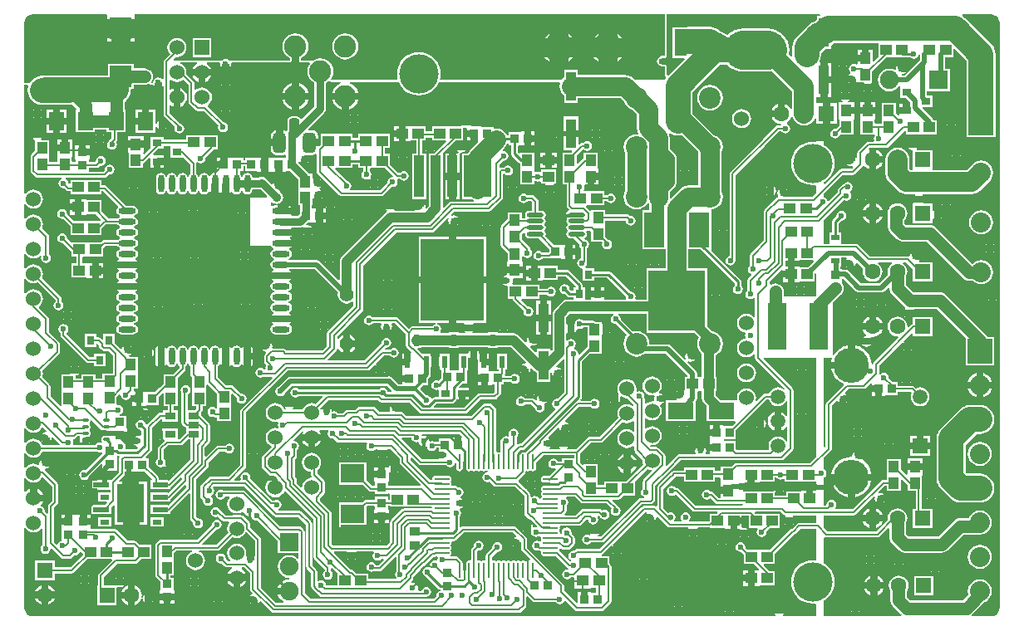
<source format=gtl>
G04 Layer_Physical_Order=1*
G04 Layer_Color=39423*
%FSLAX25Y25*%
%MOIN*%
G70*
G01*
G75*
%ADD10O,0.02362X0.07087*%
%ADD11O,0.07087X0.02362*%
%ADD12R,0.25197X0.32677*%
%ADD13R,0.03937X0.16535*%
%ADD14O,0.06102X0.00984*%
%ADD15O,0.00984X0.06102*%
%ADD16R,0.02362X0.04724*%
%ADD17R,0.10906X0.15354*%
%ADD18R,0.03780X0.01969*%
%ADD19R,0.04921X0.10630*%
%ADD20R,0.04528X0.04134*%
%ADD21R,0.07480X0.18898*%
%ADD22R,0.05906X0.07480*%
%ADD23R,0.10433X0.06890*%
%ADD24R,0.09449X0.07480*%
%ADD25R,0.03268X0.02480*%
%ADD26O,0.06693X0.01772*%
G04:AMPARAMS|DCode=27|XSize=39.37mil|YSize=70.87mil|CornerRadius=9.84mil|HoleSize=0mil|Usage=FLASHONLY|Rotation=180.000|XOffset=0mil|YOffset=0mil|HoleType=Round|Shape=RoundedRectangle|*
%AMROUNDEDRECTD27*
21,1,0.03937,0.05118,0,0,180.0*
21,1,0.01969,0.07087,0,0,180.0*
1,1,0.01969,-0.00984,0.02559*
1,1,0.01969,0.00984,0.02559*
1,1,0.01969,0.00984,-0.02559*
1,1,0.01969,-0.00984,-0.02559*
%
%ADD27ROUNDEDRECTD27*%
G04:AMPARAMS|DCode=28|XSize=51.18mil|YSize=78.74mil|CornerRadius=12.8mil|HoleSize=0mil|Usage=FLASHONLY|Rotation=180.000|XOffset=0mil|YOffset=0mil|HoleType=Round|Shape=RoundedRectangle|*
%AMROUNDEDRECTD28*
21,1,0.05118,0.05315,0,0,180.0*
21,1,0.02559,0.07874,0,0,180.0*
1,1,0.02559,-0.01280,0.02658*
1,1,0.02559,0.01280,0.02658*
1,1,0.02559,0.01280,-0.02658*
1,1,0.02559,-0.01280,-0.02658*
%
%ADD28ROUNDEDRECTD28*%
%ADD29R,0.08898X0.08504*%
%ADD30R,0.03150X0.03543*%
%ADD31R,0.04000X0.11700*%
%ADD32C,0.06000*%
%ADD33R,0.03740X0.02756*%
%ADD34R,0.04331X0.02559*%
G04:AMPARAMS|DCode=35|XSize=13.78mil|YSize=23.62mil|CornerRadius=3.45mil|HoleSize=0mil|Usage=FLASHONLY|Rotation=90.000|XOffset=0mil|YOffset=0mil|HoleType=Round|Shape=RoundedRectangle|*
%AMROUNDEDRECTD35*
21,1,0.01378,0.01673,0,0,90.0*
21,1,0.00689,0.02362,0,0,90.0*
1,1,0.00689,0.00837,0.00345*
1,1,0.00689,0.00837,-0.00345*
1,1,0.00689,-0.00837,-0.00345*
1,1,0.00689,-0.00837,0.00345*
%
%ADD35ROUNDEDRECTD35*%
%ADD36R,0.22835X0.24410*%
%ADD37R,0.07874X0.14173*%
%ADD38R,0.06102X0.07480*%
%ADD39R,0.03740X0.03347*%
%ADD40R,0.04134X0.03740*%
%ADD41R,0.04134X0.04528*%
%ADD42R,0.03347X0.03740*%
%ADD43R,0.03543X0.03150*%
%ADD44C,0.07874*%
%ADD45C,0.00800*%
%ADD46C,0.02000*%
%ADD47C,0.01200*%
%ADD48C,0.01000*%
%ADD49C,0.05000*%
%ADD50C,0.08000*%
%ADD51C,0.10000*%
%ADD52C,0.03937*%
%ADD53C,0.07500*%
%ADD54C,0.15748*%
%ADD55C,0.03000*%
%ADD56C,0.03937*%
%ADD57C,0.01181*%
%ADD58R,0.06000X0.02000*%
%ADD59R,0.06500X0.02500*%
%ADD60R,0.07000X0.02000*%
%ADD61C,0.08000*%
%ADD62R,0.09843X0.09843*%
%ADD63C,0.11811*%
%ADD64R,0.07500X0.07500*%
%ADD65C,0.07500*%
%ADD66R,0.07500X0.07500*%
%ADD67C,0.08858*%
%ADD68C,0.08661*%
%ADD69R,0.06299X0.06299*%
%ADD70C,0.06299*%
%ADD71C,0.05512*%
%ADD72R,0.06000X0.06000*%
%ADD73C,0.14173*%
%ADD74C,0.05906*%
%ADD75R,0.05906X0.05906*%
%ADD76R,0.06299X0.06299*%
%ADD77C,0.15748*%
%ADD78C,0.02362*%
%ADD79C,0.03543*%
G36*
X1891000Y1104776D02*
X1891125Y1104801D01*
X1891512Y1104484D01*
Y1103878D01*
X1894185D01*
Y1102500D01*
X1895563D01*
Y1099630D01*
X1895650D01*
X1895841Y1099168D01*
X1892264Y1095591D01*
X1891537Y1094643D01*
X1891419Y1094358D01*
X1889437D01*
Y1076248D01*
X1892936D01*
X1893212Y1076037D01*
X1893999Y1075711D01*
X1893899Y1075211D01*
X1884963D01*
X1884500Y1075119D01*
X1884107Y1074856D01*
X1884107Y1074856D01*
X1882049Y1072798D01*
X1881587Y1072989D01*
Y1085303D01*
X1881563Y1085484D01*
Y1094351D01*
X1886858Y1099646D01*
X1888558D01*
X1888558Y1099646D01*
X1889442D01*
X1889442Y1099646D01*
X1889799D01*
Y1104624D01*
X1890299Y1104916D01*
X1891000Y1104776D01*
D02*
G37*
G36*
X1779720Y1009905D02*
X1780156Y1009254D01*
X1780364Y1009115D01*
Y1005925D01*
X1780364Y1005925D01*
X1780456Y1005462D01*
X1780719Y1005069D01*
X1781146Y1004642D01*
Y999803D01*
X1781146Y999697D01*
Y999500D01*
Y999303D01*
X1781146Y999197D01*
Y993201D01*
X1782789D01*
Y992017D01*
X1782079Y991307D01*
X1779211D01*
Y997634D01*
X1779268Y997646D01*
X1779919Y998081D01*
X1780354Y998732D01*
X1780507Y999500D01*
X1780354Y1000268D01*
X1779919Y1000919D01*
X1779268Y1001354D01*
X1778500Y1001507D01*
X1777732Y1001354D01*
X1777081Y1000919D01*
X1776646Y1000268D01*
X1776493Y999500D01*
X1776646Y998732D01*
X1776789Y998517D01*
Y986500D01*
X1776789Y986500D01*
X1776881Y986037D01*
X1777144Y985644D01*
X1778144Y984644D01*
X1778144Y984644D01*
X1778537Y984381D01*
X1778772Y984335D01*
Y983433D01*
Y982484D01*
X1775998Y979711D01*
X1775228D01*
Y983220D01*
X1775441D01*
Y984122D01*
X1769110D01*
Y983220D01*
X1769323D01*
Y979693D01*
X1769774D01*
X1769981Y979193D01*
X1767644Y976856D01*
X1767381Y976463D01*
X1767289Y976000D01*
X1767289Y976000D01*
Y972059D01*
X1767081Y971919D01*
X1766646Y971268D01*
X1766493Y970500D01*
X1766646Y969732D01*
X1767081Y969081D01*
X1767732Y968646D01*
X1768500Y968493D01*
X1769268Y968646D01*
X1769761Y968975D01*
X1769858Y968878D01*
X1770622D01*
Y969203D01*
X1770586Y969178D01*
X1770225Y969539D01*
X1770354Y969732D01*
X1770507Y970500D01*
X1770354Y971268D01*
X1769919Y971919D01*
X1769711Y972059D01*
Y975498D01*
X1771502Y977289D01*
X1776500D01*
X1776500Y977289D01*
X1776963Y977382D01*
X1777356Y977644D01*
X1779405Y979693D01*
X1780514D01*
Y971726D01*
X1771940Y963153D01*
X1771807Y963242D01*
X1771500Y963303D01*
X1767841D01*
Y964028D01*
X1767841Y964028D01*
X1767748Y964491D01*
X1767486Y964884D01*
X1763618Y968752D01*
Y972157D01*
X1762696D01*
X1762505Y972619D01*
X1764512Y974627D01*
X1764512Y974627D01*
X1764774Y975019D01*
X1764867Y975483D01*
Y978867D01*
X1765122Y979003D01*
Y981000D01*
Y982997D01*
X1764867Y983133D01*
Y984154D01*
X1768694Y987982D01*
X1769110Y987712D01*
Y986878D01*
X1775441D01*
Y987780D01*
X1775228D01*
Y991307D01*
X1773711D01*
Y993201D01*
X1775354D01*
Y999303D01*
X1775354Y999303D01*
Y999303D01*
Y999697D01*
X1775354D01*
X1775354Y999803D01*
Y1004390D01*
X1778100Y1007136D01*
X1778363Y1007529D01*
X1778455Y1007992D01*
Y1009115D01*
X1778663Y1009254D01*
X1779098Y1009905D01*
X1779155Y1010188D01*
X1779664D01*
X1779720Y1009905D01*
D02*
G37*
G36*
X2102526Y1150176D02*
X2103296Y1149857D01*
X2103956Y1149350D01*
X2104463Y1148689D01*
X2104782Y1147920D01*
X2104890Y1147102D01*
X2104888Y1147095D01*
Y912000D01*
X2104890Y911992D01*
X2104782Y911174D01*
X2104463Y910405D01*
X2103956Y909744D01*
X2103296Y909237D01*
X2102526Y908919D01*
X2101708Y908811D01*
X2101701Y908813D01*
X2093833D01*
X2093663Y909313D01*
X2093951Y909533D01*
X2098720Y914302D01*
X2099414Y914590D01*
X2100414Y915357D01*
X2101182Y916357D01*
X2101664Y917522D01*
X2101829Y918772D01*
X2101664Y920021D01*
X2101182Y921186D01*
X2100414Y922186D01*
X2099414Y922953D01*
X2098250Y923436D01*
X2097000Y923600D01*
X2095750Y923436D01*
X2094586Y922953D01*
X2093586Y922186D01*
X2092818Y921186D01*
X2092336Y920021D01*
X2092171Y918772D01*
X2092336Y917522D01*
X2092402Y917363D01*
X2090233Y915194D01*
X2068995D01*
X2067816Y916373D01*
Y918854D01*
X2067939Y919014D01*
X2068336Y919972D01*
X2068471Y921000D01*
X2068336Y922028D01*
X2067939Y922985D01*
X2067308Y923808D01*
X2066485Y924439D01*
X2065528Y924836D01*
X2064500Y924971D01*
X2063472Y924836D01*
X2062514Y924439D01*
X2061692Y923808D01*
X2061061Y922985D01*
X2060664Y922028D01*
X2060529Y921000D01*
X2060664Y919972D01*
X2061061Y919014D01*
X2061184Y918854D01*
Y915000D01*
X2061297Y914142D01*
X2061491Y913673D01*
X2061629Y913342D01*
X2062155Y912655D01*
X2065277Y909533D01*
X2065565Y909313D01*
X2065395Y908813D01*
X2034578D01*
X2034500Y909000D01*
Y915084D01*
X2034835Y915263D01*
X2036154Y916346D01*
X2037237Y917665D01*
X2038041Y919169D01*
X2038536Y920802D01*
X2038703Y922500D01*
X2038536Y924198D01*
X2038041Y925831D01*
X2037237Y927335D01*
X2036154Y928654D01*
X2034835Y929737D01*
X2034500Y929916D01*
Y940139D01*
X2035000Y940406D01*
X2035037Y940382D01*
X2035114Y940366D01*
X2035500Y940289D01*
X2035500Y940289D01*
X2055913D01*
X2055913Y940289D01*
X2056376Y940382D01*
X2056769Y940644D01*
X2060222Y944098D01*
X2060684Y943906D01*
Y940500D01*
X2060797Y939642D01*
X2060991Y939173D01*
X2061128Y938842D01*
X2061655Y938155D01*
X2064655Y935155D01*
X2065342Y934628D01*
X2065673Y934491D01*
X2066142Y934297D01*
X2067000Y934184D01*
X2081669D01*
X2082528Y934297D01*
X2083327Y934628D01*
X2084014Y935155D01*
X2090373Y941515D01*
X2096902D01*
X2097000Y941502D01*
X2098250Y941667D01*
X2099414Y942149D01*
X2100414Y942916D01*
X2101182Y943916D01*
X2101664Y945081D01*
X2101829Y946331D01*
X2101664Y947581D01*
X2101182Y948745D01*
X2100414Y949745D01*
X2099414Y950513D01*
X2098250Y950995D01*
X2097000Y951159D01*
X2095750Y950995D01*
X2094586Y950513D01*
X2093586Y949745D01*
X2092818Y948745D01*
X2092570Y948147D01*
X2089000D01*
X2088142Y948034D01*
X2087673Y947840D01*
X2087342Y947702D01*
X2086655Y947175D01*
X2080296Y940816D01*
X2068373D01*
X2067316Y941873D01*
Y945854D01*
X2067439Y946014D01*
X2067836Y946972D01*
X2067971Y948000D01*
X2067836Y949028D01*
X2067439Y949986D01*
X2066808Y950808D01*
X2065985Y951439D01*
X2065028Y951836D01*
X2064000Y951971D01*
X2062972Y951836D01*
X2062015Y951439D01*
X2061192Y950808D01*
X2060561Y949986D01*
X2060164Y949028D01*
X2060029Y948000D01*
X2060107Y947407D01*
X2055411Y942711D01*
X2036002D01*
X2034500Y944212D01*
Y949202D01*
X2046412D01*
X2046413Y949202D01*
X2046876Y949294D01*
X2047269Y949557D01*
X2054404Y956692D01*
X2054865Y956446D01*
X2054776Y956000D01*
X2054945Y955149D01*
X2055428Y954428D01*
X2055622Y954298D01*
Y956000D01*
X2057000D01*
Y957378D01*
X2058702D01*
X2058573Y957572D01*
X2057851Y958055D01*
X2057000Y958224D01*
X2056554Y958135D01*
X2056308Y958596D01*
X2058753Y961041D01*
X2059646D01*
Y959201D01*
X2065354D01*
Y963528D01*
X2065816Y963720D01*
X2068140Y961396D01*
X2068146Y961392D01*
Y959201D01*
X2071289D01*
Y951937D01*
X2070063D01*
Y944063D01*
X2077937D01*
Y951937D01*
X2073711D01*
Y959201D01*
X2073854D01*
Y964984D01*
X2073854Y965072D01*
X2074067Y965484D01*
Y965552D01*
X2074067Y965715D01*
Y967370D01*
X2067933D01*
Y965734D01*
X2067433Y965527D01*
X2065354Y967606D01*
Y971799D01*
X2059646D01*
Y965803D01*
X2059646Y965697D01*
X2059646Y965697D01*
Y965303D01*
X2059646D01*
X2059646Y965303D01*
Y963463D01*
X2058252D01*
X2058252Y963463D01*
X2057866Y963386D01*
X2057789Y963371D01*
X2057396Y963108D01*
X2057396Y963108D01*
X2045911Y951623D01*
X2039134D01*
X2038997Y951916D01*
X2038948Y952123D01*
X2039354Y952732D01*
X2039507Y953500D01*
X2039354Y954268D01*
X2038919Y954919D01*
X2038268Y955354D01*
X2037500Y955507D01*
X2036732Y955354D01*
X2036081Y954919D01*
X2035646Y954268D01*
X2035493Y953500D01*
X2035041Y953211D01*
X2034500D01*
Y964301D01*
X2034919Y964581D01*
X2035354Y965232D01*
X2035507Y966000D01*
X2035354Y966768D01*
X2034919Y967419D01*
X2034500Y967699D01*
Y972285D01*
X2037262Y975047D01*
X2037262Y975047D01*
X2037525Y975440D01*
X2037540Y975517D01*
X2037617Y975903D01*
X2037617Y975903D01*
Y993254D01*
X2039481Y995118D01*
X2040055Y994985D01*
X2040428Y994427D01*
X2040622Y994298D01*
Y996000D01*
X2042000D01*
Y997378D01*
X2043703D01*
X2043572Y997573D01*
X2043015Y997945D01*
X2042882Y998519D01*
X2044319Y999956D01*
X2050516D01*
X2050517Y999956D01*
X2050980Y1000048D01*
X2051373Y1000311D01*
X2053207Y1002146D01*
X2053669Y1001954D01*
Y1001378D01*
X2056343D01*
Y1000000D01*
X2057721D01*
Y997130D01*
X2059016D01*
Y997130D01*
X2059197Y997342D01*
X2064118D01*
Y998789D01*
X2069337D01*
X2069654Y998394D01*
X2069415Y997819D01*
X2069287Y996842D01*
X2069415Y995866D01*
X2069792Y994956D01*
X2070392Y994175D01*
X2071173Y993575D01*
X2072083Y993199D01*
X2073059Y993070D01*
X2074035Y993199D01*
X2074945Y993575D01*
X2075727Y994175D01*
X2076326Y994956D01*
X2076703Y995866D01*
X2076831Y996842D01*
X2076703Y997819D01*
X2076326Y998729D01*
X2075727Y999510D01*
X2074945Y1000109D01*
X2074035Y1000486D01*
X2073059Y1000615D01*
X2072083Y1000486D01*
X2071407Y1000207D01*
X2070758Y1000856D01*
X2070365Y1001118D01*
X2069902Y1001211D01*
X2069901Y1001211D01*
X2064118D01*
Y1002658D01*
X2062055D01*
X2060458Y1004254D01*
X2060507Y1004500D01*
X2060354Y1005268D01*
X2059919Y1005919D01*
X2059268Y1006354D01*
X2058500Y1006507D01*
X2057732Y1006354D01*
X2057081Y1005919D01*
X2056621Y1006034D01*
X2056579Y1006068D01*
Y1009367D01*
X2065910Y1018698D01*
X2066117Y1018527D01*
X2066117Y1018527D01*
X2066292Y1018384D01*
X2066296Y1018381D01*
X2066298Y1018379D01*
X2066298Y1018379D01*
X2066298Y1018378D01*
X2066622D01*
Y1018703D01*
X2066621Y1018702D01*
X2066621Y1018702D01*
X2066619Y1018704D01*
X2066616Y1018708D01*
X2066473Y1018882D01*
X2066473Y1018883D01*
X2066302Y1019090D01*
X2069601Y1022389D01*
X2070063Y1022198D01*
Y1021063D01*
X2077937D01*
Y1028937D01*
X2070609D01*
X2070510Y1029122D01*
X2069878D01*
Y1028490D01*
X2070063Y1028391D01*
Y1026124D01*
X2070037Y1026118D01*
X2069644Y1025856D01*
X2069644Y1025856D01*
X2068397Y1024609D01*
X2067949Y1024830D01*
X2067971Y1025000D01*
X2067836Y1026028D01*
X2067439Y1026985D01*
X2066808Y1027808D01*
X2065985Y1028439D01*
X2065028Y1028836D01*
X2064000Y1028971D01*
X2062972Y1028836D01*
X2062015Y1028439D01*
X2061192Y1027808D01*
X2060561Y1026985D01*
X2060164Y1026028D01*
X2060029Y1025000D01*
X2060164Y1023972D01*
X2060561Y1023015D01*
X2061192Y1022192D01*
X2062015Y1021561D01*
X2062972Y1021164D01*
X2064000Y1021029D01*
X2064170Y1021051D01*
X2064391Y1020603D01*
X2054512Y1010725D01*
X2054250Y1010332D01*
X2054158Y1009869D01*
X2054158Y1009868D01*
X2053658Y1009618D01*
X2053605Y1009650D01*
X2053470Y1011026D01*
X2053007Y1012551D01*
X2052256Y1013955D01*
X2051246Y1015187D01*
X2050014Y1016197D01*
X2048610Y1016948D01*
X2047085Y1017410D01*
X2046878Y1017431D01*
Y1009441D01*
X2045500D01*
Y1008063D01*
X2037510D01*
X2037530Y1007856D01*
X2037993Y1006331D01*
X2038744Y1004926D01*
X2039754Y1003695D01*
X2040986Y1002685D01*
X2042244Y1002012D01*
X2042406Y1001468D01*
X2035550Y994612D01*
X2035288Y994219D01*
X2035196Y993756D01*
X2035196Y993756D01*
Y976591D01*
X2035000Y976441D01*
X2034500Y976688D01*
Y1012500D01*
X2037558D01*
X2037856Y1012098D01*
X2037530Y1011026D01*
X2037510Y1010819D01*
X2044122D01*
Y1017431D01*
X2043915Y1017410D01*
X2042390Y1016948D01*
X2040986Y1016197D01*
X2039754Y1015187D01*
X2038744Y1013955D01*
X2038485Y1013471D01*
X2038000Y1013593D01*
Y1034653D01*
X2041229Y1037882D01*
X2041657D01*
Y1038406D01*
X2041871Y1038685D01*
X2042203Y1039484D01*
X2042316Y1040343D01*
X2042203Y1041201D01*
X2041871Y1042000D01*
X2041657Y1042279D01*
Y1042697D01*
X2041657Y1042803D01*
X2041657Y1042803D01*
Y1043197D01*
X2041657D01*
X2041657Y1043197D01*
Y1044178D01*
X2042245D01*
X2047211Y1039211D01*
X2047211Y1039211D01*
X2047566Y1038974D01*
X2047803Y1038816D01*
X2048500Y1038678D01*
X2057500D01*
X2057500Y1038678D01*
X2058197Y1038816D01*
X2058789Y1039211D01*
X2060253Y1040676D01*
X2060696Y1040411D01*
X2060797Y1039642D01*
X2060991Y1039173D01*
X2061128Y1038842D01*
X2061655Y1038155D01*
X2066655Y1033155D01*
X2067118Y1032801D01*
X2067129Y1032207D01*
X2066928Y1032073D01*
X2066797Y1031878D01*
X2070436D01*
X2070599Y1032184D01*
X2079627D01*
X2091291Y1020519D01*
Y1009520D01*
X2102709D01*
Y1020937D01*
X2099963D01*
X2099871Y1021158D01*
X2099345Y1021845D01*
X2083345Y1037845D01*
X2082658Y1038371D01*
X2082327Y1038509D01*
X2081858Y1038703D01*
X2081000Y1038816D01*
X2070373D01*
X2067316Y1041873D01*
Y1044854D01*
X2067439Y1045014D01*
X2067836Y1045972D01*
X2067971Y1047000D01*
X2067836Y1048028D01*
X2067439Y1048985D01*
X2066808Y1049808D01*
X2066180Y1050289D01*
X2066350Y1050789D01*
X2067499D01*
X2070063Y1048225D01*
Y1043063D01*
X2077937D01*
Y1050937D01*
X2072738D01*
X2072573Y1051427D01*
X2072702Y1051622D01*
X2071000D01*
Y1053000D01*
X2069622D01*
Y1054702D01*
X2069427Y1054572D01*
X2068945Y1053851D01*
X2068866Y1053451D01*
X2068765Y1053368D01*
X2068296Y1053152D01*
X2068000Y1053211D01*
X2068000Y1053211D01*
X2053002D01*
X2048356Y1057856D01*
X2047963Y1058119D01*
X2047500Y1058211D01*
X2047500Y1058211D01*
X2041455D01*
X2041421Y1058697D01*
X2041421Y1058711D01*
Y1062752D01*
X2040313D01*
Y1066456D01*
X2041374Y1067518D01*
X2041500Y1067493D01*
X2042268Y1067646D01*
X2042919Y1068081D01*
X2043354Y1068732D01*
X2043507Y1069500D01*
X2043354Y1070268D01*
X2042919Y1070919D01*
X2042268Y1071354D01*
X2041500Y1071507D01*
X2040732Y1071354D01*
X2040081Y1070919D01*
X2039646Y1070268D01*
X2039493Y1069500D01*
X2039518Y1069374D01*
X2038072Y1067928D01*
X2037787Y1067502D01*
X2037687Y1067000D01*
Y1062752D01*
X2036579D01*
Y1058711D01*
X2036579Y1058697D01*
X2036545Y1058211D01*
X2034500D01*
Y1067788D01*
X2042508Y1075796D01*
X2042732Y1075646D01*
X2043500Y1075493D01*
X2044268Y1075646D01*
X2044919Y1076081D01*
X2045354Y1076732D01*
X2045507Y1077500D01*
X2045354Y1078268D01*
X2045025Y1078761D01*
X2044919Y1078919D01*
X2045124Y1079384D01*
X2045419Y1079581D01*
X2045854Y1080232D01*
X2046007Y1081000D01*
X2045854Y1081768D01*
X2045419Y1082419D01*
X2044768Y1082854D01*
X2044000Y1083007D01*
X2043232Y1082854D01*
X2042581Y1082419D01*
X2042433Y1082197D01*
X2042037Y1082119D01*
X2041644Y1081856D01*
X2040275Y1080488D01*
X2040013Y1080095D01*
X2039921Y1079632D01*
X2039921Y1079632D01*
Y1078878D01*
X2036438Y1075395D01*
X2035896Y1075560D01*
X2035854Y1075768D01*
X2035419Y1076419D01*
X2034768Y1076854D01*
X2034500Y1076908D01*
Y1078288D01*
X2042089Y1085877D01*
X2046087D01*
X2046087Y1085877D01*
X2046551Y1085969D01*
X2046943Y1086231D01*
X2049856Y1089144D01*
X2049856Y1089144D01*
X2050077Y1089475D01*
X2050385Y1089554D01*
X2050635Y1089569D01*
X2051040Y1089040D01*
X2051907Y1088375D01*
X2052622Y1088079D01*
Y1092000D01*
Y1095921D01*
X2052571Y1095899D01*
X2052287Y1096323D01*
X2052753Y1096789D01*
X2059500D01*
X2059500Y1096789D01*
X2059963Y1096881D01*
X2060356Y1097144D01*
X2066701Y1103489D01*
X2067201Y1103282D01*
Y1102146D01*
X2073303D01*
X2073303Y1102146D01*
X2073303D01*
X2073650D01*
X2073697Y1102146D01*
X2073740Y1102146D01*
X2073803Y1102146D01*
D01*
X2073803D01*
Y1102146D01*
X2079799D01*
Y1107854D01*
X2078451D01*
X2078432Y1107949D01*
X2078037Y1108541D01*
X2078037Y1108541D01*
X2073901Y1112676D01*
X2074093Y1113138D01*
X2077996D01*
Y1117862D01*
X2075822D01*
Y1119463D01*
X2084880D01*
Y1128537D01*
X2083070D01*
Y1133146D01*
X2086299D01*
Y1136556D01*
X2086761Y1136747D01*
X2091663Y1131845D01*
Y1106791D01*
X2091791Y1105814D01*
Y1101083D01*
X2096523D01*
X2097500Y1100954D01*
X2098477Y1101083D01*
X2103209D01*
Y1105814D01*
X2103337Y1106791D01*
Y1134263D01*
X2103138Y1135774D01*
X2102726Y1136770D01*
X2102555Y1137182D01*
X2101628Y1138391D01*
X2091174Y1148844D01*
X2089965Y1149772D01*
X2089941Y1149782D01*
X2090041Y1150282D01*
X2101701D01*
X2101708Y1150283D01*
X2102526Y1150176D01*
D02*
G37*
G36*
X1958477Y986880D02*
Y983120D01*
X1957977Y982873D01*
X1957410Y983308D01*
X1956489Y983690D01*
X1955500Y983820D01*
X1954511Y983690D01*
X1953590Y983308D01*
X1952799Y982701D01*
X1952192Y981910D01*
X1951810Y980989D01*
X1951680Y980000D01*
X1951810Y979011D01*
X1952192Y978090D01*
X1952799Y977299D01*
X1953590Y976692D01*
X1954511Y976310D01*
X1955500Y976180D01*
X1956489Y976310D01*
X1957410Y976692D01*
X1957977Y977127D01*
X1958477Y976880D01*
Y975313D01*
X1958477Y975313D01*
X1958569Y974849D01*
X1958831Y974457D01*
X1961754Y971534D01*
X1961711Y971209D01*
X1961842Y970220D01*
X1962046Y969727D01*
X1955174Y962854D01*
X1952803D01*
X1952697Y962854D01*
X1952697Y962854D01*
X1952303D01*
Y962854D01*
X1952303Y962854D01*
X1946201D01*
Y961463D01*
X1943854D01*
Y963197D01*
X1943854Y963303D01*
X1943854Y963303D01*
Y963697D01*
X1943854D01*
X1943854Y963697D01*
Y969799D01*
X1938146D01*
Y969720D01*
X1937684Y969528D01*
X1936711Y970502D01*
Y973999D01*
X1941002Y978289D01*
X1945000D01*
X1945000Y978289D01*
X1945463Y978382D01*
X1945856Y978644D01*
X1953812Y986600D01*
X1954511Y986310D01*
X1955500Y986180D01*
X1956489Y986310D01*
X1957410Y986692D01*
X1957977Y987127D01*
X1958477Y986880D01*
D02*
G37*
G36*
X1950031Y1029720D02*
X1949581Y1029419D01*
X1949146Y1028768D01*
X1948993Y1028000D01*
X1949146Y1027232D01*
X1949581Y1026581D01*
X1950232Y1026146D01*
X1951000Y1025993D01*
X1951126Y1026018D01*
X1955506Y1021637D01*
X1954766Y1020672D01*
X1954250Y1019427D01*
X1954074Y1018091D01*
X1954250Y1016755D01*
X1954766Y1015509D01*
X1955586Y1014440D01*
X1956655Y1013620D01*
X1957900Y1013104D01*
X1959236Y1012928D01*
X1960572Y1013104D01*
X1961817Y1013620D01*
X1962662Y1014268D01*
X1970906D01*
X1979820Y1005354D01*
X1979666Y1004854D01*
X1978701D01*
Y999588D01*
X1978378Y999416D01*
Y997500D01*
X1977000D01*
Y996122D01*
X1975298D01*
X1975392Y995980D01*
X1975265Y995480D01*
X1971130D01*
X1971130Y995481D01*
X1970905D01*
Y994774D01*
X1970905Y994774D01*
Y987016D01*
X1982913D01*
Y994675D01*
X1983041Y994802D01*
X1983041Y994802D01*
X1983436Y995393D01*
X1983574Y996091D01*
X1983574Y996091D01*
Y998792D01*
X1983928Y999146D01*
X1984697D01*
X1984803Y999146D01*
X1984968D01*
X1985221Y999107D01*
X1985468Y998714D01*
Y996248D01*
X1985563Y995529D01*
X1985841Y994858D01*
X1986283Y994283D01*
X1987244Y993321D01*
Y987016D01*
X1998726D01*
X1998933Y986516D01*
X1997575Y985157D01*
X1994516D01*
X1994428Y985157D01*
X1994016Y985370D01*
X1993948D01*
X1993785Y985370D01*
X1992720D01*
Y982500D01*
X1991343D01*
Y981122D01*
X1988669D01*
Y979870D01*
X1988669Y979630D01*
Y979500D01*
Y979370D01*
X1988669Y979130D01*
Y977878D01*
X1991343D01*
Y975122D01*
X1988669D01*
Y973711D01*
X1987289D01*
X1987127Y974014D01*
X1987067Y974211D01*
X1987224Y975000D01*
X1987055Y975851D01*
X1986572Y976573D01*
X1986378Y976702D01*
Y975000D01*
X1983622D01*
Y976702D01*
X1983427Y976573D01*
X1982945Y975851D01*
X1982776Y975000D01*
X1982933Y974211D01*
X1982874Y974014D01*
X1982711Y973711D01*
X1976500D01*
X1976037Y973619D01*
X1975644Y973356D01*
X1975644Y973356D01*
X1971500Y969212D01*
X1971370Y969125D01*
X1971333Y969134D01*
X1970910Y969376D01*
X1970930Y969474D01*
X1970930Y969474D01*
Y972943D01*
X1970930Y972943D01*
X1970853Y973330D01*
X1970837Y973406D01*
X1970575Y973799D01*
X1970575Y973799D01*
X1968122Y976252D01*
X1967729Y976515D01*
X1967266Y976607D01*
X1967266Y976607D01*
X1965105D01*
X1964721Y976991D01*
X1964955Y977464D01*
X1965532Y977389D01*
X1966520Y977519D01*
X1967442Y977900D01*
X1968233Y978508D01*
X1968840Y979299D01*
X1969221Y980220D01*
X1969352Y981209D01*
X1969221Y982197D01*
X1968840Y983119D01*
X1968233Y983910D01*
X1967442Y984517D01*
X1966520Y984899D01*
X1965532Y985029D01*
X1964543Y984899D01*
X1963622Y984517D01*
X1963055Y984082D01*
X1962555Y984329D01*
Y988089D01*
X1963055Y988335D01*
X1963622Y987900D01*
X1964543Y987519D01*
X1965532Y987389D01*
X1966520Y987519D01*
X1967442Y987900D01*
X1968233Y988507D01*
X1968840Y989299D01*
X1969221Y990220D01*
X1969352Y991209D01*
X1969221Y992197D01*
X1968840Y993119D01*
X1968697Y993305D01*
X1968904Y993857D01*
X1969351Y993945D01*
X1970073Y994427D01*
X1970202Y994622D01*
X1968500D01*
Y997378D01*
X1970202D01*
X1970073Y997573D01*
X1969351Y998055D01*
X1968623Y998199D01*
X1968429Y998536D01*
X1968389Y998712D01*
X1968840Y999299D01*
X1969221Y1000220D01*
X1969352Y1001209D01*
X1969221Y1002197D01*
X1968840Y1003119D01*
X1968233Y1003910D01*
X1967442Y1004517D01*
X1966520Y1004899D01*
X1965532Y1005029D01*
X1964543Y1004899D01*
X1963622Y1004517D01*
X1962830Y1003910D01*
X1962223Y1003119D01*
X1961842Y1002197D01*
X1961711Y1001209D01*
X1961842Y1000220D01*
X1962223Y999299D01*
X1962830Y998507D01*
X1963622Y997900D01*
X1964543Y997519D01*
X1965532Y997389D01*
X1966268Y997486D01*
X1966558Y997019D01*
X1966445Y996851D01*
X1966276Y996000D01*
X1966392Y995420D01*
X1966014Y994967D01*
X1966011Y994966D01*
X1965532Y995029D01*
X1964543Y994899D01*
X1963622Y994517D01*
X1963055Y994082D01*
X1962555Y994329D01*
Y996156D01*
X1962555Y996156D01*
X1962478Y996542D01*
X1962463Y996619D01*
X1962439Y996655D01*
X1962507Y997000D01*
X1962354Y997768D01*
X1961919Y998419D01*
X1961268Y998854D01*
X1960500Y999007D01*
X1959732Y998854D01*
X1959641Y998793D01*
X1959401Y998909D01*
X1959202Y999101D01*
X1959320Y1000000D01*
X1959190Y1000989D01*
X1958808Y1001910D01*
X1958201Y1002701D01*
X1957410Y1003308D01*
X1956489Y1003690D01*
X1955500Y1003820D01*
X1954511Y1003690D01*
X1953590Y1003308D01*
X1952799Y1002701D01*
X1952192Y1001910D01*
X1951810Y1000989D01*
X1951680Y1000000D01*
X1951810Y999011D01*
X1952192Y998090D01*
X1951878Y997769D01*
Y996000D01*
Y994298D01*
X1952073Y994427D01*
X1952555Y995149D01*
X1952724Y996000D01*
X1952555Y996851D01*
X1952548Y996861D01*
X1952918Y997208D01*
X1953590Y996692D01*
X1954511Y996310D01*
X1955500Y996180D01*
X1955595Y996192D01*
X1958231Y993556D01*
X1958196Y993335D01*
X1957656Y993119D01*
X1957410Y993308D01*
X1956489Y993690D01*
X1955500Y993820D01*
X1954511Y993690D01*
X1953590Y993308D01*
X1952799Y992701D01*
X1952192Y991910D01*
X1951810Y990989D01*
X1951680Y990000D01*
X1951810Y989011D01*
X1952100Y988312D01*
X1944498Y980711D01*
X1940500D01*
X1940500Y980711D01*
X1940114Y980634D01*
X1940037Y980618D01*
X1939644Y980356D01*
X1939644Y980356D01*
X1934999Y975711D01*
X1931400D01*
X1931248Y976211D01*
X1931573Y976427D01*
X1931702Y976622D01*
X1928297D01*
X1928428Y976427D01*
X1928752Y976211D01*
X1928600Y975711D01*
X1924400D01*
X1924248Y976211D01*
X1924573Y976427D01*
X1924702Y976622D01*
X1923000D01*
Y979378D01*
X1924702D01*
X1924573Y979572D01*
X1924015Y979945D01*
X1923882Y980519D01*
X1927791Y984428D01*
X1928325Y984255D01*
X1928445Y983649D01*
X1928927Y982928D01*
X1929122Y982798D01*
Y984500D01*
X1930500D01*
Y985878D01*
X1932203D01*
X1932072Y986073D01*
X1931351Y986555D01*
X1930745Y986675D01*
X1930572Y987209D01*
X1936152Y992789D01*
X1940941D01*
X1941081Y992581D01*
X1941732Y992146D01*
X1942500Y991993D01*
X1943268Y992146D01*
X1943919Y992581D01*
X1944354Y993232D01*
X1944507Y994000D01*
X1944354Y994768D01*
X1943919Y995419D01*
X1943268Y995854D01*
X1942500Y996007D01*
X1941732Y995854D01*
X1941081Y995419D01*
X1940941Y995211D01*
X1936984D01*
X1936793Y995673D01*
X1936928Y995808D01*
X1937213Y996234D01*
X1937313Y996736D01*
Y1010956D01*
X1940557Y1014201D01*
X1945354D01*
Y1020303D01*
X1945354D01*
Y1020697D01*
X1945354D01*
Y1021875D01*
X1945622Y1022018D01*
Y1024000D01*
Y1025982D01*
X1945354Y1026125D01*
Y1026799D01*
X1943057D01*
X1942928Y1026928D01*
X1942502Y1027213D01*
X1942000Y1027313D01*
X1937990D01*
X1937919Y1027419D01*
X1937268Y1027854D01*
X1936500Y1028007D01*
X1935732Y1027854D01*
X1935081Y1027419D01*
X1934646Y1026768D01*
X1934533Y1026200D01*
X1934378Y1026116D01*
Y1024000D01*
Y1022297D01*
X1934572Y1022427D01*
X1935055Y1023149D01*
X1935203Y1023897D01*
X1935656Y1024197D01*
X1935732Y1024146D01*
X1936500Y1023993D01*
X1937268Y1024146D01*
X1937919Y1024581D01*
X1937990Y1024687D01*
X1939646D01*
Y1020697D01*
X1939646D01*
Y1020303D01*
X1939646D01*
Y1017002D01*
X1936485Y1013842D01*
X1936198Y1013937D01*
X1935995Y1014059D01*
X1935854Y1014768D01*
X1935419Y1015419D01*
X1934768Y1015854D01*
X1934355Y1015936D01*
X1934249Y1016467D01*
X1934419Y1016581D01*
X1934854Y1017232D01*
X1935007Y1018000D01*
X1934854Y1018768D01*
X1934419Y1019419D01*
X1933768Y1019854D01*
X1933000Y1020007D01*
X1932232Y1019854D01*
X1931624Y1019448D01*
X1931415Y1019497D01*
X1931124Y1019635D01*
Y1022051D01*
X1931622Y1022295D01*
Y1024000D01*
Y1025704D01*
X1931124Y1025949D01*
Y1028693D01*
X1932651Y1030220D01*
X1949880D01*
X1950031Y1029720D01*
D02*
G37*
G36*
X2012705Y994956D02*
X2013305Y994175D01*
X2014086Y993575D01*
X2014996Y993199D01*
X2015973Y993070D01*
X2016949Y993199D01*
X2017859Y993575D01*
X2018640Y994175D01*
X2019239Y994956D01*
X2019289Y995077D01*
X2019789Y994977D01*
Y989340D01*
X2019289Y989170D01*
X2018792Y989819D01*
X2017966Y990453D01*
X2017350Y990708D01*
Y987000D01*
Y983292D01*
X2017966Y983547D01*
X2018792Y984181D01*
X2019289Y984830D01*
X2019789Y984660D01*
Y979023D01*
X2019289Y978923D01*
X2019239Y979044D01*
X2018640Y979825D01*
X2017859Y980424D01*
X2016949Y980801D01*
X2015973Y980930D01*
X2014996Y980801D01*
X2014086Y980424D01*
X2013305Y979825D01*
X2012705Y979044D01*
X2012329Y978134D01*
X2012200Y977157D01*
X2012329Y976181D01*
X2012505Y975755D01*
X2012163Y975298D01*
X1999571D01*
X1999118Y975751D01*
Y979158D01*
X1994624D01*
X1994298Y979516D01*
X1994350Y979803D01*
X1994428Y979842D01*
X1994516Y979842D01*
X1999118D01*
Y983276D01*
X2009988Y994146D01*
X2011474Y995632D01*
X2012426D01*
X2012705Y994956D01*
D02*
G37*
G36*
X1853936Y934202D02*
X1853646Y933768D01*
X1853493Y933000D01*
X1853646Y932232D01*
X1854081Y931581D01*
X1854732Y931146D01*
X1855500Y930993D01*
X1856268Y931146D01*
X1856919Y931581D01*
X1857059Y931789D01*
X1857679D01*
X1857870Y931327D01*
X1855754Y929211D01*
X1854866D01*
X1854854Y929268D01*
X1854419Y929919D01*
X1853768Y930354D01*
X1853000Y930507D01*
X1852232Y930354D01*
X1851581Y929919D01*
X1851146Y929268D01*
X1850993Y928500D01*
X1851146Y927732D01*
X1851581Y927081D01*
X1852232Y926646D01*
X1853000Y926493D01*
X1853768Y926646D01*
X1853983Y926789D01*
X1856255D01*
X1856255Y926789D01*
X1856718Y926882D01*
X1857111Y927144D01*
X1862459Y932492D01*
X1862921Y932300D01*
Y926680D01*
X1862646Y926268D01*
X1862493Y925500D01*
X1862646Y924732D01*
X1862994Y924211D01*
X1862803Y923711D01*
X1851799D01*
Y925854D01*
X1847120D01*
X1845864Y927110D01*
X1845471Y927373D01*
X1845008Y927465D01*
X1845008Y927465D01*
X1844747D01*
X1837972Y934240D01*
X1838164Y934702D01*
X1842913D01*
X1843086Y934378D01*
X1846914D01*
X1847087Y934702D01*
X1853672D01*
X1853936Y934202D01*
D02*
G37*
G36*
X2043585Y1052178D02*
X2043427Y1052073D01*
X2043298Y1051878D01*
X2045000D01*
Y1050500D01*
X2046378D01*
Y1048798D01*
X2046572Y1048927D01*
X2047055Y1049649D01*
X2047224Y1050500D01*
X2047687Y1050736D01*
X2050232Y1048191D01*
X2050164Y1048028D01*
X2050029Y1047000D01*
X2050164Y1045972D01*
X2050561Y1045014D01*
X2051192Y1044192D01*
X2052015Y1043561D01*
X2052972Y1043164D01*
X2054000Y1043029D01*
X2055028Y1043164D01*
X2055985Y1043561D01*
X2056808Y1044192D01*
X2057439Y1045014D01*
X2057836Y1045972D01*
X2057971Y1047000D01*
X2057836Y1048028D01*
X2057439Y1048985D01*
X2056808Y1049808D01*
X2056181Y1050289D01*
X2056350Y1050789D01*
X2061650D01*
X2061819Y1050289D01*
X2061192Y1049808D01*
X2060561Y1048985D01*
X2060164Y1048028D01*
X2060029Y1047000D01*
X2060164Y1045972D01*
X2060232Y1045809D01*
X2056745Y1042322D01*
X2049255D01*
X2044289Y1047289D01*
X2043697Y1047684D01*
X2043000Y1047822D01*
X2043000Y1047822D01*
X2041657D01*
Y1048118D01*
X2041165D01*
Y1049248D01*
X2041421D01*
Y1052678D01*
X2043433D01*
X2043585Y1052178D01*
D02*
G37*
G36*
X1963295Y1022484D02*
X1982561D01*
X1984328Y1020717D01*
X1984293Y1020672D01*
X1983777Y1019427D01*
X1983602Y1018091D01*
X1983777Y1016755D01*
X1984293Y1015509D01*
X1985114Y1014440D01*
X1985468Y1014168D01*
Y1005286D01*
X1985221Y1004893D01*
X1984968Y1004854D01*
X1984803D01*
X1984697Y1004854D01*
X1983574D01*
Y1006000D01*
X1983436Y1006697D01*
X1983041Y1007289D01*
X1983041Y1007289D01*
X1979655Y1010674D01*
X1979974Y1011062D01*
X1980149Y1010945D01*
X1981000Y1010776D01*
X1981851Y1010945D01*
X1982573Y1011427D01*
X1982702Y1011622D01*
X1981000D01*
Y1013000D01*
X1979622D01*
Y1014703D01*
X1979428Y1014573D01*
X1978945Y1013851D01*
X1978776Y1013000D01*
X1978945Y1012149D01*
X1979062Y1011974D01*
X1978674Y1011655D01*
X1972950Y1017379D01*
X1972359Y1017774D01*
X1971661Y1017913D01*
X1971661Y1017913D01*
X1964554D01*
X1964399Y1018091D01*
X1964223Y1019427D01*
X1963707Y1020672D01*
X1962886Y1021741D01*
X1961817Y1022561D01*
X1960572Y1023077D01*
X1959236Y1023253D01*
X1957900Y1023077D01*
X1957815Y1023042D01*
X1952982Y1027874D01*
X1953007Y1028000D01*
X1952854Y1028768D01*
X1952419Y1029419D01*
X1951969Y1029720D01*
X1952120Y1030220D01*
X1963295D01*
Y1022484D01*
D02*
G37*
G36*
X1836466Y1123432D02*
X1836503Y1123408D01*
X1836576Y1123335D01*
X1836587Y1123330D01*
X1836596Y1123322D01*
X1836679Y1123291D01*
X1836727Y1123258D01*
X1836792Y1123245D01*
X1836865Y1123215D01*
X1836877Y1123213D01*
X1836884D01*
X1836889Y1123211D01*
X1836952Y1123213D01*
X1836956D01*
X1837034Y1123197D01*
X1840761D01*
X1840860Y1122697D01*
X1839762Y1122242D01*
X1838628Y1121372D01*
X1837758Y1120238D01*
X1837211Y1118917D01*
X1837205Y1118878D01*
X1847795D01*
X1847789Y1118917D01*
X1847242Y1120238D01*
X1846372Y1121372D01*
X1845238Y1122242D01*
X1844140Y1122697D01*
X1844239Y1123197D01*
X1863185Y1123197D01*
X1863328Y1123226D01*
X1863473Y1123251D01*
X1863558Y1123236D01*
X1863918Y1123117D01*
X1864032Y1123034D01*
X1864763Y1121665D01*
X1865846Y1120346D01*
X1867165Y1119263D01*
X1868669Y1118459D01*
X1870302Y1117964D01*
X1872000Y1117797D01*
X1873698Y1117964D01*
X1875331Y1118459D01*
X1876835Y1119263D01*
X1878154Y1120346D01*
X1879236Y1121665D01*
X1879968Y1123034D01*
X1880082Y1123117D01*
X1880442Y1123236D01*
X1880527Y1123251D01*
X1880672Y1123226D01*
X1880815Y1123197D01*
X1913168Y1123197D01*
X1928261Y1123197D01*
X1928528Y1122935D01*
X1928630Y1122781D01*
X1928579Y1122659D01*
X1928423Y1121474D01*
X1928579Y1120290D01*
X1929037Y1119186D01*
X1929764Y1118238D01*
X1930213Y1117894D01*
Y1114837D01*
X1935787D01*
Y1116898D01*
X1952776D01*
X1954356Y1115318D01*
X1954766Y1114328D01*
X1955586Y1113259D01*
X1956655Y1112439D01*
X1957644Y1112029D01*
X1959518Y1110155D01*
Y1107500D01*
Y1104711D01*
X1959674Y1103526D01*
X1960064Y1102585D01*
X1959782Y1102118D01*
X1959236Y1102190D01*
X1957900Y1102014D01*
X1956655Y1101498D01*
X1955586Y1100678D01*
X1954766Y1099609D01*
X1954250Y1098364D01*
X1954074Y1097028D01*
X1954250Y1095691D01*
X1954660Y1094702D01*
Y1083872D01*
X1954659Y1083872D01*
Y1083128D01*
X1954660Y1083128D01*
Y1079471D01*
X1954250Y1078482D01*
X1954074Y1077146D01*
X1954250Y1075810D01*
X1954766Y1074564D01*
X1955586Y1073495D01*
X1956655Y1072675D01*
X1957900Y1072159D01*
X1959236Y1071983D01*
X1960572Y1072159D01*
X1961817Y1072675D01*
X1962886Y1073495D01*
X1963630Y1074464D01*
X1963936Y1074507D01*
X1963972Y1074506D01*
X1964203Y1074456D01*
X1964428Y1074162D01*
Y1071697D01*
X1961760D01*
Y1055949D01*
X1970923D01*
Y1048468D01*
X1963295D01*
Y1035780D01*
X1959082D01*
X1958886Y1036147D01*
X1958864Y1036280D01*
X1959007Y1037000D01*
X1958854Y1037768D01*
X1958419Y1038419D01*
X1957768Y1038854D01*
X1957000Y1039007D01*
X1956874Y1038982D01*
X1948991Y1046865D01*
X1948565Y1047150D01*
X1948063Y1047250D01*
X1942362D01*
Y1048496D01*
X1938944D01*
X1938792Y1048996D01*
X1938919Y1049081D01*
X1939354Y1049732D01*
X1939507Y1050500D01*
X1939408Y1050996D01*
X1939459Y1051248D01*
Y1056441D01*
X1939667Y1056581D01*
X1940102Y1057232D01*
X1940255Y1058000D01*
X1940102Y1058768D01*
X1939667Y1059419D01*
X1939016Y1059854D01*
X1938480Y1059961D01*
X1938391Y1060077D01*
X1938389Y1060187D01*
X1938547Y1060696D01*
X1938935Y1060955D01*
X1939305Y1061508D01*
X1939434Y1062161D01*
X1939305Y1062814D01*
X1939174Y1063010D01*
X1939441Y1063510D01*
X1940778D01*
X1941146Y1063142D01*
Y1059201D01*
X1945339D01*
X1945696Y1058844D01*
X1945646Y1058768D01*
X1945493Y1058000D01*
X1945646Y1057232D01*
X1946081Y1056581D01*
X1946732Y1056146D01*
X1947500Y1055993D01*
X1948268Y1056146D01*
X1948919Y1056581D01*
X1949354Y1057232D01*
X1949507Y1058000D01*
X1949354Y1058768D01*
X1948919Y1059419D01*
X1948268Y1059854D01*
X1948071Y1059894D01*
X1946854Y1061110D01*
Y1065197D01*
X1946854Y1065303D01*
X1946854Y1065303D01*
Y1065697D01*
X1946854D01*
X1946854Y1065697D01*
Y1067537D01*
X1954962D01*
X1954993Y1067500D01*
X1955146Y1066732D01*
X1955581Y1066081D01*
X1956232Y1065646D01*
X1957000Y1065493D01*
X1957768Y1065646D01*
X1958419Y1066081D01*
X1958854Y1066732D01*
X1959007Y1067500D01*
X1958854Y1068268D01*
X1958419Y1068919D01*
X1957768Y1069354D01*
X1957000Y1069507D01*
X1956754Y1069458D01*
X1956608Y1069604D01*
X1956215Y1069866D01*
X1955752Y1069959D01*
X1955752Y1069959D01*
X1946854D01*
Y1071799D01*
X1941146D01*
Y1071774D01*
X1940646Y1071566D01*
X1939067Y1073146D01*
X1939274Y1073646D01*
X1939697D01*
X1939803Y1073646D01*
X1940000D01*
X1940197D01*
X1940303Y1073646D01*
X1946299D01*
Y1075289D01*
X1947441D01*
X1947581Y1075081D01*
X1948232Y1074646D01*
X1949000Y1074493D01*
X1949768Y1074646D01*
X1950419Y1075081D01*
X1950854Y1075732D01*
X1951007Y1076500D01*
X1950854Y1077268D01*
X1950419Y1077919D01*
X1949768Y1078354D01*
X1949000Y1078507D01*
X1948232Y1078354D01*
X1947581Y1077919D01*
X1947441Y1077711D01*
X1946299D01*
Y1079354D01*
X1940303D01*
X1940197Y1079354D01*
X1940000D01*
X1939803D01*
X1939697Y1079354D01*
X1938369D01*
X1938102Y1079854D01*
X1938354Y1080232D01*
X1938507Y1081000D01*
X1938410Y1081488D01*
X1938763Y1081988D01*
X1939622D01*
Y1085252D01*
X1941000D01*
Y1086630D01*
X1944067D01*
Y1088516D01*
X1944067D01*
X1943854Y1088697D01*
Y1094799D01*
X1938146D01*
Y1092608D01*
X1938140Y1092604D01*
X1938140Y1092604D01*
X1935816Y1090280D01*
X1935354Y1090472D01*
Y1093639D01*
X1937822Y1096106D01*
X1938081Y1096081D01*
X1938732Y1095646D01*
X1939500Y1095493D01*
X1940268Y1095646D01*
X1940919Y1096081D01*
X1941354Y1096732D01*
X1941507Y1097500D01*
X1941354Y1098268D01*
X1940919Y1098919D01*
X1940268Y1099354D01*
X1939500Y1099507D01*
X1938732Y1099354D01*
X1938081Y1098919D01*
X1937941Y1098711D01*
X1937504D01*
X1937504Y1098711D01*
X1937117Y1098634D01*
X1937040Y1098619D01*
X1936648Y1098356D01*
X1936648Y1098356D01*
X1936462Y1098170D01*
X1936000Y1098362D01*
Y1101148D01*
X1933000D01*
Y1103903D01*
X1936000D01*
Y1109376D01*
X1930000D01*
Y1095676D01*
X1933314D01*
X1933505Y1095214D01*
X1933091Y1094799D01*
X1929646D01*
Y1088697D01*
X1929646Y1088697D01*
Y1088697D01*
Y1088303D01*
X1929646D01*
X1929646Y1088197D01*
Y1082201D01*
X1931289D01*
Y1073500D01*
X1931289Y1073500D01*
X1931381Y1073037D01*
X1931644Y1072644D01*
X1932210Y1072078D01*
X1932008Y1071573D01*
X1931447Y1071198D01*
X1931031Y1070574D01*
X1930884Y1069839D01*
X1931031Y1069103D01*
X1931447Y1068479D01*
X1931482Y1068307D01*
X1931231Y1067932D01*
X1931101Y1067280D01*
X1931231Y1066627D01*
X1931601Y1066073D01*
Y1065927D01*
X1931231Y1065373D01*
X1931101Y1064721D01*
X1931231Y1064068D01*
X1931601Y1063514D01*
Y1063368D01*
X1931231Y1062814D01*
X1931101Y1062161D01*
X1931231Y1061508D01*
X1931601Y1060955D01*
X1932154Y1060585D01*
X1932807Y1060455D01*
X1934190D01*
X1934412Y1060124D01*
X1936290Y1058246D01*
X1936241Y1058000D01*
X1936394Y1057232D01*
X1936829Y1056581D01*
X1937037Y1056441D01*
Y1052415D01*
X1936732Y1052354D01*
X1936081Y1051919D01*
X1935646Y1051268D01*
X1935493Y1050500D01*
X1935646Y1049732D01*
X1936081Y1049081D01*
X1936732Y1048646D01*
X1937164Y1048560D01*
X1937164Y1048560D01*
X1937500Y1048493D01*
X1937500Y1048493D01*
X1937638Y1048011D01*
Y1043378D01*
X1942362D01*
Y1044624D01*
X1947519D01*
X1955018Y1037126D01*
X1954993Y1037000D01*
X1955136Y1036280D01*
X1955114Y1036147D01*
X1954918Y1035780D01*
X1946315D01*
Y1036685D01*
X1941165D01*
Y1035780D01*
X1938622D01*
Y1040622D01*
X1937572D01*
Y1041740D01*
X1937473Y1042243D01*
X1937188Y1042668D01*
X1932428Y1047428D01*
X1932002Y1047713D01*
X1931500Y1047813D01*
X1927799D01*
Y1049354D01*
X1922016D01*
X1921928Y1049354D01*
X1921516Y1049567D01*
X1921448D01*
X1921285Y1049567D01*
X1919630D01*
Y1046500D01*
Y1043433D01*
X1921285D01*
X1921448Y1043433D01*
X1921516D01*
X1921928Y1043646D01*
X1922016Y1043646D01*
X1927799D01*
Y1045187D01*
X1930956D01*
X1934947Y1041197D01*
Y1040622D01*
X1933898D01*
Y1039376D01*
X1932981D01*
X1932482Y1039874D01*
X1932507Y1040000D01*
X1932354Y1040768D01*
X1931919Y1041419D01*
X1931268Y1041854D01*
X1930500Y1042007D01*
X1929732Y1041854D01*
X1929081Y1041419D01*
X1928646Y1040768D01*
X1928493Y1040000D01*
X1928646Y1039232D01*
X1929081Y1038581D01*
X1929732Y1038146D01*
X1930500Y1037993D01*
X1930626Y1038018D01*
X1931509Y1037135D01*
X1931935Y1036850D01*
X1932437Y1036750D01*
X1933898D01*
Y1035780D01*
X1931500D01*
X1930781Y1035685D01*
X1930110Y1035407D01*
X1929535Y1034966D01*
X1926379Y1031810D01*
X1925937Y1031234D01*
X1925659Y1030564D01*
X1925564Y1029844D01*
Y1015544D01*
X1925238Y1015277D01*
X1924787Y1015472D01*
Y1016163D01*
X1919213D01*
Y1014880D01*
X1918751Y1014688D01*
X1916617Y1016822D01*
X1916631Y1016939D01*
X1917183Y1017339D01*
X1917500Y1017276D01*
X1918351Y1017445D01*
X1919073Y1017927D01*
X1919202Y1018122D01*
X1917500D01*
Y1019500D01*
X1916122D01*
Y1021202D01*
X1915928Y1021072D01*
X1915445Y1020351D01*
X1915276Y1019500D01*
X1915339Y1019183D01*
X1914939Y1018631D01*
X1914822Y1018617D01*
X1911969Y1021470D01*
X1911393Y1021912D01*
X1910723Y1022190D01*
X1910003Y1022284D01*
X1903595D01*
Y1022654D01*
X1899657D01*
Y1022284D01*
X1893510D01*
X1893358Y1022784D01*
X1893572Y1022927D01*
X1893703Y1023122D01*
X1890298D01*
X1890428Y1022927D01*
X1890642Y1022784D01*
X1890490Y1022284D01*
X1888095D01*
Y1022654D01*
X1884158D01*
Y1022284D01*
X1880807D01*
X1880555Y1022784D01*
X1880854Y1023232D01*
X1881007Y1024000D01*
X1880854Y1024768D01*
X1880419Y1025419D01*
X1879768Y1025854D01*
X1879392Y1025929D01*
X1879441Y1026429D01*
X1884122D01*
Y1042390D01*
X1871902D01*
Y1026429D01*
X1878559D01*
X1878608Y1025929D01*
X1878232Y1025854D01*
X1877581Y1025419D01*
X1877441Y1025211D01*
X1869500D01*
X1869037Y1025119D01*
X1868644Y1024856D01*
X1868644Y1024856D01*
X1867970Y1024182D01*
X1863796Y1028356D01*
X1863404Y1028619D01*
X1862940Y1028711D01*
X1862940Y1028711D01*
X1853559D01*
X1853419Y1028919D01*
X1852768Y1029354D01*
X1852000Y1029507D01*
X1851232Y1029354D01*
X1850581Y1028919D01*
X1850146Y1028268D01*
X1849993Y1027500D01*
X1850146Y1026732D01*
X1850581Y1026081D01*
X1851232Y1025646D01*
X1852000Y1025493D01*
X1852768Y1025646D01*
X1853419Y1026081D01*
X1853559Y1026289D01*
X1856711D01*
X1856874Y1025986D01*
X1856933Y1025789D01*
X1856776Y1025000D01*
X1856945Y1024149D01*
X1857427Y1023427D01*
X1857622Y1023298D01*
Y1025000D01*
X1860378D01*
Y1023298D01*
X1860572Y1023427D01*
X1861055Y1024149D01*
X1861224Y1025000D01*
X1861067Y1025789D01*
X1861127Y1025986D01*
X1861289Y1026289D01*
X1862439D01*
X1866759Y1021969D01*
Y1018168D01*
X1866759Y1018168D01*
X1866789Y1018017D01*
Y1017408D01*
X1866789Y1017408D01*
X1866882Y1016945D01*
X1867144Y1016552D01*
X1867901Y1015795D01*
X1867901Y1015795D01*
X1868597Y1015099D01*
X1868597Y1015099D01*
X1868990Y1014837D01*
X1869024Y1014705D01*
X1868764Y1014369D01*
Y1010843D01*
X1867386D01*
Y1009465D01*
X1865205D01*
Y1007507D01*
X1865205Y1007481D01*
Y1007481D01*
X1865295Y1007019D01*
X1865295Y1006981D01*
Y1005552D01*
X1867969D01*
Y1002796D01*
X1865295D01*
Y1001910D01*
X1863667D01*
X1861865Y1003712D01*
X1861854Y1003768D01*
X1861419Y1004419D01*
X1860768Y1004854D01*
X1860000Y1005007D01*
X1859232Y1004854D01*
X1859184Y1004822D01*
X1820500D01*
X1819803Y1004684D01*
X1819566Y1004525D01*
X1819211Y1004289D01*
X1819211Y1004289D01*
X1815788Y1000865D01*
X1815732Y1000854D01*
X1815081Y1000419D01*
X1814646Y999768D01*
X1814493Y999000D01*
X1814646Y998232D01*
X1815081Y997581D01*
X1815732Y997146D01*
X1816500Y996993D01*
X1817268Y997146D01*
X1817919Y997581D01*
X1818354Y998232D01*
X1818365Y998288D01*
X1821255Y1001178D01*
X1859184D01*
X1859232Y1001146D01*
X1859288Y1001134D01*
X1861148Y999275D01*
X1860957Y998813D01*
X1859521D01*
X1859430Y999268D01*
X1858995Y999919D01*
X1858344Y1000354D01*
X1857576Y1000507D01*
X1856808Y1000354D01*
X1856157Y999919D01*
X1856085Y999813D01*
X1823990D01*
X1823919Y999919D01*
X1823268Y1000354D01*
X1822500Y1000507D01*
X1821732Y1000354D01*
X1821081Y999919D01*
X1820646Y999268D01*
X1820493Y998500D01*
X1820646Y997732D01*
X1821081Y997081D01*
X1821732Y996646D01*
X1822500Y996493D01*
X1823268Y996646D01*
X1823919Y997081D01*
X1823990Y997187D01*
X1833322D01*
X1833513Y996725D01*
X1830688Y993900D01*
X1829989Y994190D01*
X1829000Y994320D01*
X1828011Y994190D01*
X1827090Y993808D01*
X1826299Y993201D01*
X1825692Y992410D01*
X1825402Y991711D01*
X1821400D01*
X1821248Y992211D01*
X1821572Y992428D01*
X1821703Y992622D01*
X1818298D01*
X1818427Y992428D01*
X1818752Y992211D01*
X1818600Y991711D01*
X1818098D01*
X1817808Y992410D01*
X1817201Y993201D01*
X1816410Y993808D01*
X1815489Y994190D01*
X1814500Y994320D01*
X1813511Y994190D01*
X1812590Y993808D01*
X1811799Y993201D01*
X1811192Y992410D01*
X1810810Y991489D01*
X1810680Y990500D01*
X1810810Y989511D01*
X1811192Y988590D01*
X1811799Y987799D01*
X1812590Y987192D01*
X1813511Y986810D01*
X1814500Y986680D01*
X1815399Y986798D01*
X1815591Y986599D01*
X1815707Y986359D01*
X1815646Y986268D01*
X1815493Y985500D01*
X1815646Y984732D01*
X1815707Y984641D01*
X1815591Y984401D01*
X1815399Y984202D01*
X1814500Y984320D01*
X1813511Y984190D01*
X1812590Y983808D01*
X1811799Y983201D01*
X1811192Y982410D01*
X1810810Y981489D01*
X1810680Y980500D01*
X1810810Y979511D01*
X1811192Y978590D01*
X1811799Y977799D01*
X1812590Y977192D01*
X1812803Y977103D01*
X1812901Y976613D01*
X1809456Y973169D01*
X1809194Y972776D01*
X1809102Y972313D01*
X1809102Y972313D01*
Y968766D01*
X1809102Y968766D01*
X1809194Y968302D01*
X1809456Y967910D01*
X1811909Y965457D01*
X1811909Y965456D01*
X1812302Y965194D01*
X1812379Y965179D01*
X1812766Y965102D01*
X1812766Y965102D01*
X1813716D01*
X1813824Y964950D01*
X1813593Y964415D01*
X1813456Y964397D01*
X1812483Y963994D01*
X1811647Y963353D01*
X1811006Y962517D01*
X1810603Y961544D01*
X1810465Y960500D01*
X1810603Y959456D01*
X1811006Y958483D01*
X1811647Y957647D01*
X1812483Y957006D01*
X1813456Y956603D01*
X1814500Y956466D01*
X1815544Y956603D01*
X1816517Y957006D01*
X1817353Y957647D01*
X1817994Y958483D01*
X1818059Y958641D01*
X1818550Y958738D01*
X1829789Y947499D01*
Y932500D01*
X1829789Y932500D01*
X1829881Y932037D01*
X1830144Y931644D01*
X1834289Y927499D01*
Y927003D01*
X1834081Y926864D01*
X1833646Y926213D01*
X1833493Y925445D01*
X1833646Y924676D01*
X1834081Y924025D01*
X1834732Y923590D01*
X1835500Y923437D01*
X1836268Y923590D01*
X1836919Y924025D01*
X1837354Y924676D01*
X1837507Y925445D01*
X1837354Y926213D01*
X1836919Y926864D01*
X1836711Y927003D01*
Y927870D01*
X1837030Y928058D01*
X1837199Y928089D01*
X1839007Y926281D01*
X1839201Y925854D01*
X1839201D01*
X1839201Y925854D01*
Y920956D01*
X1835209D01*
X1834757Y921250D01*
X1834604Y922018D01*
X1834169Y922669D01*
X1833518Y923104D01*
X1832750Y923257D01*
X1831982Y923104D01*
X1831711Y922923D01*
X1831211Y923190D01*
Y926630D01*
X1831211Y926630D01*
X1831134Y927016D01*
X1831119Y927093D01*
X1830856Y927486D01*
X1830856Y927486D01*
X1829211Y929131D01*
Y946000D01*
X1829211Y946000D01*
X1829119Y946463D01*
X1828856Y946856D01*
X1825043Y950669D01*
X1824651Y950931D01*
X1824187Y951023D01*
X1824187Y951023D01*
X1815610D01*
X1815558Y951094D01*
X1815768Y951646D01*
X1815771Y951647D01*
X1816419Y952081D01*
X1816854Y952732D01*
X1817007Y953500D01*
X1816854Y954268D01*
X1816419Y954919D01*
X1815768Y955354D01*
X1815000Y955507D01*
X1814232Y955354D01*
X1814017Y955211D01*
X1813246D01*
X1804416Y964041D01*
X1804507Y964500D01*
X1804354Y965268D01*
X1803919Y965919D01*
X1803268Y966354D01*
X1802500Y966507D01*
X1801732Y966354D01*
X1801081Y965919D01*
X1800646Y965268D01*
X1800493Y964500D01*
X1800646Y963732D01*
X1800699Y963652D01*
X1800464Y963211D01*
X1798076D01*
X1797885Y963673D01*
X1802356Y968144D01*
X1802356Y968144D01*
X1802618Y968537D01*
X1802711Y969000D01*
Y990499D01*
X1819501Y1007289D01*
X1851500D01*
X1851500Y1007289D01*
X1851963Y1007382D01*
X1852356Y1007644D01*
X1854410Y1009698D01*
X1854618Y1009527D01*
X1854618Y1009527D01*
X1854792Y1009384D01*
X1854796Y1009381D01*
X1854798Y1009379D01*
X1854798Y1009379D01*
X1854798Y1009378D01*
X1855122D01*
Y1009702D01*
X1855121Y1009702D01*
X1855121Y1009702D01*
X1855119Y1009704D01*
X1855116Y1009708D01*
X1854973Y1009883D01*
X1854973Y1009883D01*
X1854802Y1010090D01*
X1858002Y1013289D01*
X1860441D01*
X1860581Y1013081D01*
X1861232Y1012646D01*
X1862000Y1012493D01*
X1862768Y1012646D01*
X1863419Y1013081D01*
X1863854Y1013732D01*
X1864007Y1014500D01*
X1863854Y1015268D01*
X1863419Y1015919D01*
X1862768Y1016354D01*
X1862000Y1016507D01*
X1861232Y1016354D01*
X1860581Y1015919D01*
X1860441Y1015711D01*
X1858576D01*
X1858385Y1016173D01*
X1858754Y1016542D01*
X1859000Y1016493D01*
X1859768Y1016646D01*
X1860419Y1017081D01*
X1860854Y1017732D01*
X1861007Y1018500D01*
X1860854Y1019268D01*
X1860419Y1019919D01*
X1859768Y1020354D01*
X1859000Y1020507D01*
X1858232Y1020354D01*
X1857581Y1019919D01*
X1857146Y1019268D01*
X1856993Y1018500D01*
X1857042Y1018254D01*
X1850086Y1011298D01*
X1835663D01*
X1835472Y1011760D01*
X1838856Y1015144D01*
X1838856Y1015144D01*
X1839119Y1015537D01*
X1839211Y1016000D01*
Y1016185D01*
X1839711Y1016284D01*
X1839719Y1016263D01*
X1840321Y1015479D01*
X1841106Y1014877D01*
X1841622Y1014663D01*
Y1018157D01*
Y1021652D01*
X1841106Y1021438D01*
X1840321Y1020836D01*
X1839719Y1020052D01*
X1839711Y1020031D01*
X1839211Y1020130D01*
Y1021019D01*
X1849387Y1031196D01*
X1849387Y1031196D01*
X1849649Y1031588D01*
X1849741Y1032052D01*
Y1049529D01*
X1863001Y1062789D01*
X1877208D01*
X1877208Y1062789D01*
X1877671Y1062881D01*
X1878064Y1063144D01*
X1883376Y1068456D01*
X1883915Y1068339D01*
X1883937Y1068310D01*
X1883776Y1067500D01*
X1883945Y1066649D01*
X1884427Y1065928D01*
X1884622Y1065798D01*
Y1067500D01*
X1886000D01*
Y1068878D01*
X1887703D01*
X1887572Y1069073D01*
X1886851Y1069555D01*
X1886000Y1069724D01*
X1885190Y1069563D01*
X1885161Y1069585D01*
X1885044Y1070124D01*
X1886122Y1071202D01*
X1900156D01*
X1900156Y1071202D01*
X1900619Y1071294D01*
X1901012Y1071556D01*
X1905443Y1075988D01*
X1905444Y1075988D01*
X1905706Y1076381D01*
X1905721Y1076458D01*
X1905798Y1076844D01*
X1905798Y1076844D01*
Y1086151D01*
X1906298Y1086302D01*
X1906349Y1086226D01*
X1907000Y1085791D01*
X1907768Y1085639D01*
X1908536Y1085791D01*
X1909187Y1086226D01*
X1909622Y1086878D01*
X1909775Y1087646D01*
X1909622Y1088414D01*
X1909187Y1089065D01*
X1908536Y1089500D01*
X1907768Y1089653D01*
X1907000Y1089500D01*
X1906349Y1089065D01*
X1906210Y1088856D01*
X1905146D01*
X1905146Y1088856D01*
X1904711Y1088770D01*
X1904674Y1088769D01*
X1904211Y1089050D01*
Y1089999D01*
X1905754Y1091542D01*
X1906000Y1091493D01*
X1906768Y1091646D01*
X1907419Y1092081D01*
X1907854Y1092732D01*
X1908007Y1093500D01*
X1907854Y1094268D01*
X1907419Y1094919D01*
X1906768Y1095354D01*
X1906000Y1095507D01*
X1905790Y1095465D01*
X1905544Y1095926D01*
X1906381Y1096764D01*
X1907109Y1097712D01*
X1907382Y1098372D01*
X1907882Y1098272D01*
Y1097843D01*
X1909030D01*
Y1094451D01*
X1909130Y1093949D01*
X1909414Y1093523D01*
X1912117Y1090820D01*
X1912543Y1090535D01*
X1912646Y1090515D01*
Y1088803D01*
X1912646Y1088697D01*
Y1088500D01*
Y1088303D01*
X1912646Y1088197D01*
Y1082201D01*
X1918354D01*
Y1083287D01*
X1918795Y1083522D01*
X1918982Y1083398D01*
X1919750Y1083245D01*
X1920449Y1083384D01*
X1920771Y1083262D01*
X1920949Y1083167D01*
Y1082398D01*
X1922583D01*
X1922811Y1081898D01*
X1922798Y1081878D01*
X1926203D01*
X1926189Y1081898D01*
X1926417Y1082398D01*
X1927051D01*
Y1088106D01*
X1920949D01*
Y1087337D01*
X1920771Y1087242D01*
X1920449Y1087120D01*
X1919750Y1087259D01*
X1918982Y1087106D01*
X1918795Y1086982D01*
X1918354Y1087217D01*
Y1088197D01*
X1918354Y1088303D01*
Y1088500D01*
Y1088697D01*
X1918354Y1088803D01*
Y1094799D01*
X1912646D01*
Y1094658D01*
X1912184Y1094466D01*
X1911655Y1094995D01*
Y1097489D01*
X1912009Y1097843D01*
X1912484D01*
X1912572Y1097843D01*
X1912984Y1097630D01*
X1913052D01*
X1913215Y1097630D01*
X1914280D01*
Y1100500D01*
Y1103370D01*
X1913215D01*
X1913052Y1103370D01*
X1912984D01*
X1912572Y1103158D01*
X1912484Y1103158D01*
X1907882D01*
Y1101813D01*
X1907306D01*
X1907109Y1102288D01*
X1906381Y1103236D01*
X1905433Y1103963D01*
X1904330Y1104421D01*
X1903145Y1104576D01*
X1902461Y1104486D01*
X1901961Y1104925D01*
Y1105157D01*
X1897270D01*
X1896858Y1105370D01*
X1896858Y1105370D01*
X1896858D01*
X1896373Y1105370D01*
X1893135D01*
X1893001Y1105622D01*
X1889018D01*
X1888875Y1105354D01*
X1883803D01*
X1883697Y1105354D01*
X1883500D01*
X1883303D01*
X1883197Y1105354D01*
X1877201D01*
Y1103345D01*
X1874799D01*
Y1105354D01*
X1869016D01*
X1868928Y1105354D01*
X1868516Y1105567D01*
X1868448D01*
X1868285Y1105567D01*
X1866630D01*
Y1102500D01*
Y1099433D01*
X1868285D01*
X1868448Y1099433D01*
X1868516D01*
X1868928Y1099646D01*
X1869016Y1099646D01*
X1870904D01*
Y1094358D01*
X1869358D01*
Y1076248D01*
X1874870D01*
Y1094358D01*
X1873325D01*
Y1099646D01*
X1874799D01*
Y1100923D01*
X1877201D01*
Y1099646D01*
X1882726D01*
X1882933Y1099146D01*
X1878146Y1094358D01*
X1876962D01*
X1876962Y1094359D01*
X1876051D01*
X1876051Y1094358D01*
X1876051Y1094358D01*
X1876051Y1094358D01*
Y1085484D01*
X1876027Y1085303D01*
Y1073459D01*
X1875150Y1072582D01*
X1874690Y1072828D01*
X1874724Y1073000D01*
X1874555Y1073851D01*
X1874072Y1074572D01*
X1873878Y1074702D01*
Y1073000D01*
X1872500D01*
Y1071622D01*
X1870386D01*
X1870333Y1071523D01*
X1862299D01*
X1862136Y1072023D01*
X1862202Y1072122D01*
X1858797D01*
X1858928Y1071928D01*
X1859229Y1071726D01*
X1859173Y1071162D01*
X1859145Y1071151D01*
X1858570Y1070709D01*
X1841035Y1053174D01*
X1840593Y1052598D01*
X1840315Y1051927D01*
X1840220Y1051208D01*
Y1043853D01*
X1839758Y1043661D01*
X1832285Y1051135D01*
X1831693Y1051530D01*
X1830996Y1051669D01*
X1830996Y1051669D01*
X1819989D01*
X1819941Y1051701D01*
X1819659Y1051757D01*
Y1052267D01*
X1819941Y1052323D01*
X1820592Y1052758D01*
X1821028Y1053409D01*
X1821180Y1054177D01*
X1821028Y1054945D01*
X1820592Y1055596D01*
X1820062Y1055951D01*
X1820040Y1056239D01*
X1820055Y1056402D01*
X1820083Y1056493D01*
X1820746Y1056935D01*
X1820876Y1057130D01*
X1816811D01*
Y1059886D01*
X1820876D01*
X1820746Y1060080D01*
X1820308Y1060373D01*
Y1060974D01*
X1820746Y1061266D01*
X1820876Y1061461D01*
X1816811D01*
Y1064217D01*
X1820876D01*
X1820795Y1064337D01*
X1820940Y1064837D01*
X1824512D01*
X1825270Y1064988D01*
X1825365Y1064878D01*
X1829202D01*
X1829073Y1065073D01*
X1828351Y1065555D01*
X1827500Y1065724D01*
X1826965Y1065617D01*
X1826719Y1066078D01*
X1827483Y1066842D01*
X1828984D01*
X1829072Y1066842D01*
X1829484Y1066630D01*
X1829552D01*
X1829715Y1066630D01*
X1830779D01*
Y1069500D01*
Y1072370D01*
X1829715D01*
X1829538Y1072370D01*
X1829484D01*
X1829175Y1072742D01*
Y1073701D01*
X1829354D01*
Y1076385D01*
X1829854Y1076537D01*
X1829927Y1076427D01*
X1830122Y1076297D01*
Y1078000D01*
X1831500D01*
Y1079378D01*
X1833203D01*
X1833072Y1079572D01*
X1832351Y1080055D01*
X1832208Y1080083D01*
X1832103Y1080614D01*
X1832573Y1080927D01*
X1832702Y1081122D01*
X1831000D01*
Y1082500D01*
X1829622D01*
Y1084482D01*
X1829354Y1084625D01*
Y1086299D01*
X1827988D01*
X1827649Y1086807D01*
X1823688Y1090768D01*
X1823728Y1091074D01*
X1824249Y1091195D01*
X1824427Y1090928D01*
X1824622Y1090798D01*
Y1092500D01*
X1826000D01*
Y1093878D01*
X1828163D01*
X1828194Y1093936D01*
X1829267D01*
X1830157Y1094113D01*
X1830590Y1094403D01*
X1831090Y1094135D01*
Y1087199D01*
X1831090Y1087199D01*
X1831182Y1086736D01*
X1831445Y1086343D01*
X1840144Y1077644D01*
X1840537Y1077382D01*
X1841000Y1077289D01*
X1841000Y1077289D01*
X1857000D01*
X1857000Y1077289D01*
X1857463Y1077382D01*
X1857856Y1077644D01*
X1861254Y1081042D01*
X1861500Y1080993D01*
X1862268Y1081146D01*
X1862919Y1081581D01*
X1863354Y1082232D01*
X1863507Y1083000D01*
X1863354Y1083768D01*
X1863340Y1083789D01*
X1863607Y1084289D01*
X1864441D01*
X1864581Y1084081D01*
X1865232Y1083646D01*
X1866000Y1083493D01*
X1866768Y1083646D01*
X1867419Y1084081D01*
X1867854Y1084732D01*
X1868007Y1085500D01*
X1867854Y1086268D01*
X1867419Y1086919D01*
X1866768Y1087354D01*
X1866000Y1087507D01*
X1865232Y1087354D01*
X1864581Y1086919D01*
X1864441Y1086711D01*
X1863750D01*
X1860299Y1090161D01*
Y1094354D01*
X1858459D01*
Y1096646D01*
X1860299D01*
Y1102354D01*
X1854303D01*
X1854197Y1102354D01*
X1854000D01*
X1853803D01*
X1853697Y1102354D01*
X1847701D01*
Y1100813D01*
X1845299D01*
Y1102354D01*
X1839303D01*
X1839197Y1102354D01*
X1839000D01*
X1838803D01*
X1838697Y1102354D01*
X1832701D01*
Y1098161D01*
X1832054Y1097514D01*
X1831990Y1097540D01*
X1827988D01*
Y1100296D01*
X1831591D01*
Y1101575D01*
X1831415Y1102465D01*
X1830911Y1103219D01*
X1830157Y1103722D01*
X1829267Y1103899D01*
X1827851D01*
X1827659Y1104361D01*
X1834149Y1110851D01*
X1834655Y1111607D01*
X1834832Y1112500D01*
Y1122820D01*
X1835131Y1122943D01*
X1835819Y1123471D01*
X1835839Y1123481D01*
X1836198Y1123519D01*
X1836466Y1123432D01*
D02*
G37*
G36*
X2022630Y1051433D02*
X2024516D01*
Y1051433D01*
X2024697Y1051646D01*
X2030109D01*
X2030316Y1051146D01*
X2028025Y1048854D01*
D01*
X2024928D01*
X2024516Y1049067D01*
X2024516Y1049067D01*
X2024516D01*
X2024030Y1049067D01*
X2022630D01*
Y1046000D01*
Y1042933D01*
X2024516D01*
Y1042933D01*
X2024697Y1043146D01*
X2030799D01*
Y1046298D01*
D01*
X2031000Y1046452D01*
X2031500Y1046206D01*
D01*
Y1037532D01*
X2030968Y1037000D01*
X2018316D01*
Y1039000D01*
X2018203Y1039858D01*
X2017871Y1040658D01*
X2017345Y1041345D01*
X2016658Y1041871D01*
X2015858Y1042203D01*
X2015000Y1042316D01*
X2014142Y1042203D01*
X2013342Y1041871D01*
X2013211Y1041771D01*
X2012711Y1042017D01*
Y1042999D01*
X2013398Y1043686D01*
X2013652Y1043856D01*
X2017526Y1047730D01*
X2017988Y1047538D01*
Y1047378D01*
X2019874D01*
Y1049067D01*
X2019350D01*
X2018982Y1049567D01*
X2019011Y1049716D01*
X2019011Y1049716D01*
Y1051433D01*
X2019874D01*
Y1054500D01*
X2022630D01*
Y1051433D01*
D02*
G37*
G36*
X1911100Y941094D02*
X1910955Y940615D01*
X1910649Y940555D01*
X1909928Y940073D01*
X1909797Y939878D01*
X1911500D01*
Y938500D01*
X1912878D01*
Y936476D01*
X1913052Y936383D01*
Y935738D01*
X1913051Y935738D01*
X1913144Y935275D01*
X1913406Y934882D01*
X1916668Y931620D01*
X1916377Y931213D01*
X1915795Y931328D01*
X1915213Y931213D01*
X1914720Y930883D01*
X1914566Y930852D01*
X1914326Y931012D01*
X1913827Y931112D01*
X1913327Y931012D01*
X1912904Y930730D01*
X1912781D01*
X1912358Y931012D01*
X1911858Y931112D01*
X1911359Y931012D01*
X1911266Y930950D01*
X1910874Y930760D01*
X1910482Y930950D01*
X1910389Y931012D01*
X1909890Y931112D01*
X1909390Y931012D01*
X1908967Y930730D01*
X1908844D01*
X1908421Y931012D01*
X1907921Y931112D01*
X1907422Y931012D01*
X1907329Y930950D01*
X1906937Y930760D01*
X1906545Y930950D01*
X1906452Y931012D01*
X1905953Y931112D01*
X1905453Y931012D01*
X1905361Y930950D01*
X1904968Y930760D01*
X1904576Y930950D01*
X1904483Y931012D01*
X1903984Y931112D01*
X1903485Y931012D01*
X1903392Y930950D01*
X1903000Y930760D01*
X1902608Y930950D01*
X1902515Y931012D01*
X1902016Y931112D01*
X1901758Y931060D01*
X1901258Y931395D01*
Y932546D01*
X1903254Y934542D01*
X1903500Y934493D01*
X1904268Y934646D01*
X1904919Y935081D01*
X1905354Y935732D01*
X1905507Y936500D01*
X1905354Y937268D01*
X1904919Y937919D01*
X1904268Y938354D01*
X1903500Y938507D01*
X1902732Y938354D01*
X1902081Y937919D01*
X1901646Y937268D01*
X1901493Y936500D01*
X1901542Y936254D01*
X1899191Y933903D01*
X1898929Y933510D01*
X1898837Y933047D01*
X1898837Y933047D01*
Y931395D01*
X1898337Y931060D01*
X1898079Y931112D01*
X1897580Y931012D01*
X1897487Y930950D01*
X1897095Y930760D01*
X1896702Y930950D01*
X1896609Y931012D01*
X1896110Y931112D01*
X1895852Y931060D01*
X1895352Y931395D01*
Y934640D01*
X1895754Y935042D01*
X1896000Y934993D01*
X1896768Y935146D01*
X1897419Y935581D01*
X1897854Y936232D01*
X1898007Y937000D01*
X1897854Y937768D01*
X1897419Y938419D01*
X1896768Y938854D01*
X1896000Y939007D01*
X1895232Y938854D01*
X1894581Y938419D01*
X1894146Y937768D01*
X1893993Y937000D01*
X1894042Y936754D01*
X1893286Y935998D01*
X1893023Y935605D01*
X1892931Y935142D01*
X1892931Y935142D01*
Y931395D01*
X1892431Y931060D01*
X1892173Y931112D01*
X1891674Y931012D01*
X1891434Y930852D01*
X1891434Y930852D01*
X1891251Y930730D01*
X1890968Y930306D01*
X1890868Y929807D01*
Y927248D01*
X1889541D01*
Y929807D01*
X1889442Y930306D01*
X1889437Y930313D01*
X1889355Y930727D01*
X1889093Y931120D01*
X1889092Y931120D01*
X1887856Y932356D01*
X1887463Y932619D01*
X1887000Y932711D01*
X1887000Y932711D01*
X1884727D01*
X1884575Y933211D01*
X1884730Y933314D01*
X1885012Y933737D01*
X1885112Y934236D01*
X1885012Y934735D01*
X1884730Y935159D01*
Y935282D01*
X1885012Y935705D01*
X1885112Y936205D01*
X1885012Y936704D01*
X1884730Y937127D01*
Y937251D01*
X1885012Y937674D01*
X1885112Y938173D01*
X1885060Y938431D01*
X1885395Y938931D01*
X1886142D01*
X1886142Y938931D01*
X1886605Y939023D01*
X1886998Y939286D01*
X1890089Y942377D01*
X1909818D01*
X1911100Y941094D01*
D02*
G37*
G36*
X1871889Y969644D02*
X1872282Y969382D01*
X1872745Y969289D01*
X1872745Y969289D01*
X1882941D01*
X1883081Y969081D01*
X1883732Y968646D01*
X1884500Y968493D01*
X1885268Y968646D01*
X1885919Y969081D01*
X1886354Y969732D01*
X1886432Y970121D01*
X1886932Y970072D01*
Y968193D01*
X1887031Y967694D01*
X1887314Y967270D01*
X1887737Y966988D01*
X1888236Y966888D01*
X1888736Y966988D01*
X1888975Y967148D01*
X1888975Y967148D01*
X1889159Y967270D01*
X1889442Y967694D01*
X1889541Y968193D01*
Y970752D01*
X1890868D01*
Y968193D01*
X1890968Y967694D01*
X1891251Y967270D01*
X1891434Y967148D01*
X1891434Y967148D01*
X1891674Y966988D01*
X1892173Y966888D01*
X1892673Y966988D01*
X1893096Y967270D01*
X1893219D01*
X1893642Y966988D01*
X1894142Y966888D01*
X1894641Y966988D01*
X1895064Y967270D01*
X1895188D01*
X1895611Y966988D01*
X1896110Y966888D01*
X1896609Y966988D01*
X1896702Y967050D01*
X1897095Y967240D01*
X1897487Y967050D01*
X1897580Y966988D01*
X1898079Y966888D01*
X1898578Y966988D01*
X1899001Y967270D01*
X1899125D01*
X1899548Y966988D01*
X1899548Y966988D01*
X1899500Y966507D01*
X1898732Y966354D01*
X1898081Y965919D01*
X1897646Y965268D01*
X1897493Y964500D01*
X1897646Y963732D01*
X1898081Y963081D01*
X1898732Y962646D01*
X1899500Y962493D01*
X1900268Y962646D01*
X1900464Y962777D01*
X1902058Y961184D01*
X1901878Y960965D01*
Y960378D01*
X1902202D01*
X1902131Y960485D01*
X1902491Y960846D01*
X1902596Y960776D01*
X1902673Y960761D01*
X1903059Y960684D01*
X1903059Y960684D01*
X1910583D01*
X1914421Y956847D01*
Y950019D01*
X1914421Y950019D01*
X1914513Y949556D01*
X1914775Y949163D01*
X1916163Y947775D01*
X1916163Y947775D01*
X1916556Y947513D01*
X1916632Y947498D01*
X1916829Y947459D01*
X1919338Y944950D01*
X1919302Y944781D01*
X1919056Y944496D01*
X1919000Y944507D01*
X1918232Y944354D01*
X1918156Y944303D01*
X1917703Y944602D01*
X1917555Y945351D01*
X1917072Y946072D01*
X1916878Y946202D01*
Y944500D01*
Y942383D01*
X1917033Y942300D01*
X1917146Y941732D01*
X1917581Y941081D01*
X1918232Y940646D01*
X1919000Y940493D01*
X1919768Y940646D01*
X1920148Y940900D01*
X1920605D01*
X1920940Y940400D01*
X1920888Y940142D01*
X1920988Y939643D01*
X1921190Y939340D01*
X1921004Y938842D01*
X1920571Y938703D01*
X1920485Y938709D01*
X1920268Y938854D01*
X1919500Y939007D01*
X1918732Y938854D01*
X1918081Y938419D01*
X1917646Y937768D01*
X1917493Y937000D01*
X1917646Y936232D01*
X1918081Y935581D01*
X1918732Y935146D01*
X1919500Y934993D01*
X1919901Y935073D01*
X1920295Y934994D01*
X1920605D01*
X1920940Y934494D01*
X1920888Y934236D01*
X1920988Y933737D01*
X1921270Y933314D01*
X1921694Y933031D01*
X1922193Y932932D01*
X1926856D01*
X1931644Y928144D01*
X1931644Y928144D01*
X1932037Y927882D01*
X1931878Y927432D01*
X1931500Y927507D01*
X1930732Y927354D01*
X1930081Y926919D01*
X1929646Y926268D01*
X1929493Y925500D01*
X1929646Y924732D01*
X1930081Y924081D01*
X1930732Y923646D01*
X1931500Y923493D01*
X1932268Y923646D01*
X1932919Y924081D01*
X1933059Y924289D01*
X1934000D01*
X1934000Y924289D01*
X1934488Y923877D01*
Y919933D01*
X1941016D01*
Y919933D01*
X1941197Y920146D01*
X1943037D01*
Y918511D01*
X1942684Y918157D01*
X1941428D01*
X1941016Y918370D01*
X1941016Y918370D01*
X1941016D01*
X1940530Y918370D01*
X1939721D01*
Y915500D01*
X1936965D01*
Y918370D01*
X1935669D01*
Y914196D01*
X1935207Y914005D01*
X1930211Y919001D01*
Y921000D01*
X1930119Y921463D01*
X1929856Y921856D01*
X1929856Y921856D01*
X1915473Y936239D01*
Y939644D01*
X1915381Y940107D01*
X1915118Y940500D01*
X1915118Y940500D01*
X1911175Y944444D01*
X1910782Y944706D01*
X1910319Y944798D01*
X1910319Y944798D01*
X1904159D01*
X1904159Y944798D01*
X1903841D01*
X1903841Y944798D01*
X1889587D01*
X1889124Y944706D01*
X1888813Y944498D01*
X1888490Y944595D01*
X1888313Y944706D01*
Y948517D01*
X1888419Y948588D01*
X1888854Y949239D01*
X1889007Y950007D01*
X1888854Y950775D01*
X1888464Y951359D01*
X1888522Y951676D01*
X1888613Y951898D01*
X1888851Y951945D01*
X1889573Y952427D01*
X1889702Y952622D01*
X1888000D01*
Y955378D01*
X1889702D01*
X1889573Y955573D01*
X1888851Y956055D01*
X1888605Y956104D01*
Y956613D01*
X1888768Y956646D01*
X1889419Y957081D01*
X1889854Y957732D01*
X1890007Y958500D01*
X1889854Y959268D01*
X1889419Y959919D01*
X1888768Y960354D01*
X1888000Y960507D01*
X1887754Y960458D01*
X1887529Y960683D01*
X1887136Y960945D01*
X1886673Y961037D01*
X1886673Y961037D01*
X1885395D01*
X1885060Y961537D01*
X1885112Y961795D01*
X1885012Y962294D01*
X1884730Y962718D01*
Y962841D01*
X1885012Y963264D01*
X1885112Y963764D01*
X1885012Y964263D01*
X1884730Y964686D01*
X1884306Y964969D01*
X1883807Y965068D01*
X1878689D01*
X1878190Y964969D01*
X1877766Y964686D01*
X1877484Y964263D01*
X1877384Y963764D01*
X1877386Y963758D01*
X1877062Y963356D01*
X1876615Y963342D01*
X1868711Y971246D01*
Y972169D01*
X1869173Y972360D01*
X1871889Y969644D01*
D02*
G37*
G36*
X1724977Y960811D02*
Y954976D01*
X1723644Y953643D01*
X1723381Y953250D01*
X1723289Y952787D01*
X1723289Y952787D01*
Y950130D01*
X1722789Y949923D01*
X1721958Y950754D01*
X1722007Y951000D01*
X1721854Y951768D01*
X1721419Y952419D01*
X1720768Y952854D01*
X1720572Y952893D01*
X1720466Y953117D01*
X1720413Y953435D01*
X1720994Y954191D01*
X1721259Y954831D01*
X1717500D01*
Y956209D01*
X1716122D01*
Y959968D01*
X1715483Y959703D01*
X1714647Y959062D01*
X1714313Y958626D01*
X1713813Y958795D01*
Y963971D01*
X1714313Y964141D01*
X1714799Y963507D01*
X1715590Y962900D01*
X1716511Y962519D01*
X1717500Y962389D01*
X1718489Y962519D01*
X1719410Y962900D01*
X1720201Y963507D01*
X1720797Y964284D01*
X1720868Y964359D01*
X1721366Y964421D01*
X1724977Y960811D01*
D02*
G37*
G36*
X1869146Y979732D02*
X1869581Y979081D01*
X1870232Y978646D01*
X1871000Y978493D01*
X1871768Y978646D01*
X1871854Y978610D01*
X1871945Y978149D01*
X1872428Y977427D01*
X1873149Y976945D01*
X1874000Y976776D01*
X1874792Y976934D01*
X1874900Y976918D01*
X1875343Y976673D01*
X1875430Y976236D01*
X1875865Y975585D01*
X1876516Y975150D01*
X1877284Y974997D01*
X1878052Y975150D01*
X1878703Y975585D01*
X1879138Y976236D01*
X1879149Y976289D01*
X1879882D01*
Y974842D01*
X1879882Y974842D01*
X1879882D01*
X1879882Y974842D01*
X1882000D01*
Y972122D01*
X1880191D01*
X1879971Y971711D01*
X1873246D01*
X1865136Y979821D01*
X1865327Y980283D01*
X1869036D01*
X1869146Y979732D01*
D02*
G37*
G36*
X1889268Y980832D02*
X1889077Y980370D01*
X1889035D01*
Y977500D01*
X1886279D01*
Y980370D01*
X1884984D01*
Y980370D01*
X1884803Y980157D01*
X1879882D01*
Y978711D01*
X1878273D01*
X1878052Y978858D01*
X1877284Y979011D01*
X1876713Y978897D01*
X1876426Y978958D01*
X1876177Y979233D01*
X1876055Y979851D01*
X1875573Y980573D01*
X1874851Y981055D01*
X1874000Y981224D01*
X1873397Y981104D01*
X1873155Y981177D01*
X1873065Y981377D01*
X1873389Y981877D01*
X1888224D01*
X1889268Y980832D01*
D02*
G37*
G36*
X1934289Y972118D02*
X1929342D01*
Y970868D01*
X1927787D01*
X1927419Y971419D01*
X1926768Y971854D01*
X1926000Y972007D01*
X1925232Y971854D01*
X1924581Y971419D01*
X1924146Y970768D01*
X1923993Y970000D01*
X1924146Y969232D01*
X1924581Y968581D01*
X1925232Y968146D01*
X1926000Y967993D01*
X1926623Y968117D01*
X1926874Y967661D01*
X1924281Y965068D01*
X1922193D01*
X1921694Y964969D01*
X1921270Y964686D01*
X1920988Y964263D01*
X1920888Y963764D01*
X1920988Y963264D01*
X1921148Y963025D01*
X1921148Y963025D01*
X1921270Y962841D01*
X1921694Y962558D01*
X1922193Y962459D01*
X1924032D01*
X1924037Y962456D01*
X1924500Y962364D01*
X1924752Y962414D01*
Y961132D01*
X1922193D01*
X1921694Y961032D01*
X1921270Y960749D01*
X1921148Y960566D01*
X1921148Y960566D01*
X1920988Y960326D01*
X1920888Y959827D01*
X1920988Y959328D01*
X1921270Y958904D01*
Y958781D01*
X1920988Y958358D01*
X1920888Y957858D01*
X1920988Y957359D01*
X1921270Y956936D01*
Y956812D01*
X1920988Y956389D01*
X1920926Y956081D01*
X1920525Y955720D01*
X1920422Y955672D01*
X1920371Y955682D01*
X1920354Y955768D01*
X1919919Y956419D01*
X1919268Y956854D01*
X1918500Y957007D01*
X1917732Y956854D01*
X1917342Y956594D01*
X1916842Y956861D01*
Y957348D01*
X1916750Y957811D01*
X1916488Y958204D01*
X1916488Y958204D01*
X1915241Y959451D01*
X1915529Y959803D01*
X1915547Y959824D01*
X1915557Y959837D01*
X1915559Y959839D01*
X1915622Y959797D01*
Y960122D01*
X1915298D01*
X1915339Y960059D01*
X1915337Y960058D01*
X1915324Y960047D01*
X1915303Y960029D01*
X1914951Y959741D01*
X1911941Y962751D01*
X1911937Y962753D01*
Y963355D01*
X1912015Y963407D01*
X1914402Y965794D01*
X1914402Y965794D01*
X1914664Y966187D01*
X1914756Y966650D01*
X1914756Y966650D01*
Y966747D01*
X1915256Y967014D01*
X1915296Y966988D01*
X1915795Y966888D01*
X1916294Y966988D01*
X1916718Y967270D01*
X1916841D01*
X1917265Y966988D01*
X1917764Y966888D01*
X1918263Y966988D01*
X1918686Y967270D01*
X1918969Y967694D01*
X1919068Y968193D01*
Y970344D01*
X1922013Y973289D01*
X1934289D01*
Y972118D01*
D02*
G37*
G36*
X2031500Y972709D02*
X2029002Y970211D01*
X1999252D01*
X1999252Y970211D01*
X1998789Y970119D01*
X1998396Y969856D01*
X1997339Y968799D01*
X1993146D01*
Y966959D01*
X1990799D01*
Y968354D01*
X1984697D01*
Y968354D01*
X1984303D01*
Y968354D01*
X1978201D01*
Y967211D01*
X1974500D01*
X1974037Y967118D01*
X1973644Y966856D01*
X1973644Y966856D01*
X1972846Y966058D01*
X1972675Y965944D01*
X1967906Y961175D01*
X1967644Y960782D01*
X1967551Y960319D01*
X1967551Y960319D01*
Y953002D01*
X1967052Y952739D01*
X1966876Y952856D01*
X1966413Y952948D01*
X1966413Y952948D01*
X1962228D01*
X1961764Y952856D01*
X1961372Y952594D01*
X1944488Y935711D01*
X1935500D01*
X1935500Y935711D01*
X1935037Y935618D01*
X1934644Y935356D01*
X1934246Y934958D01*
X1934000Y935007D01*
X1933232Y934854D01*
X1932581Y934419D01*
X1932146Y933768D01*
X1931993Y933000D01*
X1932146Y932232D01*
X1932581Y931581D01*
X1932923Y931352D01*
X1932904Y930837D01*
X1932545Y930667D01*
X1928526Y934686D01*
X1928516Y934735D01*
X1928234Y935159D01*
Y935282D01*
X1928516Y935705D01*
X1928518Y935713D01*
X1929060Y935878D01*
X1929163Y935775D01*
X1929163Y935775D01*
X1929556Y935513D01*
X1929633Y935498D01*
X1930019Y935421D01*
X1930019Y935421D01*
X1931981D01*
X1931981Y935421D01*
X1932444Y935513D01*
X1932837Y935775D01*
X1934225Y937163D01*
X1934225Y937163D01*
X1934487Y937556D01*
X1934502Y937632D01*
X1934579Y938019D01*
X1934579Y938019D01*
Y939981D01*
X1934579Y939981D01*
X1934502Y940368D01*
X1934487Y940444D01*
X1934225Y940837D01*
X1934225Y940837D01*
X1933158Y941903D01*
X1933231Y942266D01*
X1933078Y943034D01*
X1932643Y943686D01*
X1931992Y944121D01*
X1931223Y944273D01*
X1930455Y944121D01*
X1929804Y943686D01*
X1929369Y943034D01*
X1929216Y942266D01*
X1929217Y942261D01*
X1928900Y941888D01*
X1928616Y942110D01*
X1928516Y942610D01*
X1928234Y943033D01*
Y943156D01*
X1928516Y943579D01*
X1928616Y944079D01*
X1928530Y944512D01*
X1928587Y944676D01*
X1928828Y945012D01*
X1936250D01*
X1936250Y945012D01*
X1936713Y945104D01*
X1937106Y945366D01*
X1939265Y947526D01*
X1939972D01*
X1939993Y947500D01*
X1940146Y946732D01*
X1940581Y946081D01*
X1941232Y945646D01*
X1941645Y945564D01*
Y945563D01*
X1942000Y945493D01*
X1942768Y945646D01*
X1942808Y945672D01*
X1942808Y945672D01*
X1943419Y946081D01*
X1943854Y946732D01*
X1944007Y947500D01*
X1943854Y948268D01*
X1943667Y948548D01*
X1943896Y949084D01*
X1944164Y949124D01*
X1944644Y948644D01*
X1944644Y948644D01*
X1944753Y948571D01*
X1945081Y948081D01*
X1945732Y947646D01*
X1946500Y947493D01*
X1947268Y947646D01*
X1947919Y948081D01*
X1948354Y948732D01*
X1948507Y949500D01*
X1948354Y950268D01*
X1947919Y950919D01*
X1947268Y951354D01*
X1946500Y951507D01*
X1945732Y951354D01*
X1945508Y951204D01*
X1945356Y951356D01*
X1944963Y951618D01*
X1944500Y951711D01*
X1944500Y951711D01*
X1938000D01*
X1938000Y951711D01*
X1937537Y951618D01*
X1937144Y951356D01*
X1935014Y949226D01*
X1930592D01*
X1930400Y949688D01*
X1930856Y950144D01*
X1930856Y950144D01*
X1931119Y950537D01*
X1931134Y950614D01*
X1931211Y951000D01*
X1931211Y951000D01*
Y952941D01*
X1931419Y953081D01*
X1931854Y953732D01*
X1932007Y954500D01*
X1931854Y955268D01*
X1931419Y955919D01*
X1931077Y956148D01*
X1931229Y956648D01*
X1934637D01*
X1936983Y954302D01*
X1936983Y954302D01*
X1937375Y954040D01*
X1937452Y954025D01*
X1937839Y953948D01*
X1937839Y953948D01*
X1947340D01*
X1949296Y951992D01*
X1949146Y951768D01*
X1948993Y951000D01*
X1949146Y950232D01*
X1949581Y949581D01*
X1950232Y949146D01*
X1951000Y948993D01*
X1951768Y949146D01*
X1952419Y949581D01*
X1952854Y950232D01*
X1953007Y951000D01*
X1952854Y951768D01*
X1952419Y952419D01*
X1951929Y952747D01*
X1951856Y952856D01*
X1951856Y952856D01*
X1949639Y955073D01*
X1949830Y955535D01*
X1952007D01*
X1952008Y955535D01*
X1952471Y955627D01*
X1952864Y955890D01*
X1954120Y957146D01*
X1958799D01*
Y962854D01*
X1958799Y962854D01*
X1958799D01*
X1959010Y963267D01*
X1963637Y967894D01*
X1964543Y967519D01*
X1965251Y967426D01*
X1965430Y966898D01*
X1962144Y963611D01*
X1961881Y963219D01*
X1961789Y962755D01*
X1961789Y962755D01*
Y960059D01*
X1961581Y959919D01*
X1961146Y959268D01*
X1960993Y958500D01*
X1961146Y957732D01*
X1961581Y957081D01*
X1962232Y956646D01*
X1962345Y956623D01*
X1962295Y956123D01*
X1960913D01*
X1960913Y956123D01*
X1960449Y956031D01*
X1960057Y955769D01*
X1960057Y955769D01*
X1944999Y940711D01*
X1943900D01*
X1943748Y941211D01*
X1944073Y941428D01*
X1944202Y941622D01*
X1940797D01*
X1940822Y941586D01*
X1940461Y941225D01*
X1940268Y941354D01*
X1939500Y941507D01*
X1938732Y941354D01*
X1938081Y940919D01*
X1937646Y940268D01*
X1937493Y939500D01*
X1937646Y938732D01*
X1938081Y938081D01*
X1938732Y937646D01*
X1939500Y937493D01*
X1940268Y937646D01*
X1940919Y938081D01*
X1941059Y938289D01*
X1945500D01*
X1945500Y938289D01*
X1945963Y938381D01*
X1946356Y938644D01*
X1961414Y953702D01*
X1964913D01*
X1964913Y953702D01*
X1965376Y953794D01*
X1965769Y954057D01*
X1966443Y954731D01*
X1966706Y955124D01*
X1966798Y955587D01*
X1966798Y955587D01*
Y961133D01*
X1972978Y967312D01*
X1973118Y967406D01*
X1977002Y971289D01*
X2017500D01*
X2017500Y971289D01*
X2017963Y971381D01*
X2018356Y971644D01*
X2021856Y975144D01*
X2021856Y975144D01*
X2022119Y975537D01*
X2022134Y975614D01*
X2022211Y976000D01*
X2022211Y976000D01*
Y999500D01*
X2022211Y999500D01*
X2022134Y999886D01*
X2022119Y999963D01*
X2021856Y1000356D01*
X2021856Y1000356D01*
X2010212Y1012000D01*
X2010419Y1012500D01*
X2031500D01*
Y972709D01*
D02*
G37*
G36*
X1972987Y1102445D02*
X1974395Y1101862D01*
X1975905Y1101663D01*
X1977416Y1101862D01*
X1977445Y1101874D01*
X1983883Y1095436D01*
X1984187Y1094702D01*
Y1081722D01*
X1980146D01*
X1978961Y1081566D01*
X1977857Y1081109D01*
X1976910Y1080382D01*
X1973129Y1076601D01*
X1972782Y1076772D01*
X1972681Y1076860D01*
Y1079248D01*
X1974345Y1080912D01*
X1974871Y1081599D01*
X1975009Y1081930D01*
X1975203Y1082398D01*
X1975316Y1083257D01*
Y1083500D01*
Y1089174D01*
X1975354Y1089232D01*
X1975507Y1090000D01*
X1975354Y1090768D01*
X1975316Y1090826D01*
Y1092500D01*
X1975203Y1093358D01*
X1975009Y1093827D01*
X1974871Y1094158D01*
X1974345Y1094845D01*
X1973720Y1095469D01*
X1973419Y1095919D01*
X1972969Y1096220D01*
X1972681Y1096508D01*
Y1100701D01*
X1972525Y1101885D01*
X1972353Y1102301D01*
X1972763Y1102616D01*
X1972987Y1102445D01*
D02*
G37*
G36*
X2006630Y962433D02*
X2008516D01*
Y962433D01*
X2008697Y962646D01*
X2014799D01*
Y964289D01*
X2015441D01*
X2015581Y964081D01*
X2016232Y963646D01*
X2017000Y963493D01*
X2017768Y963646D01*
X2018201Y963935D01*
X2018701Y963671D01*
Y962646D01*
X2024803D01*
Y962646D01*
X2024803Y962646D01*
X2025197D01*
Y962646D01*
X2025197Y962646D01*
X2031299D01*
X2031500Y962229D01*
Y959067D01*
X2030126D01*
Y956000D01*
X2027370D01*
Y959067D01*
X2025484D01*
Y959067D01*
X2025303Y958854D01*
X2019201D01*
Y957211D01*
X2014799D01*
Y958412D01*
X2015122Y958584D01*
Y959122D01*
X2014518D01*
X2014375Y958854D01*
X2009500D01*
D01*
X2008803D01*
X2008697Y958854D01*
X2008500D01*
X2008303D01*
X2008197Y958854D01*
X2002325D01*
X2001962Y959245D01*
X2001966Y959282D01*
X2002096Y959476D01*
X2000394D01*
Y962232D01*
X2002456D01*
X2002563Y962433D01*
X2003874D01*
Y965500D01*
X2006630D01*
Y962433D01*
D02*
G37*
G36*
X1835810Y983014D02*
X1835646Y982768D01*
X1835493Y982000D01*
X1835646Y981232D01*
X1836081Y980581D01*
X1836732Y980146D01*
X1837500Y979993D01*
X1837746Y980042D01*
X1839012Y978776D01*
X1839012Y978775D01*
X1839405Y978513D01*
X1839869Y978421D01*
X1850981D01*
X1851248Y977921D01*
X1851146Y977768D01*
X1850993Y977000D01*
X1851146Y976232D01*
X1851581Y975581D01*
X1852232Y975146D01*
X1853000Y974993D01*
X1853768Y975146D01*
X1854419Y975581D01*
X1854559Y975789D01*
X1855471D01*
X1855691Y975378D01*
X1859309D01*
X1859529Y975789D01*
X1860498D01*
X1864289Y971999D01*
Y970500D01*
X1864289Y970500D01*
X1864381Y970037D01*
X1864644Y969644D01*
X1872735Y961553D01*
X1872528Y961053D01*
X1860011D01*
X1859657Y961407D01*
Y962484D01*
X1859657Y962572D01*
X1859870Y962984D01*
Y963052D01*
X1859870Y963215D01*
Y966362D01*
X1860370Y966514D01*
X1860427Y966428D01*
X1860622Y966298D01*
Y968000D01*
Y969703D01*
X1860427Y969573D01*
X1859945Y968851D01*
X1859842Y968331D01*
X1858378D01*
Y965658D01*
X1857000D01*
Y964279D01*
X1854130D01*
Y963215D01*
X1854130Y963052D01*
Y962984D01*
X1854342Y962572D01*
X1854342Y962484D01*
Y961053D01*
X1853230D01*
X1851012Y963271D01*
Y970598D01*
X1839988D01*
Y961543D01*
X1849315D01*
X1851872Y958986D01*
X1851872Y958986D01*
X1852265Y958724D01*
X1852342Y958709D01*
X1852728Y958632D01*
X1852728Y958632D01*
X1854342D01*
Y957882D01*
X1859657D01*
Y958130D01*
X1859701Y958152D01*
X1860201Y957846D01*
Y955368D01*
X1859657D01*
Y956618D01*
X1854342D01*
Y955368D01*
X1850728D01*
X1850728Y955368D01*
X1850342Y955291D01*
X1850265Y955276D01*
X1849872Y955014D01*
X1849872Y955013D01*
X1849315Y954457D01*
X1839988D01*
Y947659D01*
X1839878Y947600D01*
Y945500D01*
Y943797D01*
X1840072Y943927D01*
X1840555Y944649D01*
X1840704Y945402D01*
X1851012D01*
Y952729D01*
X1851230Y952947D01*
X1853989D01*
X1854342Y952593D01*
Y952016D01*
X1854342Y951928D01*
X1854130Y951516D01*
Y951448D01*
X1854130Y951285D01*
Y950220D01*
X1859870D01*
Y951285D01*
X1859870Y951448D01*
Y951516D01*
X1859657Y951928D01*
X1859657Y952016D01*
Y952947D01*
X1860201D01*
Y952646D01*
X1866303D01*
Y952646D01*
X1866697D01*
Y952646D01*
X1872799D01*
Y952711D01*
X1877101D01*
X1877373Y952304D01*
X1876973Y951973D01*
X1876973Y951973D01*
X1866027D01*
X1866027Y951973D01*
X1865641Y951896D01*
X1865564Y951881D01*
X1865171Y951618D01*
X1865171Y951618D01*
X1860882Y947329D01*
X1860619Y946936D01*
X1860527Y946473D01*
X1860527Y946472D01*
Y938484D01*
X1859166Y937123D01*
X1837589D01*
X1836973Y937739D01*
Y943367D01*
X1837122Y943447D01*
Y945500D01*
Y947553D01*
X1836973Y947633D01*
Y949973D01*
X1836973Y949973D01*
X1836896Y950359D01*
X1836881Y950436D01*
X1836618Y950829D01*
X1836618Y950829D01*
X1832211Y955236D01*
Y956077D01*
X1834044Y957909D01*
X1834306Y958302D01*
X1834398Y958766D01*
X1834398Y958766D01*
Y962313D01*
X1834306Y962776D01*
X1834044Y963169D01*
X1834043Y963169D01*
X1831211Y966002D01*
Y967422D01*
X1831701Y967799D01*
X1832308Y968590D01*
X1832690Y969511D01*
X1832820Y970500D01*
X1832690Y971489D01*
X1832308Y972410D01*
X1831701Y973201D01*
X1830910Y973808D01*
X1829989Y974190D01*
X1829000Y974320D01*
X1828011Y974190D01*
X1827090Y973808D01*
X1826299Y973201D01*
X1825692Y972410D01*
X1825310Y971489D01*
X1825180Y970500D01*
X1825310Y969511D01*
X1825692Y968590D01*
X1826299Y967799D01*
X1827090Y967192D01*
X1828011Y966810D01*
X1828789Y966708D01*
Y965500D01*
X1828789Y965500D01*
X1828881Y965037D01*
X1829035Y964808D01*
X1829030Y964741D01*
X1828859Y964361D01*
X1828790Y964292D01*
X1828011Y964190D01*
X1827090Y963808D01*
X1826299Y963201D01*
X1825692Y962410D01*
X1825310Y961489D01*
X1825207Y960703D01*
X1824702Y960500D01*
X1823073Y962129D01*
Y963550D01*
X1822981Y964013D01*
X1822718Y964406D01*
X1822718Y964406D01*
X1822298Y964826D01*
Y971736D01*
X1822725Y972163D01*
X1822725Y972163D01*
X1822987Y972556D01*
X1823079Y973019D01*
Y975354D01*
X1823419Y975581D01*
X1823854Y976232D01*
X1824007Y977000D01*
X1823854Y977768D01*
X1823419Y978419D01*
X1822768Y978854D01*
X1822000Y979007D01*
X1821908Y978989D01*
X1821662Y979450D01*
X1825359Y983146D01*
X1825735Y982816D01*
X1825506Y982517D01*
X1825241Y981878D01*
X1832759D01*
X1832494Y982517D01*
X1832112Y983014D01*
X1832359Y983514D01*
X1835543D01*
X1835810Y983014D01*
D02*
G37*
G36*
X1722616Y983172D02*
X1722381Y982700D01*
X1721649Y982555D01*
X1720927Y982073D01*
X1720798Y981878D01*
X1722500D01*
Y980500D01*
X1723878D01*
Y978798D01*
X1724072Y978928D01*
X1724555Y979649D01*
X1724700Y980381D01*
X1725172Y980616D01*
X1727946Y977842D01*
X1727739Y977342D01*
X1721130D01*
X1720808Y978119D01*
X1720201Y978910D01*
X1719410Y979517D01*
X1718489Y979899D01*
X1717500Y980029D01*
X1716511Y979899D01*
X1715590Y979517D01*
X1714799Y978910D01*
X1714313Y978276D01*
X1713813Y978446D01*
Y983971D01*
X1714313Y984141D01*
X1714799Y983508D01*
X1715590Y982900D01*
X1716511Y982519D01*
X1717500Y982389D01*
X1718489Y982519D01*
X1719410Y982900D01*
X1720201Y983508D01*
X1720797Y984284D01*
X1720868Y984359D01*
X1721366Y984422D01*
X1722616Y983172D01*
D02*
G37*
G36*
X1847701Y1088646D02*
X1849789D01*
Y1087559D01*
X1849581Y1087419D01*
X1849146Y1086768D01*
X1848993Y1086000D01*
X1849146Y1085232D01*
X1849581Y1084581D01*
X1850232Y1084146D01*
X1851000Y1083993D01*
X1851768Y1084146D01*
X1851961Y1084275D01*
X1852322Y1083914D01*
X1852298Y1083878D01*
X1852622D01*
Y1084642D01*
X1852525Y1084739D01*
X1852854Y1085232D01*
X1853007Y1086000D01*
X1852854Y1086768D01*
X1852419Y1087419D01*
X1852211Y1087559D01*
Y1088292D01*
X1852564Y1088646D01*
X1853697D01*
X1853803Y1088646D01*
X1854000D01*
X1854197D01*
X1854303Y1088646D01*
X1858390D01*
X1861572Y1085464D01*
X1861351Y1084978D01*
X1860732Y1084854D01*
X1860081Y1084419D01*
X1859646Y1083768D01*
X1859493Y1083000D01*
X1859542Y1082754D01*
X1856499Y1079711D01*
X1844697D01*
X1844506Y1080211D01*
X1844854Y1080732D01*
X1845007Y1081500D01*
X1844854Y1082268D01*
X1844419Y1082919D01*
X1843768Y1083354D01*
X1843256Y1083456D01*
X1838528Y1088184D01*
X1838720Y1088646D01*
X1838803Y1088646D01*
X1839000D01*
X1839197D01*
X1839303Y1088646D01*
X1845299D01*
Y1090187D01*
X1847701D01*
Y1088646D01*
D02*
G37*
G36*
X1744364Y983924D02*
X1744364Y983924D01*
X1744521Y983819D01*
X1744586Y983598D01*
X1745071D01*
X1745127Y983587D01*
X1745454Y983369D01*
X1745896Y983281D01*
X1746732D01*
Y981160D01*
X1745896D01*
X1745454Y981072D01*
X1745110Y980842D01*
X1744939D01*
X1744975Y980665D01*
X1744830Y980447D01*
X1744742Y980006D01*
Y979317D01*
X1744830Y978875D01*
X1744866Y978821D01*
X1744552Y978390D01*
X1743965Y978507D01*
X1743196Y978354D01*
X1742545Y977919D01*
X1742160Y977342D01*
X1733649D01*
X1733376Y977842D01*
X1733507Y978500D01*
X1733354Y979268D01*
X1733252Y979421D01*
X1733520Y979921D01*
X1733632D01*
X1733632Y979921D01*
X1734095Y980013D01*
X1734488Y980275D01*
X1735222Y981010D01*
X1735884D01*
X1736163Y980534D01*
X1736160Y980510D01*
X1736060Y980006D01*
Y979317D01*
X1736165Y978792D01*
X1736462Y978348D01*
X1736890Y978062D01*
Y979661D01*
X1738268D01*
Y980722D01*
X1739104D01*
X1739546Y980810D01*
X1739890Y981039D01*
X1740061D01*
X1740026Y981217D01*
X1740170Y981434D01*
X1740258Y981876D01*
Y982565D01*
X1740170Y983007D01*
X1740088Y983130D01*
X1739961Y983500D01*
X1740088Y983870D01*
X1740170Y983993D01*
X1740258Y984435D01*
Y985124D01*
X1740170Y985566D01*
X1740088Y985689D01*
X1739961Y986059D01*
X1740088Y986429D01*
X1740170Y986553D01*
X1740258Y986994D01*
Y987322D01*
X1740758Y987529D01*
X1744364Y983924D01*
D02*
G37*
G36*
X1978201Y962646D02*
X1984303D01*
Y962646D01*
X1984697D01*
Y962646D01*
X1990799D01*
Y964537D01*
X1992792D01*
X1993146Y964184D01*
Y963016D01*
X1993146Y962928D01*
X1992933Y962516D01*
Y962448D01*
X1992933Y962285D01*
Y960630D01*
X1996000D01*
Y957874D01*
X1992933D01*
Y956211D01*
X1992253D01*
X1990108Y958356D01*
X1989715Y958619D01*
X1989252Y958711D01*
X1989252Y958711D01*
X1989059D01*
X1988919Y958919D01*
X1988268Y959354D01*
X1987500Y959507D01*
X1986732Y959354D01*
X1986081Y958919D01*
X1985646Y958268D01*
X1985493Y957500D01*
X1985646Y956732D01*
X1986081Y956081D01*
X1986732Y955646D01*
X1987500Y955493D01*
X1988268Y955646D01*
X1988919Y956081D01*
X1988955Y956084D01*
X1990896Y954144D01*
X1990896Y954144D01*
X1991289Y953881D01*
X1991752Y953789D01*
X2001770D01*
X2001905Y953633D01*
X2001729Y953172D01*
X2001684Y953123D01*
X1983089D01*
X1976356Y959856D01*
X1975963Y960118D01*
X1975500Y960211D01*
X1975500Y960211D01*
X1975059D01*
X1974919Y960419D01*
X1974268Y960854D01*
X1973500Y961007D01*
X1972732Y960854D01*
X1972081Y960419D01*
X1971646Y959768D01*
X1971493Y959000D01*
X1971646Y958232D01*
X1972081Y957581D01*
X1972732Y957146D01*
X1973500Y956993D01*
X1974268Y957146D01*
X1974919Y957581D01*
X1975181Y957607D01*
X1981731Y951057D01*
X1981731Y951056D01*
X1982124Y950794D01*
X1982201Y950779D01*
X1982587Y950702D01*
X1982587Y950702D01*
X1991589D01*
X1991780Y950240D01*
X1991394Y949854D01*
X1988701D01*
Y947161D01*
X1988251Y946711D01*
X1980697D01*
X1980506Y947211D01*
X1980854Y947732D01*
X1981007Y948500D01*
X1980854Y949268D01*
X1980419Y949919D01*
X1979768Y950354D01*
X1979000Y950507D01*
X1978232Y950354D01*
X1977581Y949919D01*
X1977146Y949268D01*
X1976993Y948500D01*
X1977146Y947732D01*
X1977494Y947211D01*
X1977303Y946711D01*
X1974727D01*
X1974671Y946779D01*
X1974506Y947211D01*
X1974854Y947732D01*
X1975007Y948500D01*
X1974854Y949268D01*
X1974419Y949919D01*
X1973768Y950354D01*
X1973000Y950507D01*
X1972232Y950354D01*
X1972008Y950204D01*
X1969973Y952239D01*
Y959818D01*
X1974272Y964117D01*
X1974443Y964231D01*
X1975002Y964789D01*
X1978201D01*
Y962646D01*
D02*
G37*
G36*
X1717000Y1150282D02*
X1746825D01*
X1747067Y1149882D01*
X1747067Y1149782D01*
Y1148583D01*
X1757933D01*
Y1149782D01*
X1757933Y1149882D01*
X1758175Y1150282D01*
X1970697D01*
Y1149000D01*
Y1133760D01*
X1970683Y1133690D01*
X1970669Y1133681D01*
X1969500D01*
X1969500Y1133681D01*
X1969193Y1133620D01*
X1968932Y1133446D01*
X1968892Y1133386D01*
X1968732Y1133354D01*
X1968081Y1132919D01*
X1967704Y1132355D01*
X1967600Y1132290D01*
X1967632Y1132201D01*
X1967493Y1131500D01*
X1967646Y1130732D01*
X1968081Y1130081D01*
X1968732Y1129646D01*
X1968893Y1129614D01*
X1968932Y1129554D01*
X1969193Y1129380D01*
X1969500Y1129319D01*
X1970669D01*
X1970683Y1129310D01*
X1970697Y1129240D01*
Y1126248D01*
Y1125962D01*
X1970758Y1125655D01*
X1970932Y1125395D01*
X1971004Y1125346D01*
X1971179Y1124752D01*
X1970850Y1124324D01*
X1970716Y1124000D01*
X1958618Y1124000D01*
X1957907Y1124710D01*
X1956960Y1125438D01*
X1955856Y1125895D01*
X1954671Y1126051D01*
X1935787D01*
Y1128112D01*
X1930213D01*
Y1125055D01*
X1929764Y1124710D01*
X1929219Y1124000D01*
X1928352D01*
X1928352D01*
X1913168Y1124000D01*
X1880815Y1124000D01*
X1880521Y1124280D01*
X1880468Y1124369D01*
X1880447Y1124509D01*
X1880536Y1124802D01*
X1880703Y1126500D01*
X1880536Y1128198D01*
X1880041Y1129831D01*
X1879236Y1131335D01*
X1878154Y1132654D01*
X1876835Y1133737D01*
X1875331Y1134541D01*
X1873698Y1135036D01*
X1872000Y1135203D01*
X1870302Y1135036D01*
X1868669Y1134541D01*
X1867165Y1133737D01*
X1865846Y1132654D01*
X1864763Y1131335D01*
X1863959Y1129831D01*
X1863464Y1128198D01*
X1863297Y1126500D01*
X1863464Y1124802D01*
X1863553Y1124509D01*
X1863532Y1124369D01*
X1863479Y1124280D01*
X1863185Y1124000D01*
X1840761Y1124000D01*
X1840761D01*
X1837034D01*
X1837022Y1124002D01*
X1836910Y1124160D01*
X1836835Y1124487D01*
X1836869Y1124625D01*
X1837057Y1124869D01*
X1837582Y1126138D01*
X1837761Y1127500D01*
X1837582Y1128862D01*
X1837057Y1130131D01*
X1836221Y1131221D01*
X1835460Y1131804D01*
Y1131820D01*
X1835439Y1131820D01*
X1835131Y1132057D01*
X1833862Y1132582D01*
X1832500Y1132761D01*
X1831138Y1132582D01*
X1829869Y1132057D01*
X1829564Y1131823D01*
X1827041Y1131824D01*
X1824681Y1131825D01*
Y1132757D01*
X1825131Y1132943D01*
X1826221Y1133780D01*
X1827057Y1134869D01*
X1827582Y1136138D01*
X1827761Y1137500D01*
X1827582Y1138862D01*
X1827057Y1140131D01*
X1826221Y1141220D01*
X1825131Y1142057D01*
X1823862Y1142582D01*
X1822500Y1142762D01*
X1821138Y1142582D01*
X1819869Y1142057D01*
X1818780Y1141220D01*
X1817943Y1140131D01*
X1817418Y1138862D01*
X1817238Y1137500D01*
X1817418Y1136138D01*
X1817943Y1134869D01*
X1818780Y1133780D01*
X1819869Y1132943D01*
X1820319Y1132757D01*
Y1132180D01*
X1819966Y1131827D01*
X1797012Y1131837D01*
X1797012Y1131837D01*
X1795974Y1131837D01*
X1795919Y1131919D01*
X1795268Y1132354D01*
X1794500Y1132507D01*
X1793732Y1132354D01*
X1793081Y1131919D01*
X1793027Y1131838D01*
X1791989Y1131839D01*
X1791989Y1131839D01*
X1787010Y1131841D01*
X1787010D01*
X1781652Y1131843D01*
X1776444Y1131846D01*
X1776444D01*
X1773766Y1131847D01*
X1773550Y1132338D01*
X1774463Y1133251D01*
X1775000Y1133180D01*
X1775989Y1133310D01*
X1776910Y1133692D01*
X1777701Y1134299D01*
X1778308Y1135090D01*
X1778690Y1136011D01*
X1778820Y1137000D01*
X1778690Y1137989D01*
X1778308Y1138910D01*
X1777701Y1139701D01*
X1776910Y1140308D01*
X1775989Y1140690D01*
X1775000Y1140820D01*
X1774011Y1140690D01*
X1773090Y1140308D01*
X1772299Y1139701D01*
X1771692Y1138910D01*
X1771310Y1137989D01*
X1771180Y1137000D01*
X1771310Y1136011D01*
X1771692Y1135090D01*
X1772207Y1134419D01*
X1769957Y1132169D01*
X1769694Y1131776D01*
X1769602Y1131313D01*
X1769602Y1131313D01*
Y1124820D01*
X1769247Y1124409D01*
X1768919Y1124419D01*
X1768268Y1124854D01*
X1767500Y1125007D01*
X1766732Y1124854D01*
X1766081Y1124419D01*
X1765646Y1123768D01*
X1765503Y1123051D01*
X1765498Y1123041D01*
X1765486Y1123003D01*
X1765464Y1122970D01*
X1765449Y1122934D01*
X1765424Y1122904D01*
X1765414Y1122885D01*
X1765405Y1122854D01*
X1765392Y1122836D01*
X1765356D01*
X1765319Y1122820D01*
X1765318Y1122820D01*
X1765132D01*
X1764736Y1122872D01*
X1764711Y1122880D01*
X1764660Y1122887D01*
X1764658Y1122889D01*
Y1123406D01*
X1764871Y1123685D01*
X1765203Y1124484D01*
X1765316Y1125342D01*
X1765203Y1126201D01*
X1764871Y1127000D01*
X1764658Y1127279D01*
Y1127582D01*
X1764658Y1127582D01*
Y1127803D01*
X1764193D01*
X1763658Y1128214D01*
X1762858Y1128545D01*
X1762000Y1128658D01*
X1759146D01*
Y1128658D01*
X1757736D01*
Y1130394D01*
X1747264D01*
Y1125837D01*
X1732000D01*
X1731023Y1125709D01*
X1720791D01*
Y1125664D01*
X1719489Y1125493D01*
X1718081Y1124910D01*
X1716872Y1123982D01*
X1715981Y1122820D01*
X1713813D01*
Y1147095D01*
X1713811Y1147102D01*
X1713919Y1147920D01*
X1714238Y1148689D01*
X1714744Y1149350D01*
X1715405Y1149857D01*
X1716174Y1150176D01*
X1716992Y1150283D01*
X1717000Y1150282D01*
D02*
G37*
G36*
X2033063Y1149782D02*
X2032906Y1149612D01*
X2031713D01*
Y1148442D01*
X2030834Y1147563D01*
X2029607Y1147055D01*
X2028398Y1146128D01*
X2023432Y1141162D01*
X2022505Y1139953D01*
X2022334Y1139541D01*
X2021922Y1138545D01*
X2021723Y1137034D01*
Y1134120D01*
X2021799Y1133538D01*
X2021351Y1133317D01*
X2020373Y1134295D01*
X2020375Y1134302D01*
X2020542Y1136000D01*
X2020375Y1137698D01*
X2019879Y1139331D01*
X2019075Y1140835D01*
X2017993Y1142154D01*
X2016674Y1143237D01*
X2015169Y1144041D01*
X2013536Y1144536D01*
X2011839Y1144703D01*
X2001996D01*
X2000298Y1144536D01*
X1998665Y1144041D01*
X1997161Y1143237D01*
X1995842Y1142154D01*
X1995673Y1141949D01*
X1994890Y1142592D01*
X1993727Y1143213D01*
X1992964Y1143445D01*
X1992781Y1143628D01*
X1991572Y1144555D01*
X1991160Y1144726D01*
X1990164Y1145138D01*
X1988654Y1145337D01*
X1980500D01*
X1978989Y1145138D01*
X1978902Y1145102D01*
X1973862D01*
Y1132898D01*
X1978489D01*
X1978680Y1132436D01*
X1972000Y1125755D01*
X1971500Y1125962D01*
Y1126248D01*
D01*
Y1129240D01*
X1971485Y1129318D01*
Y1129397D01*
X1971471Y1129467D01*
X1971471Y1129467D01*
Y1129467D01*
X1971440Y1129540D01*
X1971439Y1129547D01*
X1971435Y1129554D01*
X1971417Y1129595D01*
X1971411Y1129626D01*
X1971394Y1129653D01*
X1971351Y1129756D01*
X1971351Y1129756D01*
X1971351Y1129756D01*
X1971272Y1129835D01*
X1971237Y1129887D01*
X1971185Y1129922D01*
X1971129Y1129978D01*
X1971173Y1130050D01*
X1971218Y1130122D01*
X1969500D01*
Y1132878D01*
X1971218D01*
X1971137Y1133010D01*
X1971129Y1133022D01*
X1971185Y1133078D01*
X1971237Y1133113D01*
X1971272Y1133165D01*
X1971351Y1133244D01*
X1971351Y1133244D01*
X1971351Y1133244D01*
X1971394Y1133347D01*
X1971411Y1133374D01*
X1971417Y1133404D01*
X1971421Y1133414D01*
X1971435Y1133446D01*
X1971439Y1133453D01*
X1971440Y1133460D01*
X1971471Y1133533D01*
Y1133533D01*
X1971485Y1133603D01*
Y1133682D01*
X1971500Y1133760D01*
Y1150282D01*
X2032843D01*
X2033063Y1149782D01*
D02*
G37*
G36*
X1914928Y1010648D02*
X1914682Y1010188D01*
X1914500Y1010224D01*
X1913649Y1010055D01*
X1912927Y1009573D01*
X1912798Y1009378D01*
X1914500D01*
Y1008000D01*
X1915878D01*
Y1006297D01*
X1916072Y1006427D01*
X1916555Y1007149D01*
X1916724Y1008000D01*
X1916688Y1008182D01*
X1917148Y1008428D01*
X1918517Y1007060D01*
X1919092Y1006618D01*
X1919213Y1006569D01*
Y1002888D01*
X1924787D01*
Y1006394D01*
X1925287Y1006444D01*
X1925445Y1005649D01*
X1925928Y1004928D01*
X1926122Y1004797D01*
Y1006500D01*
X1927500D01*
Y1007878D01*
X1929202D01*
X1929073Y1008072D01*
X1928351Y1008555D01*
X1927500Y1008724D01*
X1927296Y1008683D01*
X1927049Y1009144D01*
X1929827Y1011922D01*
X1930289Y1011731D01*
Y998501D01*
X1927746Y995958D01*
X1927500Y996007D01*
X1926732Y995854D01*
X1926081Y995419D01*
X1925646Y994768D01*
X1925493Y994000D01*
X1925646Y993232D01*
X1926081Y992581D01*
X1926655Y992197D01*
X1926822Y991657D01*
X1913154Y977989D01*
X1912391D01*
X1912391Y977989D01*
X1912004Y977912D01*
X1911927Y977896D01*
X1911711Y977752D01*
X1911239Y977967D01*
X1911211Y978000D01*
Y980441D01*
X1911419Y980581D01*
X1911854Y981232D01*
X1912007Y982000D01*
X1911854Y982768D01*
X1911419Y983419D01*
X1910768Y983854D01*
X1910000Y984007D01*
X1909232Y983854D01*
X1908581Y983419D01*
X1908146Y982768D01*
X1907993Y982000D01*
X1908146Y981232D01*
X1908180Y981180D01*
X1907820Y980820D01*
X1907768Y980854D01*
X1907000Y981007D01*
X1906232Y980854D01*
X1905581Y980419D01*
X1905253Y979929D01*
X1905144Y979856D01*
X1905144Y979856D01*
X1905097Y979809D01*
X1904834Y979416D01*
X1904742Y978953D01*
X1904742Y978953D01*
Y974899D01*
X1904242Y974564D01*
X1903984Y974616D01*
X1903573Y974534D01*
X1903073Y974796D01*
Y991478D01*
X1903073Y991478D01*
X1902996Y991865D01*
X1902981Y991942D01*
X1902718Y992334D01*
X1902718Y992334D01*
X1901335Y993718D01*
X1900942Y993981D01*
X1900479Y994073D01*
X1900478Y994073D01*
X1898522D01*
X1898521Y994073D01*
X1898135Y993996D01*
X1898058Y993981D01*
X1897665Y993718D01*
X1897665Y993718D01*
X1893001Y989054D01*
X1890730D01*
X1890698Y989060D01*
X1890698Y989060D01*
X1867123D01*
X1866759Y989424D01*
X1866741Y989451D01*
X1865811Y990380D01*
X1865419Y990643D01*
X1864955Y990735D01*
X1864955Y990735D01*
X1864834D01*
X1864833Y990735D01*
X1862500D01*
Y992000D01*
X1861122D01*
Y993703D01*
X1860928Y993573D01*
X1860445Y992851D01*
X1860276Y992000D01*
X1860428Y991235D01*
X1860166Y990735D01*
X1856318D01*
X1854697Y992356D01*
X1854304Y992618D01*
X1853841Y992711D01*
X1853841Y992711D01*
X1848159D01*
X1848159Y992711D01*
X1847773Y992634D01*
X1847696Y992618D01*
X1847303Y992356D01*
X1847303Y992356D01*
X1846501Y991554D01*
X1843343D01*
X1843343Y991554D01*
X1842957Y991477D01*
X1842880Y991462D01*
X1842487Y991199D01*
X1842487Y991199D01*
X1841499Y990211D01*
X1839559D01*
X1839419Y990419D01*
X1838768Y990854D01*
X1838000Y991007D01*
X1837232Y990854D01*
X1837146Y990890D01*
X1837055Y991351D01*
X1836572Y992072D01*
X1836378Y992202D01*
Y990500D01*
X1833622D01*
Y992202D01*
X1833427Y992072D01*
X1833152Y991660D01*
X1832593Y991723D01*
X1832400Y992188D01*
X1835814Y995602D01*
X1855412D01*
X1856058Y994957D01*
X1856058Y994956D01*
X1856450Y994694D01*
X1856914Y994602D01*
X1861838D01*
X1861838Y994602D01*
X1863162D01*
X1863162Y994602D01*
X1868186D01*
X1872300Y990488D01*
X1872300Y990488D01*
X1872693Y990226D01*
X1873156Y990133D01*
X1890701D01*
X1890702Y990133D01*
X1891165Y990226D01*
X1891558Y990488D01*
X1896859Y995789D01*
X1902500D01*
X1902500Y995789D01*
X1902963Y995881D01*
X1903356Y996144D01*
X1904514Y997301D01*
X1904514Y997301D01*
X1904776Y997694D01*
X1904868Y998158D01*
Y1001643D01*
X1906118D01*
Y1002789D01*
X1908941D01*
X1909081Y1002581D01*
X1909732Y1002146D01*
X1910500Y1001993D01*
X1911268Y1002146D01*
X1911919Y1002581D01*
X1912354Y1003232D01*
X1912507Y1004000D01*
X1912354Y1004768D01*
X1911919Y1005419D01*
X1911268Y1005854D01*
X1910500Y1006007D01*
X1909732Y1005854D01*
X1909081Y1005419D01*
X1908941Y1005211D01*
X1906817D01*
X1906702Y1005359D01*
X1906517Y1005711D01*
X1906577Y1006009D01*
X1906577Y1006009D01*
Y1007694D01*
X1907335D01*
Y1013993D01*
X1903398D01*
Y1007694D01*
X1903872D01*
X1904038Y1007194D01*
X1903802Y1006958D01*
X1901516D01*
X1901428Y1006958D01*
X1901016Y1007170D01*
X1900948D01*
X1900785Y1007170D01*
X1900438D01*
X1900067Y1007481D01*
X1900067Y1007670D01*
Y1009465D01*
X1897886D01*
Y1010843D01*
X1896508D01*
Y1014205D01*
X1896183D01*
X1896055Y1014851D01*
X1895572Y1015572D01*
X1895378Y1015703D01*
Y1014000D01*
Y1012089D01*
X1895705Y1011915D01*
Y1007670D01*
Y1007655D01*
X1895669Y1007170D01*
Y1007170D01*
X1895669Y1006996D01*
Y1005678D01*
X1898343D01*
Y1004300D01*
X1899721D01*
Y1001430D01*
X1900785D01*
X1900948Y1001430D01*
X1901016D01*
X1901428Y1001643D01*
X1901516Y1001643D01*
X1902447D01*
Y998659D01*
X1901999Y998211D01*
X1896358D01*
X1896358Y998211D01*
X1895894Y998118D01*
X1895501Y997856D01*
X1890200Y992555D01*
X1878131D01*
X1877940Y993017D01*
X1878945Y994022D01*
X1885155D01*
X1885658Y994122D01*
X1886083Y994407D01*
X1886838Y995161D01*
X1887122Y995586D01*
X1887129Y995622D01*
X1887870D01*
Y998000D01*
X1889248D01*
Y999378D01*
X1892118D01*
Y1000378D01*
X1888388D01*
X1888196Y1000840D01*
X1889373Y1002017D01*
X1891244D01*
Y1007331D01*
X1891577Y1007694D01*
X1891835D01*
Y1012415D01*
X1892335Y1012566D01*
X1892427Y1012428D01*
X1892622Y1012298D01*
Y1014000D01*
Y1015703D01*
X1892427Y1015572D01*
X1891945Y1014851D01*
X1891907Y1014657D01*
X1891816Y1014198D01*
X1891772Y1014000D01*
X1891295Y1013993D01*
X1887898D01*
Y1007694D01*
X1887565Y1007331D01*
X1886429D01*
X1886323Y1007331D01*
X1886323Y1007331D01*
X1885929D01*
Y1007331D01*
X1885929Y1007331D01*
X1884687D01*
X1884354Y1007694D01*
Y1013993D01*
X1880417D01*
Y1012888D01*
X1879917Y1012676D01*
X1879878Y1012702D01*
Y1011000D01*
Y1009297D01*
X1879917Y1009324D01*
X1880417Y1009112D01*
Y1007694D01*
X1880675D01*
X1881008Y1007331D01*
Y1004364D01*
X1879906Y1003262D01*
X1879768Y1003354D01*
X1879000Y1003507D01*
X1878232Y1003354D01*
X1877581Y1002919D01*
X1877146Y1002268D01*
X1876993Y1001500D01*
X1877146Y1000732D01*
X1877581Y1000081D01*
X1878232Y999646D01*
X1879000Y999493D01*
X1879594Y999611D01*
X1880095Y999308D01*
Y996647D01*
X1878401D01*
X1877899Y996547D01*
X1877473Y996263D01*
X1877414Y996204D01*
X1876867Y996363D01*
X1876495Y996919D01*
X1875844Y997354D01*
X1875076Y997507D01*
X1875070Y997506D01*
X1874360Y998217D01*
X1874131Y998369D01*
X1872656Y999844D01*
Y1000344D01*
X1873829Y1001517D01*
X1875744D01*
Y1004057D01*
X1876155Y1004468D01*
X1876155Y1004468D01*
X1876550Y1005059D01*
X1876689Y1005757D01*
Y1007694D01*
X1876835D01*
Y1008888D01*
X1877122Y1009042D01*
Y1011000D01*
Y1012958D01*
X1876835Y1013112D01*
Y1013993D01*
X1873429D01*
X1871528Y1015893D01*
X1871720Y1016355D01*
X1873095D01*
Y1016725D01*
X1884158D01*
Y1016355D01*
X1888095D01*
Y1016725D01*
X1899657D01*
Y1016355D01*
X1903595D01*
Y1016725D01*
X1908852D01*
X1914928Y1010648D01*
D02*
G37*
G36*
X2056201Y1138854D02*
X2056201Y1138379D01*
Y1133165D01*
X2054529Y1131493D01*
X2054067Y1131684D01*
Y1136012D01*
X2052378D01*
Y1132748D01*
X2051000D01*
Y1131370D01*
X2047933D01*
Y1130511D01*
X2047433Y1130244D01*
X2047268Y1130354D01*
X2046500Y1130507D01*
X2045732Y1130354D01*
X2045081Y1129919D01*
X2044646Y1129268D01*
X2044493Y1128500D01*
X2044646Y1127732D01*
X2045081Y1127081D01*
X2045160Y1127028D01*
X2045059Y1126494D01*
X2044427Y1126073D01*
X2044297Y1125878D01*
X2046000D01*
Y1124500D01*
X2047378D01*
Y1122797D01*
X2047573Y1122927D01*
X2047669Y1123071D01*
X2048146Y1123201D01*
Y1123201D01*
X2048146Y1123201D01*
X2050468D01*
X2050620Y1122701D01*
X2050427Y1122573D01*
X2050298Y1122378D01*
X2053703D01*
X2053572Y1122573D01*
X2053381Y1122701D01*
X2053532Y1123201D01*
X2053854D01*
Y1127394D01*
X2059606Y1133146D01*
X2062197D01*
X2062303Y1133146D01*
X2062500D01*
X2062697D01*
X2062803Y1133146D01*
X2068799D01*
Y1133146D01*
X2069231Y1132981D01*
X2069732Y1132646D01*
X2070500Y1132493D01*
X2071268Y1132646D01*
X2071919Y1133081D01*
X2072354Y1133732D01*
X2072430Y1134110D01*
X2072930Y1134061D01*
Y1131849D01*
X2072711Y1131631D01*
X2072711Y1131631D01*
X2066903Y1125822D01*
X2065782D01*
X2065733Y1126322D01*
X2066351Y1126445D01*
X2067072Y1126927D01*
X2067203Y1127122D01*
X2065500D01*
Y1128500D01*
X2064122D01*
Y1130202D01*
X2063927Y1130072D01*
X2063445Y1129351D01*
X2063276Y1128500D01*
X2063314Y1128311D01*
X2063115Y1128123D01*
X2062867Y1127996D01*
X2061842Y1128421D01*
X2060658Y1128576D01*
X2059473Y1128421D01*
X2058369Y1127963D01*
X2057421Y1127236D01*
X2056694Y1126288D01*
X2056237Y1125185D01*
X2056081Y1124000D01*
X2056237Y1122816D01*
X2056694Y1121712D01*
X2057421Y1120764D01*
X2058369Y1120037D01*
X2059473Y1119579D01*
X2060658Y1119423D01*
X2061842Y1119579D01*
X2062946Y1120037D01*
X2063894Y1120764D01*
X2064504Y1121559D01*
X2065004Y1121390D01*
Y1116878D01*
X2067348D01*
X2069178Y1115048D01*
Y1114335D01*
X2068941D01*
Y1111760D01*
X2067563D01*
Y1110382D01*
X2064791D01*
Y1109876D01*
X2064291Y1109669D01*
X2063354Y1110606D01*
Y1114799D01*
X2057646D01*
Y1108803D01*
X2057646Y1108697D01*
X2057646Y1108697D01*
Y1108303D01*
X2057646D01*
X2057646Y1108303D01*
Y1106463D01*
X2055208D01*
X2054854Y1106816D01*
Y1107984D01*
X2054854Y1108072D01*
X2055067Y1108484D01*
Y1108552D01*
X2055067Y1108715D01*
Y1110370D01*
X2048933D01*
Y1108715D01*
X2048933Y1108552D01*
Y1108484D01*
X2049146Y1108072D01*
X2049146Y1107984D01*
Y1102201D01*
X2054671D01*
X2054966Y1101747D01*
X2054646Y1101268D01*
X2054493Y1100500D01*
X2054646Y1099732D01*
X2054699Y1099652D01*
X2054464Y1099211D01*
X2052252D01*
X2052252Y1099211D01*
X2051789Y1099119D01*
X2051396Y1098856D01*
X2048144Y1095604D01*
X2047882Y1095211D01*
X2047789Y1094748D01*
X2047789Y1094748D01*
Y1092900D01*
X2047289Y1092748D01*
X2047072Y1093073D01*
X2046878Y1093202D01*
Y1091500D01*
X2045500D01*
Y1090122D01*
X2043797D01*
X2043928Y1089927D01*
X2044649Y1089445D01*
X2045500Y1089276D01*
X2045946Y1089365D01*
X2046192Y1088904D01*
X2045586Y1088298D01*
X2041587D01*
X2041124Y1088206D01*
X2040731Y1087943D01*
X2040731Y1087943D01*
X2034962Y1082174D01*
X2034500Y1082366D01*
Y1083084D01*
X2034835Y1083263D01*
X2036154Y1084346D01*
X2037237Y1085665D01*
X2038041Y1087169D01*
X2038536Y1088802D01*
X2038703Y1090500D01*
X2038536Y1092198D01*
X2038041Y1093831D01*
X2037237Y1095335D01*
X2036154Y1096654D01*
X2035048Y1097562D01*
X2034835Y1097736D01*
X2034500Y1097916D01*
Y1099500D01*
X2031500Y1099500D01*
Y1099428D01*
X2031129Y1099092D01*
X2030000Y1099203D01*
X2028302Y1099036D01*
X2026669Y1098541D01*
X2025165Y1097736D01*
X2023846Y1096654D01*
X2022763Y1095335D01*
X2021959Y1093831D01*
X2021464Y1092198D01*
X2021297Y1090500D01*
X2021464Y1088802D01*
X2021959Y1087169D01*
X2022763Y1085665D01*
X2023846Y1084346D01*
X2025165Y1083263D01*
X2026669Y1082459D01*
X2028302Y1081964D01*
X2030000Y1081797D01*
X2031129Y1081908D01*
X2031500Y1081572D01*
Y1078712D01*
X2029753Y1076965D01*
X2020128D01*
X2020044Y1077122D01*
X2018000D01*
Y1078500D01*
X2016622D01*
Y1080202D01*
X2016427Y1080072D01*
X2015945Y1079351D01*
X2015776Y1078500D01*
X2015945Y1077649D01*
X2016084Y1077441D01*
X2015868Y1076888D01*
X2015791Y1076873D01*
X2015398Y1076610D01*
X2015398Y1076610D01*
X2010595Y1071807D01*
X2010333Y1071414D01*
X2010241Y1070951D01*
X2010241Y1070951D01*
Y1059453D01*
X2005144Y1054356D01*
X2004881Y1053963D01*
X2004789Y1053500D01*
X2004789Y1053500D01*
Y1049559D01*
X2004581Y1049419D01*
X2004146Y1048768D01*
X2003993Y1048000D01*
X2004146Y1047232D01*
X2004581Y1046581D01*
X2005232Y1046146D01*
X2005297Y1046133D01*
X2005442Y1045654D01*
X2004144Y1044356D01*
X2003881Y1043963D01*
X2003789Y1043500D01*
X2003789Y1043500D01*
Y1039559D01*
X2003581Y1039419D01*
X2003146Y1038768D01*
X2002993Y1038000D01*
X2003146Y1037232D01*
X2003581Y1036581D01*
X2004232Y1036146D01*
X2005000Y1035993D01*
X2005768Y1036146D01*
X2006289Y1036494D01*
X2006789Y1036303D01*
Y1029056D01*
X2006289Y1028886D01*
X2006099Y1029134D01*
X2005308Y1029741D01*
X2004386Y1030123D01*
X2003398Y1030253D01*
X2002409Y1030123D01*
X2001488Y1029741D01*
X2000696Y1029134D01*
X2000089Y1028343D01*
X1999708Y1027422D01*
X1999578Y1026433D01*
X1999708Y1025444D01*
X2000089Y1024523D01*
X2000696Y1023732D01*
X2001488Y1023125D01*
X2002409Y1022743D01*
X2002632Y1022714D01*
X2002910Y1022173D01*
X2002776Y1021500D01*
X2002936Y1020697D01*
X2002924Y1020541D01*
X2002756Y1020169D01*
X2002409Y1020123D01*
X2001488Y1019741D01*
X2000696Y1019134D01*
X2000089Y1018343D01*
X1999708Y1017422D01*
X1999578Y1016433D01*
X1999708Y1015444D01*
X2000089Y1014523D01*
X2000696Y1013732D01*
X2001488Y1013125D01*
X2002409Y1012743D01*
X2003398Y1012613D01*
X2004386Y1012743D01*
X2005308Y1013125D01*
X2006099Y1013732D01*
X2006289Y1013980D01*
X2006789Y1013810D01*
Y1012500D01*
X2006789Y1012500D01*
X2006882Y1012037D01*
X2007144Y1011644D01*
X2018673Y1000115D01*
X2018343Y999738D01*
X2017859Y1000109D01*
X2016949Y1000486D01*
X2015973Y1000615D01*
X2014996Y1000486D01*
X2014086Y1000109D01*
X2013305Y999510D01*
X2012705Y998729D01*
X2012426Y998053D01*
X2010973D01*
X2010509Y997961D01*
X2010116Y997699D01*
X2010116Y997699D01*
X2007464Y995046D01*
X2007040Y995329D01*
X2007088Y995444D01*
X2007218Y996433D01*
X2007088Y997422D01*
X2006706Y998343D01*
X2006099Y999134D01*
X2005308Y999741D01*
X2004386Y1000123D01*
X2003398Y1000253D01*
X2002409Y1000123D01*
X2001488Y999741D01*
X2000696Y999134D01*
X2000089Y998343D01*
X1999708Y997422D01*
X1999578Y996433D01*
X1999680Y995654D01*
X1999199Y995480D01*
X1992947D01*
X1991028Y997399D01*
Y999146D01*
X1991299D01*
Y1004854D01*
X1991028D01*
Y1013488D01*
X1991345Y1013620D01*
X1992414Y1014440D01*
X1993234Y1015509D01*
X1993750Y1016755D01*
X1993926Y1018091D01*
X1993750Y1019427D01*
X1993234Y1020672D01*
X1992414Y1021741D01*
X1991345Y1022561D01*
X1990100Y1023077D01*
X1989790Y1023118D01*
X1987705Y1025203D01*
Y1048468D01*
X1980077D01*
Y1055949D01*
X1985195D01*
X1998687Y1042456D01*
Y1041483D01*
X1998581Y1041412D01*
X1998146Y1040761D01*
X1997993Y1039993D01*
X1998146Y1039225D01*
X1998581Y1038574D01*
X1999232Y1038139D01*
X2000000Y1037986D01*
X2000768Y1038139D01*
X2001419Y1038574D01*
X2001854Y1039225D01*
X2002007Y1039993D01*
X2001854Y1040761D01*
X2001419Y1041412D01*
X2001313Y1041483D01*
Y1043000D01*
X2001213Y1043502D01*
X2001099Y1043673D01*
X2000928Y1043928D01*
X1989375Y1055481D01*
X1989240Y1055949D01*
X1989240D01*
X1989240Y1055949D01*
Y1071697D01*
X1989516Y1072083D01*
X1990100Y1072159D01*
X1991345Y1072675D01*
X1992414Y1073495D01*
X1993234Y1074564D01*
X1993750Y1075810D01*
X1993926Y1077146D01*
X1993750Y1078482D01*
X1993340Y1079471D01*
Y1094702D01*
X1993750Y1095691D01*
X1993926Y1097028D01*
X1993750Y1098364D01*
X1993234Y1099609D01*
X1992414Y1100678D01*
X1991345Y1101498D01*
X1990355Y1101908D01*
X1988996Y1103268D01*
X1981743Y1110521D01*
Y1118988D01*
X1992918Y1130163D01*
X1995582D01*
X1995842Y1129846D01*
X1997161Y1128763D01*
X1998665Y1127959D01*
X2000298Y1127464D01*
X2001996Y1127297D01*
X2011839D01*
X2013536Y1127464D01*
X2013544Y1127466D01*
X2021652Y1119358D01*
Y1112542D01*
X2021152Y1112442D01*
X2021089Y1112593D01*
X2020424Y1113459D01*
X2019557Y1114125D01*
X2018843Y1114421D01*
Y1110500D01*
X2017465D01*
Y1109122D01*
X2013544D01*
X2013840Y1108407D01*
X2014505Y1107541D01*
X2015372Y1106875D01*
X2016381Y1106457D01*
X2016937Y1106384D01*
X2017046Y1106286D01*
D01*
D01*
X2017199Y1105845D01*
X2017127Y1105751D01*
X2017051Y1105711D01*
X2016000D01*
X2015537Y1105618D01*
X2015144Y1105356D01*
X2015144Y1105356D01*
X2009962Y1100174D01*
D01*
X1996969Y1087181D01*
X1996707Y1086788D01*
X1996614Y1086325D01*
X1996614Y1086325D01*
Y1065599D01*
X1996614Y1065599D01*
Y1064401D01*
X1996614Y1064401D01*
Y1053430D01*
X1996232Y1053354D01*
X1995581Y1052919D01*
X1995146Y1052268D01*
X1994993Y1051500D01*
X1995146Y1050732D01*
X1995581Y1050081D01*
X1996232Y1049646D01*
X1997000Y1049493D01*
X1997768Y1049646D01*
X1998419Y1050081D01*
X1998854Y1050732D01*
X1999007Y1051500D01*
X1998937Y1051852D01*
X1998944Y1051862D01*
X1999036Y1052325D01*
Y1085824D01*
X2010574Y1097362D01*
X2016501Y1103289D01*
X2017441D01*
X2017581Y1103081D01*
X2018232Y1102646D01*
X2019000Y1102493D01*
X2019768Y1102646D01*
X2020419Y1103081D01*
X2020854Y1103732D01*
X2021007Y1104500D01*
X2020854Y1105268D01*
X2020419Y1105919D01*
X2019768Y1106354D01*
D01*
X2019658Y1106376D01*
D01*
D01*
X2019580Y1106764D01*
X2019589Y1106900D01*
X2019831Y1107086D01*
X2020424Y1107541D01*
X2021089Y1108407D01*
X2021357Y1109053D01*
X2021898D01*
X2022298Y1108086D01*
X2023066Y1107086D01*
X2024066Y1106318D01*
X2025230Y1105836D01*
X2026480Y1105671D01*
X2027730Y1105836D01*
X2028895Y1106318D01*
X2029895Y1107086D01*
X2030662Y1108086D01*
X2030846Y1108531D01*
X2031347Y1108431D01*
Y1106350D01*
X2034118D01*
Y1110500D01*
Y1114650D01*
X2031809D01*
X2031347Y1114650D01*
X2031309Y1115134D01*
Y1116755D01*
X2031500Y1117176D01*
X2033122D01*
Y1124026D01*
Y1130876D01*
X2032943D01*
X2032687Y1131376D01*
X2033198Y1132609D01*
X2033397Y1134120D01*
Y1134616D01*
X2035118Y1136337D01*
X2037287D01*
Y1137865D01*
X2037419Y1137919D01*
X2038628Y1138847D01*
X2038660Y1138879D01*
X2055711D01*
X2056201Y1138854D01*
D02*
G37*
G36*
X1823878Y1131826D02*
Y1131825D01*
X1823909Y1131670D01*
X1823939Y1131518D01*
X1823939Y1131518D01*
X1823939Y1131518D01*
X1824028Y1131384D01*
X1824113Y1131257D01*
X1824113Y1131257D01*
X1824113Y1131257D01*
X1824240Y1131173D01*
X1824373Y1131083D01*
X1824373Y1131083D01*
X1824373Y1131083D01*
X1824525Y1131053D01*
X1824680Y1131022D01*
X1827040Y1131021D01*
X1828061Y1131021D01*
X1828282Y1130572D01*
X1827943Y1130131D01*
X1827418Y1128862D01*
X1827238Y1127500D01*
X1827418Y1126138D01*
X1827943Y1124869D01*
X1828779Y1123779D01*
X1829869Y1122943D01*
X1830168Y1122820D01*
Y1113466D01*
X1825167Y1108466D01*
X1824547Y1108552D01*
X1824344Y1108856D01*
X1823758Y1109248D01*
X1823066Y1109385D01*
X1821098D01*
X1820407Y1109248D01*
X1819821Y1108856D01*
X1819429Y1108270D01*
X1819292Y1107579D01*
Y1104158D01*
X1819003Y1103726D01*
X1818594Y1103557D01*
X1818346Y1103722D01*
X1817555Y1103880D01*
Y1098918D01*
X1816177D01*
Y1097540D01*
X1812573D01*
Y1096260D01*
X1812750Y1095371D01*
X1813254Y1094617D01*
X1814008Y1094113D01*
X1814897Y1093936D01*
X1817456D01*
X1818325Y1094109D01*
X1818414Y1094117D01*
X1818825Y1093855D01*
Y1093242D01*
X1818516Y1092870D01*
X1818462D01*
X1818285Y1092870D01*
X1813331D01*
X1813169Y1092870D01*
X1813000D01*
X1812831D01*
X1812669Y1092870D01*
X1811535D01*
Y1090000D01*
Y1087130D01*
X1812669D01*
X1812831Y1087130D01*
X1813000D01*
X1813169D01*
X1813331Y1087130D01*
X1814465D01*
Y1090000D01*
X1817220D01*
Y1087130D01*
X1818285D01*
X1818448Y1087130D01*
X1818516D01*
X1818928Y1087342D01*
X1819016Y1087342D01*
X1820517D01*
X1823646Y1084214D01*
Y1080303D01*
X1823646Y1080197D01*
Y1080000D01*
Y1079803D01*
X1823646Y1079697D01*
Y1073701D01*
X1824510D01*
Y1072157D01*
X1824382D01*
Y1070338D01*
X1823546Y1069501D01*
X1820940D01*
X1820795Y1070002D01*
X1820876Y1070122D01*
X1816811D01*
Y1071500D01*
X1815433D01*
Y1073724D01*
X1814449D01*
X1813598Y1073555D01*
X1813177Y1073273D01*
X1812677Y1073541D01*
Y1074829D01*
X1813175Y1075002D01*
X1813709Y1074591D01*
X1814332Y1074333D01*
X1815000Y1074245D01*
X1815668Y1074333D01*
X1816291Y1074591D01*
X1816825Y1075002D01*
X1817235Y1075536D01*
X1817493Y1076159D01*
X1817581Y1076827D01*
X1817493Y1077495D01*
X1817235Y1078117D01*
X1816825Y1078652D01*
X1816434Y1078952D01*
X1816405Y1079124D01*
X1816428Y1079411D01*
X1816474Y1079527D01*
X1817072Y1079928D01*
X1817203Y1080122D01*
X1815500D01*
Y1081500D01*
X1814122D01*
Y1083202D01*
X1813927Y1083072D01*
X1813460Y1082372D01*
X1813400Y1082307D01*
X1812928Y1082197D01*
X1811149Y1083976D01*
X1811149Y1083976D01*
X1811149Y1083976D01*
X1811034Y1084052D01*
X1810825Y1084325D01*
X1810291Y1084735D01*
X1809668Y1084993D01*
X1809000Y1085081D01*
X1808332Y1084993D01*
X1807709Y1084735D01*
X1807610Y1084659D01*
X1805235D01*
Y1084689D01*
X1805083Y1085457D01*
X1804648Y1086108D01*
X1803996Y1086543D01*
X1803228Y1086696D01*
X1802460Y1086543D01*
X1801809Y1086108D01*
X1801374Y1085457D01*
X1801318Y1085175D01*
X1800808D01*
X1800752Y1085457D01*
X1800368Y1086031D01*
Y1087342D01*
X1801618D01*
Y1089289D01*
X1802382D01*
Y1087342D01*
X1806984D01*
X1807072Y1087342D01*
X1807484Y1087130D01*
X1807552D01*
X1807715Y1087130D01*
X1808780D01*
Y1090000D01*
Y1092870D01*
X1807715D01*
X1807552Y1092870D01*
X1807484D01*
X1807072Y1092657D01*
X1806984Y1092657D01*
X1802382D01*
Y1091711D01*
X1801618D01*
Y1092657D01*
X1797016D01*
X1796928Y1092657D01*
X1796516Y1092870D01*
X1796448D01*
X1796285Y1092870D01*
X1795221D01*
Y1090000D01*
X1793843D01*
Y1088622D01*
X1791169D01*
Y1087237D01*
X1790806Y1086799D01*
X1790236Y1086913D01*
X1789385Y1086744D01*
X1788664Y1086261D01*
X1788221Y1085599D01*
X1788130Y1085571D01*
X1787967Y1085556D01*
X1787679Y1085577D01*
X1787325Y1086108D01*
X1786674Y1086543D01*
X1785905Y1086696D01*
X1785137Y1086543D01*
X1784486Y1086108D01*
X1784051Y1085457D01*
X1783995Y1085175D01*
X1783485D01*
X1783429Y1085457D01*
X1782994Y1086108D01*
X1782785Y1086248D01*
Y1090362D01*
X1782785Y1090362D01*
X1782693Y1090825D01*
X1783081Y1091081D01*
X1783732Y1090646D01*
X1784500Y1090493D01*
X1785268Y1090646D01*
X1785919Y1091081D01*
X1786354Y1091732D01*
X1786507Y1092500D01*
X1786458Y1092746D01*
X1789604Y1095892D01*
X1789604Y1095892D01*
X1789774Y1096146D01*
X1791299D01*
Y1101854D01*
X1785303D01*
X1785197Y1101854D01*
X1785000D01*
X1784803D01*
X1784697Y1101854D01*
X1778701D01*
Y1099951D01*
X1769622D01*
Y1101102D01*
X1764504D01*
Y1096716D01*
X1762036Y1094248D01*
X1761484Y1094403D01*
X1761411Y1094682D01*
X1761567Y1094984D01*
Y1095052D01*
X1761567Y1095215D01*
Y1096870D01*
X1755433D01*
Y1095215D01*
X1755433Y1095052D01*
Y1094984D01*
X1755646Y1094572D01*
X1755646Y1094484D01*
Y1088701D01*
X1761354D01*
Y1090562D01*
X1761715Y1090633D01*
X1762108Y1090896D01*
X1763829Y1092617D01*
X1764291Y1092426D01*
Y1088685D01*
X1765685D01*
Y1091260D01*
X1767063D01*
Y1092638D01*
X1769835D01*
Y1093835D01*
X1765700D01*
X1765509Y1094297D01*
X1767590Y1096378D01*
X1769622D01*
Y1097530D01*
X1771947D01*
X1772378Y1097362D01*
X1772378Y1097029D01*
Y1092638D01*
X1777496D01*
X1777496Y1092638D01*
Y1092638D01*
X1777867Y1092358D01*
X1780364Y1089861D01*
Y1086248D01*
X1780156Y1086108D01*
X1779720Y1085457D01*
X1779664Y1085175D01*
X1779155D01*
X1779098Y1085457D01*
X1778663Y1086108D01*
X1778012Y1086543D01*
X1777244Y1086696D01*
X1776476Y1086543D01*
X1775825Y1086108D01*
X1775390Y1085457D01*
X1775334Y1085175D01*
X1774824D01*
X1774768Y1085457D01*
X1774333Y1086108D01*
X1773681Y1086543D01*
X1772913Y1086696D01*
X1772145Y1086543D01*
X1771494Y1086108D01*
X1771059Y1085457D01*
X1771003Y1085175D01*
X1770493D01*
X1770437Y1085457D01*
X1770002Y1086108D01*
X1769351Y1086543D01*
X1768583Y1086696D01*
X1767815Y1086543D01*
X1767163Y1086108D01*
X1766728Y1085457D01*
X1766576Y1084689D01*
Y1079965D01*
X1766728Y1079196D01*
X1767163Y1078545D01*
X1767815Y1078110D01*
X1768583Y1077958D01*
X1769351Y1078110D01*
X1770002Y1078545D01*
X1770437Y1079196D01*
X1770493Y1079479D01*
X1771003D01*
X1771059Y1079196D01*
X1771494Y1078545D01*
X1772145Y1078110D01*
X1772913Y1077958D01*
X1773681Y1078110D01*
X1774333Y1078545D01*
X1774768Y1079196D01*
X1774824Y1079479D01*
X1775334D01*
X1775390Y1079196D01*
X1775825Y1078545D01*
X1776476Y1078110D01*
X1777244Y1077958D01*
X1778012Y1078110D01*
X1778663Y1078545D01*
X1779098Y1079196D01*
X1779155Y1079479D01*
X1779664D01*
X1779720Y1079196D01*
X1780156Y1078545D01*
X1780807Y1078110D01*
X1781575Y1077958D01*
X1782343Y1078110D01*
X1782994Y1078545D01*
X1783429Y1079196D01*
X1783485Y1079479D01*
X1783995D01*
X1784051Y1079196D01*
X1784486Y1078545D01*
X1785137Y1078110D01*
X1785905Y1077958D01*
X1786674Y1078110D01*
X1787325Y1078545D01*
X1787679Y1079076D01*
X1787967Y1079097D01*
X1788130Y1079083D01*
X1788221Y1079055D01*
X1788664Y1078392D01*
X1788858Y1078262D01*
Y1082327D01*
X1791614D01*
Y1078262D01*
X1791809Y1078392D01*
X1792101Y1078829D01*
X1792702D01*
X1792994Y1078392D01*
X1793189Y1078262D01*
Y1082327D01*
X1795945D01*
Y1078262D01*
X1796139Y1078392D01*
X1796582Y1079055D01*
X1796673Y1079083D01*
X1796836Y1079097D01*
X1797124Y1079076D01*
X1797478Y1078545D01*
X1798130Y1078110D01*
X1798898Y1077958D01*
X1799666Y1078110D01*
X1800317Y1078545D01*
X1800752Y1079196D01*
X1800808Y1079479D01*
X1801318D01*
X1801374Y1079196D01*
X1801809Y1078545D01*
X1802460Y1078110D01*
X1803228Y1077958D01*
X1803996Y1078110D01*
X1804648Y1078545D01*
X1805083Y1079196D01*
X1805235Y1079965D01*
Y1079995D01*
X1808425D01*
X1808550Y1079978D01*
X1811134Y1077395D01*
X1810942Y1076933D01*
X1804213D01*
Y1073378D01*
Y1070622D01*
Y1057445D01*
X1812536D01*
X1812876Y1056935D01*
X1813539Y1056493D01*
X1813567Y1056402D01*
X1813582Y1056239D01*
X1813560Y1055951D01*
X1813030Y1055596D01*
X1812594Y1054945D01*
X1812442Y1054177D01*
X1812594Y1053409D01*
X1813030Y1052758D01*
X1813681Y1052323D01*
X1813963Y1052267D01*
Y1051757D01*
X1813681Y1051701D01*
X1813030Y1051266D01*
X1812594Y1050614D01*
X1812442Y1049846D01*
X1812594Y1049078D01*
X1813030Y1048427D01*
X1813560Y1048073D01*
X1813582Y1047785D01*
X1813567Y1047622D01*
X1813539Y1047531D01*
X1812876Y1047088D01*
X1812746Y1046894D01*
X1820876D01*
X1820746Y1047088D01*
X1820094Y1047524D01*
X1820103Y1047806D01*
X1820177Y1048024D01*
X1830241D01*
X1839542Y1038723D01*
X1839426Y1037842D01*
X1839548Y1036917D01*
X1839905Y1036056D01*
X1840473Y1035315D01*
X1841213Y1034748D01*
X1842075Y1034390D01*
X1843000Y1034269D01*
X1843925Y1034390D01*
X1844787Y1034748D01*
X1845233Y1035089D01*
X1845733Y1034843D01*
Y1033211D01*
X1835522Y1022999D01*
X1835259Y1022607D01*
X1835167Y1022143D01*
X1835167Y1022143D01*
Y1017124D01*
X1833341Y1015298D01*
X1819002D01*
X1818443Y1015856D01*
X1818051Y1016119D01*
X1817587Y1016211D01*
X1817587Y1016211D01*
X1813577D01*
X1813166Y1016711D01*
X1813224Y1017000D01*
X1813055Y1017851D01*
X1812572Y1018573D01*
X1812378Y1018703D01*
Y1017000D01*
X1811000D01*
Y1015622D01*
X1809298D01*
X1809427Y1015427D01*
X1810149Y1014945D01*
X1810589Y1014858D01*
X1810754Y1014315D01*
X1810275Y1013837D01*
X1810013Y1013444D01*
X1809921Y1012981D01*
X1809921Y1012981D01*
Y1011019D01*
X1809921Y1011019D01*
X1810013Y1010556D01*
X1810275Y1010163D01*
X1810856Y1009583D01*
X1810646Y1009268D01*
X1810493Y1008500D01*
X1810533Y1008297D01*
X1810127Y1007778D01*
X1810016Y1007774D01*
X1809919Y1007919D01*
X1809268Y1008354D01*
X1808500Y1008507D01*
X1807732Y1008354D01*
X1807081Y1007919D01*
X1806646Y1007268D01*
X1806493Y1006500D01*
X1806646Y1005732D01*
X1807081Y1005081D01*
X1807732Y1004646D01*
X1808500Y1004493D01*
X1809268Y1004646D01*
X1809680Y1004921D01*
X1813055D01*
X1813247Y1004459D01*
X1800644Y991856D01*
X1800381Y991463D01*
X1800289Y991000D01*
X1800289Y991000D01*
Y969501D01*
X1795586Y964798D01*
X1788587D01*
X1788124Y964706D01*
X1787731Y964443D01*
X1787731Y964443D01*
X1784775Y961488D01*
X1784513Y961095D01*
X1784421Y960631D01*
X1784421Y960631D01*
Y956868D01*
X1784421Y956868D01*
X1784513Y956405D01*
X1784775Y956012D01*
X1785542Y955246D01*
X1785493Y955000D01*
X1785646Y954232D01*
X1786081Y953581D01*
X1786732Y953146D01*
X1787500Y952993D01*
X1788268Y953146D01*
X1788919Y953581D01*
X1789354Y954232D01*
X1789507Y955000D01*
X1789354Y955768D01*
X1788919Y956419D01*
X1788644Y956603D01*
X1788750Y957134D01*
X1788768Y957137D01*
X1789419Y957572D01*
X1789854Y958223D01*
X1790007Y958991D01*
X1789854Y959760D01*
X1789501Y960289D01*
X1790001Y960789D01*
X1801999D01*
X1813831Y948957D01*
X1813831Y948956D01*
X1814224Y948694D01*
X1814301Y948679D01*
X1814687Y948602D01*
X1814688Y948602D01*
X1823686D01*
X1826789Y945498D01*
Y928630D01*
X1826789Y928630D01*
X1826881Y928167D01*
X1827144Y927774D01*
X1828789Y926128D01*
Y920763D01*
X1828789Y920763D01*
X1828881Y920300D01*
X1829144Y919907D01*
X1829299Y919752D01*
X1829525Y919413D01*
X1830913Y918025D01*
X1830913Y918025D01*
X1831252Y917799D01*
X1832275Y916776D01*
X1832275Y916775D01*
X1832668Y916513D01*
X1832745Y916498D01*
X1833131Y916421D01*
X1833132Y916421D01*
X1874632D01*
X1874632Y916421D01*
X1874997Y916494D01*
X1875000Y916493D01*
X1875768Y916646D01*
X1876419Y917081D01*
X1876854Y917732D01*
X1877007Y918500D01*
X1876854Y919268D01*
X1876419Y919919D01*
X1875768Y920354D01*
X1875000Y920507D01*
X1874232Y920354D01*
X1873581Y919919D01*
X1873146Y919268D01*
X1873061Y918842D01*
X1871905D01*
X1871593Y919342D01*
X1871724Y920000D01*
X1871555Y920851D01*
X1871073Y921572D01*
X1870351Y922055D01*
X1869500Y922224D01*
X1869172Y922159D01*
X1868926Y922620D01*
X1869312Y923005D01*
X1869574Y923398D01*
X1869589Y923470D01*
X1869663Y923581D01*
X1869755Y924044D01*
Y924448D01*
X1871312Y926005D01*
X1871312Y926005D01*
X1871574Y926398D01*
X1871589Y926471D01*
X1874607Y929489D01*
X1874772Y929600D01*
X1877759Y932586D01*
X1878297D01*
X1878297Y932586D01*
X1878760Y932678D01*
X1879031Y932859D01*
X1879449Y932783D01*
X1879671Y932307D01*
X1879646Y932268D01*
X1879496Y931514D01*
X1879489Y931496D01*
X1879060Y931112D01*
X1878500Y931224D01*
X1877649Y931055D01*
X1876928Y930573D01*
X1876445Y929851D01*
X1876276Y929000D01*
X1876305Y928857D01*
X1875879Y928432D01*
X1875500Y928507D01*
X1874732Y928354D01*
X1874081Y927919D01*
X1873646Y927268D01*
X1873493Y926500D01*
X1873646Y925732D01*
X1874081Y925081D01*
X1874732Y924646D01*
X1874979Y924597D01*
X1879733Y919842D01*
X1880192Y919536D01*
X1880733Y919428D01*
X1880741Y918956D01*
X1880232Y918854D01*
X1879581Y918419D01*
X1879146Y917768D01*
X1878993Y917000D01*
X1879042Y916754D01*
X1877999Y915711D01*
X1828502D01*
X1826211Y918001D01*
Y942679D01*
X1826118Y943143D01*
X1825856Y943535D01*
X1825856Y943535D01*
X1825035Y944356D01*
X1824643Y944619D01*
X1824179Y944711D01*
X1824179Y944711D01*
X1816501D01*
X1802405Y958807D01*
X1802012Y959070D01*
X1801549Y959162D01*
X1801549Y959162D01*
X1793556D01*
X1793268Y959354D01*
X1792500Y959507D01*
X1791732Y959354D01*
X1791081Y958919D01*
X1790646Y958268D01*
X1790493Y957500D01*
X1790646Y956732D01*
X1791081Y956081D01*
X1791732Y955646D01*
X1792500Y955493D01*
X1793268Y955646D01*
X1793919Y956081D01*
X1794354Y956732D01*
X1794356Y956741D01*
X1795880D01*
X1796127Y956241D01*
X1795692Y955674D01*
X1795310Y954753D01*
X1795180Y953764D01*
X1795310Y952775D01*
X1795692Y951854D01*
X1796299Y951063D01*
X1797090Y950456D01*
X1798011Y950074D01*
X1799000Y949944D01*
X1799989Y950074D01*
X1800910Y950456D01*
X1801313Y950765D01*
X1801864Y950558D01*
X1801945Y950149D01*
X1802427Y949428D01*
X1803149Y948945D01*
X1804000Y948776D01*
X1804508Y948877D01*
X1805071Y948552D01*
X1805088Y948522D01*
X1805146Y948232D01*
X1805581Y947581D01*
X1806232Y947146D01*
X1807000Y946993D01*
X1807246Y947042D01*
X1815463Y938825D01*
Y933963D01*
X1823789D01*
Y931950D01*
X1823316Y931790D01*
X1823236Y931894D01*
X1822288Y932621D01*
X1821185Y933078D01*
X1820000Y933234D01*
X1818815Y933078D01*
X1817712Y932621D01*
X1816764Y931894D01*
X1816037Y930946D01*
X1815579Y929842D01*
X1815423Y928658D01*
X1815579Y927473D01*
X1816037Y926369D01*
X1816764Y925421D01*
X1817712Y924694D01*
X1818815Y924237D01*
X1819889Y924096D01*
Y923591D01*
X1818760Y923443D01*
X1817604Y922964D01*
X1816612Y922203D01*
X1815851Y921210D01*
X1815429Y920193D01*
X1820000D01*
Y917437D01*
X1815429D01*
X1815851Y916420D01*
X1816612Y915427D01*
X1817604Y914666D01*
X1817707Y914623D01*
X1817608Y914123D01*
X1814834D01*
X1808711Y920246D01*
Y939500D01*
X1808711Y939500D01*
X1808634Y939886D01*
X1808619Y939963D01*
X1808356Y940356D01*
X1808356Y940356D01*
X1804398Y944314D01*
Y945656D01*
X1804398Y945656D01*
X1804321Y946042D01*
X1804306Y946119D01*
X1804044Y946512D01*
X1804043Y946512D01*
X1801591Y948965D01*
X1801198Y949227D01*
X1800735Y949319D01*
X1800734Y949319D01*
X1797266D01*
X1797265Y949319D01*
X1796879Y949242D01*
X1796802Y949227D01*
X1796778Y949211D01*
X1794501D01*
X1792356Y951356D01*
X1792247Y951429D01*
X1791919Y951919D01*
X1791268Y952354D01*
X1790500Y952507D01*
X1789732Y952354D01*
X1789081Y951919D01*
X1788646Y951268D01*
X1788493Y950500D01*
X1788646Y949732D01*
X1789081Y949081D01*
X1789732Y948646D01*
X1790500Y948493D01*
X1791268Y948646D01*
X1791492Y948796D01*
X1793144Y947144D01*
X1793144Y947144D01*
X1793537Y946881D01*
X1794000Y946789D01*
X1795797D01*
X1796043Y946289D01*
X1795692Y945831D01*
X1795310Y944910D01*
X1795180Y943921D01*
X1795310Y942933D01*
X1795600Y942233D01*
X1790825Y937459D01*
X1785324D01*
X1785133Y937921D01*
X1790754Y943542D01*
X1791000Y943493D01*
X1791768Y943646D01*
X1792419Y944081D01*
X1792854Y944732D01*
X1793007Y945500D01*
X1792854Y946268D01*
X1792419Y946919D01*
X1791768Y947354D01*
X1791000Y947507D01*
X1790232Y947354D01*
X1789581Y946919D01*
X1789146Y946268D01*
X1788993Y945500D01*
X1789042Y945254D01*
X1783198Y939410D01*
X1768441D01*
X1767978Y939318D01*
X1767585Y939055D01*
X1767585Y939055D01*
X1766644Y938114D01*
X1766381Y937721D01*
X1766289Y937258D01*
X1766289Y937258D01*
Y925158D01*
X1766289Y925158D01*
X1766381Y924694D01*
X1766644Y924301D01*
X1768343Y922603D01*
Y919516D01*
X1768343Y919428D01*
X1768130Y919016D01*
Y918948D01*
X1768130Y918785D01*
Y917721D01*
X1773870D01*
Y918785D01*
X1773870Y918948D01*
Y919016D01*
X1773657Y919428D01*
X1773657Y919516D01*
Y924118D01*
X1772313D01*
Y925201D01*
X1773854D01*
Y931303D01*
X1773854D01*
Y931697D01*
X1773854D01*
Y934142D01*
X1774750Y935037D01*
X1781044D01*
X1781143Y934537D01*
X1780590Y934308D01*
X1779799Y933701D01*
X1779192Y932910D01*
X1778810Y931989D01*
X1778680Y931000D01*
X1778810Y930011D01*
X1779192Y929090D01*
X1779799Y928299D01*
X1780590Y927692D01*
X1781511Y927310D01*
X1782500Y927180D01*
X1783489Y927310D01*
X1784410Y927692D01*
X1785201Y928299D01*
X1785808Y929090D01*
X1786190Y930011D01*
X1786320Y931000D01*
X1786190Y931989D01*
X1785808Y932910D01*
X1785201Y933701D01*
X1784410Y934308D01*
X1783857Y934537D01*
X1783956Y935037D01*
X1791327D01*
X1791327Y935037D01*
X1791790Y935130D01*
X1792183Y935392D01*
X1797312Y940521D01*
X1798011Y940231D01*
X1799000Y940101D01*
X1799989Y940231D01*
X1800910Y940613D01*
X1801701Y941220D01*
X1802308Y942011D01*
X1802420Y942280D01*
X1802910Y942378D01*
X1806289Y938999D01*
Y933029D01*
X1805878Y932809D01*
Y931000D01*
X1803122D01*
Y932703D01*
X1803051Y932655D01*
X1802645Y932981D01*
X1802690Y933090D01*
X1802820Y934079D01*
X1802690Y935067D01*
X1802308Y935989D01*
X1801701Y936780D01*
X1800910Y937387D01*
X1799989Y937769D01*
X1799000Y937899D01*
X1798011Y937769D01*
X1797090Y937387D01*
X1796299Y936780D01*
X1795692Y935989D01*
X1795310Y935067D01*
X1795180Y934079D01*
X1795310Y933090D01*
X1795692Y932169D01*
X1796299Y931378D01*
X1796516Y931211D01*
X1796346Y930711D01*
X1795502D01*
X1794539Y931673D01*
X1794588Y931919D01*
X1794435Y932687D01*
X1794000Y933338D01*
X1793349Y933774D01*
X1792581Y933926D01*
X1791813Y933774D01*
X1791162Y933338D01*
X1790726Y932687D01*
X1790574Y931919D01*
X1790726Y931151D01*
X1791162Y930500D01*
X1791813Y930065D01*
X1792581Y929912D01*
X1792827Y929961D01*
X1794144Y928644D01*
X1794537Y928382D01*
X1795000Y928289D01*
X1795000Y928289D01*
X1797026D01*
X1797126Y927789D01*
X1796983Y927730D01*
X1796147Y927089D01*
X1795506Y926253D01*
X1795241Y925614D01*
X1802759D01*
X1802494Y926253D01*
X1801853Y927089D01*
X1801017Y927730D01*
X1800874Y927789D01*
X1800974Y928289D01*
X1801999D01*
X1804289Y925998D01*
Y919500D01*
X1804289Y919500D01*
X1804382Y919037D01*
X1804644Y918644D01*
X1805243Y918044D01*
X1805075Y917505D01*
X1804428Y917072D01*
X1804297Y916878D01*
X1806000D01*
Y915500D01*
X1807378D01*
Y913797D01*
X1807573Y913927D01*
X1808005Y914575D01*
X1808544Y914744D01*
X1812819Y910469D01*
X1812819Y910469D01*
X1813211Y910207D01*
X1813675Y910114D01*
X1912175D01*
X1912175Y910114D01*
X1912638Y910207D01*
X1913031Y910469D01*
X1914725Y912163D01*
X1914987Y912556D01*
X1915079Y913019D01*
X1915079Y913019D01*
Y916555D01*
X1915541Y916747D01*
X1917644Y914644D01*
X1917644Y914644D01*
X1918037Y914382D01*
X1918114Y914366D01*
X1918500Y914289D01*
X1918500Y914289D01*
X1926941D01*
X1927081Y914081D01*
X1927732Y913646D01*
X1928500Y913493D01*
X1929268Y913646D01*
X1929919Y914081D01*
X1930354Y914732D01*
X1930367Y914797D01*
X1930846Y914942D01*
X1934644Y911144D01*
X1934644Y911144D01*
X1935037Y910882D01*
X1935500Y910789D01*
X1935500Y910789D01*
X1945380D01*
X1945380Y910789D01*
X1945843Y910882D01*
X1946236Y911144D01*
X1948856Y913764D01*
X1949118Y914157D01*
X1949211Y914620D01*
Y928748D01*
X1949211Y928748D01*
X1949134Y929134D01*
X1949118Y929211D01*
X1948856Y929604D01*
X1948856Y929604D01*
X1948299Y930161D01*
Y932854D01*
X1945366D01*
X1945317Y933354D01*
X1945453Y933381D01*
X1945846Y933644D01*
X1949430Y937228D01*
X1949797Y936927D01*
X1949810Y936917D01*
X1949818Y936910D01*
X1949819Y936909D01*
X1949797Y936878D01*
X1950122D01*
Y937202D01*
X1950090Y937181D01*
X1950090Y937182D01*
X1950083Y937190D01*
X1950073Y937202D01*
X1949772Y937570D01*
X1962729Y950527D01*
X1963276D01*
X1963397Y950027D01*
X1963297Y949878D01*
X1965000D01*
Y948500D01*
X1966378D01*
Y946797D01*
X1966573Y946928D01*
X1967055Y947649D01*
X1967224Y948500D01*
X1967222Y948509D01*
X1967683Y948755D01*
X1971794Y944644D01*
X1971794Y944644D01*
X1972187Y944382D01*
X1972650Y944289D01*
X1979971D01*
X1980191Y943878D01*
X1983809D01*
X1984029Y944289D01*
X1988701D01*
Y944146D01*
X1994803D01*
X1994984Y943933D01*
Y943933D01*
X1996870D01*
Y947000D01*
X1998248D01*
Y948378D01*
X2001512D01*
Y949044D01*
X2004201D01*
Y944146D01*
X2007631D01*
X2007898Y943646D01*
X2007646Y943268D01*
X2007493Y942500D01*
X2007646Y941732D01*
X2008081Y941081D01*
X2008732Y940646D01*
X2009500Y940493D01*
X2010268Y940646D01*
X2010919Y941081D01*
X2011354Y941732D01*
X2011507Y942500D01*
X2011458Y942746D01*
D01*
X2012858Y944146D01*
X2016799D01*
Y949854D01*
X2010803D01*
X2010697Y949854D01*
X2010697Y949854D01*
X2010303D01*
Y949854D01*
X2010303Y949854D01*
X2007110D01*
X2006724Y950240D01*
X2006915Y950702D01*
X2017086D01*
X2018231Y949557D01*
X2018624Y949294D01*
X2018997Y949220D01*
X2019103Y948973D01*
X2019121Y948702D01*
X2018928Y948573D01*
X2018797Y948378D01*
X2022202D01*
X2022072Y948573D01*
X2021879Y948702D01*
X2022030Y949202D01*
X2031500D01*
Y946211D01*
X2024500D01*
X2024037Y946119D01*
X2023644Y945856D01*
X2023644Y945856D01*
X2021689Y943901D01*
X2021537Y943871D01*
X2021406Y943783D01*
D01*
X2021144Y943608D01*
X2021144Y943608D01*
X2012890Y935354D01*
X2008697D01*
X2008697Y935354D01*
X2008697D01*
X2008350D01*
X2008303Y935354D01*
X2008260Y935354D01*
X2008197Y935354D01*
D01*
X2008197D01*
Y935354D01*
X2003858D01*
X2002958Y936254D01*
X2003007Y936500D01*
X2002854Y937268D01*
X2002419Y937919D01*
X2001768Y938354D01*
X2001000Y938507D01*
X2000232Y938354D01*
X1999581Y937919D01*
X1999146Y937268D01*
X1998993Y936500D01*
X1999146Y935732D01*
X1999581Y935081D01*
X2000232Y934646D01*
X2001000Y934493D01*
X2001246Y934542D01*
X2002201Y933587D01*
Y929646D01*
X2006394D01*
X2008473Y927567D01*
X2008266Y927067D01*
X2006630D01*
Y924000D01*
Y920933D01*
X2008285D01*
X2008448Y920933D01*
X2008516D01*
X2008928Y921146D01*
X2009016Y921146D01*
X2014799D01*
Y926854D01*
X2012608D01*
X2012604Y926860D01*
X2012604Y926860D01*
X2010280Y929184D01*
X2010472Y929646D01*
X2014799D01*
Y933839D01*
X2022563Y941603D01*
X2022715Y941634D01*
X2023108Y941896D01*
X2025002Y943789D01*
X2031499D01*
X2031500Y943788D01*
Y931428D01*
X2031129Y931092D01*
X2030000Y931203D01*
X2028302Y931036D01*
X2026669Y930541D01*
X2025165Y929737D01*
X2023846Y928654D01*
X2022763Y927335D01*
X2021959Y925831D01*
X2021464Y924198D01*
X2021297Y922500D01*
X2021464Y920802D01*
X2021959Y919169D01*
X2022763Y917665D01*
X2023846Y916346D01*
X2025165Y915263D01*
X2026669Y914459D01*
X2028302Y913964D01*
X2030000Y913797D01*
X2031129Y913908D01*
X2031500Y913572D01*
Y909000D01*
X2031422Y908813D01*
X2018052D01*
X2017900Y909313D01*
X2018073Y909428D01*
X2018203Y909622D01*
X2014798D01*
X2014927Y909428D01*
X2015100Y909313D01*
X2014948Y908813D01*
X1717000D01*
X1716992Y908811D01*
X1716174Y908919D01*
X1715405Y909237D01*
X1714744Y909744D01*
X1714238Y910405D01*
X1713919Y911174D01*
X1713811Y911992D01*
X1713813Y912000D01*
Y943971D01*
X1714313Y944141D01*
X1714799Y943507D01*
X1715590Y942900D01*
X1716511Y942519D01*
X1717500Y942389D01*
X1718489Y942519D01*
X1719410Y942900D01*
X1720201Y943507D01*
X1720539Y943948D01*
X1721039Y943778D01*
Y937309D01*
X1720831Y937169D01*
X1720396Y936518D01*
X1720243Y935750D01*
X1720396Y934982D01*
X1720831Y934331D01*
X1721482Y933896D01*
X1722250Y933743D01*
X1723018Y933896D01*
X1723669Y934331D01*
X1724104Y934982D01*
X1724257Y935750D01*
X1724239Y935842D01*
X1724700Y936088D01*
X1728644Y932144D01*
X1728644Y932144D01*
X1729037Y931882D01*
X1729114Y931866D01*
X1729500Y931789D01*
X1729500Y931789D01*
X1732000D01*
X1732000Y931789D01*
X1732463Y931882D01*
X1732856Y932144D01*
X1733754Y933042D01*
X1734000Y932993D01*
X1734768Y933146D01*
X1735419Y933581D01*
X1735854Y934232D01*
X1735910Y934513D01*
X1736453Y934678D01*
X1737201Y933930D01*
Y933161D01*
X1732361Y928321D01*
X1726008D01*
Y931047D01*
X1718134D01*
Y923173D01*
X1726008D01*
Y925900D01*
X1732862D01*
X1732862Y925900D01*
X1733326Y925992D01*
X1733718Y926254D01*
X1739110Y931646D01*
X1743303D01*
Y931646D01*
X1743697D01*
Y931646D01*
X1748780D01*
X1748972Y931184D01*
X1743644Y925856D01*
X1743382Y925463D01*
X1743289Y925000D01*
X1743289Y925000D01*
Y921008D01*
X1742953D01*
Y913134D01*
X1750827D01*
Y920105D01*
X1751327Y920410D01*
X1752000Y920276D01*
X1752851Y920445D01*
X1753572Y920928D01*
X1753703Y921122D01*
X1749904D01*
X1749843Y921008D01*
X1745711D01*
Y924498D01*
X1751002Y929789D01*
X1758248D01*
X1758248Y929789D01*
X1758711Y929881D01*
X1759104Y930144D01*
X1760606Y931646D01*
X1764799D01*
Y937354D01*
X1760120D01*
X1758864Y938610D01*
X1758471Y938873D01*
X1758008Y938965D01*
X1758007Y938965D01*
X1755247D01*
X1750856Y943356D01*
X1750463Y943618D01*
X1750000Y943711D01*
X1750000Y943711D01*
X1740757D01*
X1740370Y943984D01*
Y944030D01*
X1740370Y944215D01*
Y945280D01*
X1737500D01*
Y946657D01*
X1736122D01*
Y949331D01*
X1734870D01*
X1734630Y949331D01*
X1734500D01*
X1734370D01*
X1734130Y949331D01*
X1732878D01*
Y946657D01*
X1731500D01*
Y945280D01*
X1728630D01*
Y944215D01*
X1728630Y944052D01*
Y943984D01*
X1728843Y943572D01*
X1728843Y943484D01*
Y938976D01*
X1728232Y938854D01*
X1727581Y938419D01*
X1727146Y937768D01*
X1727133Y937703D01*
X1726654Y937558D01*
X1725711Y938501D01*
Y952285D01*
X1727043Y953618D01*
X1727044Y953618D01*
X1727306Y954011D01*
X1727398Y954474D01*
Y961313D01*
X1727306Y961776D01*
X1727044Y962169D01*
X1727043Y962169D01*
X1721922Y967290D01*
X1721964Y967553D01*
X1722098Y967796D01*
X1722851Y967945D01*
X1723573Y968427D01*
X1723702Y968622D01*
X1722000D01*
Y970000D01*
X1720622D01*
Y971702D01*
X1720428Y971572D01*
X1719945Y970851D01*
X1719776Y970000D01*
X1719808Y969842D01*
X1719539Y969623D01*
X1719358Y969538D01*
X1718489Y969899D01*
X1717500Y970029D01*
X1716511Y969899D01*
X1715590Y969517D01*
X1714799Y968910D01*
X1714313Y968276D01*
X1713813Y968446D01*
Y973971D01*
X1714313Y974141D01*
X1714799Y973507D01*
X1715590Y972900D01*
X1716511Y972519D01*
X1717500Y972389D01*
X1718489Y972519D01*
X1719410Y972900D01*
X1720201Y973507D01*
X1720808Y974299D01*
X1721066Y974921D01*
X1742785D01*
X1743196Y974646D01*
X1743965Y974493D01*
X1744502Y974600D01*
X1744998Y974332D01*
X1745057Y974261D01*
X1745082Y974095D01*
X1744816Y973830D01*
X1744669Y973731D01*
X1738279Y967341D01*
X1737810Y967435D01*
X1737042Y967282D01*
X1736391Y966847D01*
X1735956Y966196D01*
X1735803Y965427D01*
X1735956Y964659D01*
X1736391Y964008D01*
X1737042Y963573D01*
X1737810Y963420D01*
X1738578Y963573D01*
X1739229Y964008D01*
X1739664Y964659D01*
X1739753Y965103D01*
X1744668Y970018D01*
X1745130Y969827D01*
Y967169D01*
X1750870D01*
Y972516D01*
X1750870Y972516D01*
X1750870D01*
X1751041Y973027D01*
X1751158Y973113D01*
X1751336Y973078D01*
X1751833D01*
X1752032Y972578D01*
X1751863Y972325D01*
X1751771Y971862D01*
X1751771Y971862D01*
Y966483D01*
X1748772Y963484D01*
X1743079D01*
Y963000D01*
X1741000D01*
Y960000D01*
X1743079D01*
Y959516D01*
X1748289D01*
Y958272D01*
X1743291D01*
Y954728D01*
X1746831D01*
X1747023Y954266D01*
X1746059Y953303D01*
X1741500D01*
X1741193Y953242D01*
X1740932Y953068D01*
X1740758Y952807D01*
X1740697Y952500D01*
Y950500D01*
X1740758Y950193D01*
X1740932Y949932D01*
X1741193Y949758D01*
X1741500Y949697D01*
X1747500D01*
X1747657Y949728D01*
X1748646D01*
Y952465D01*
X1749585Y953405D01*
X1750047Y953213D01*
Y945323D01*
X1762953D01*
Y962677D01*
X1752043D01*
X1751851Y963139D01*
X1753838Y965126D01*
X1753838Y965126D01*
X1754100Y965519D01*
X1754116Y965596D01*
X1754193Y965982D01*
X1754193Y965982D01*
Y966630D01*
X1758516D01*
Y966630D01*
X1758697Y966842D01*
X1762103D01*
X1765174Y963772D01*
X1764967Y963272D01*
X1764354D01*
Y959728D01*
X1765343D01*
X1765500Y959697D01*
X1771500D01*
X1771807Y959758D01*
X1772068Y959932D01*
X1772242Y960193D01*
X1772272Y960343D01*
X1772463Y960382D01*
X1772856Y960644D01*
X1776653Y964441D01*
X1777114Y964249D01*
Y963697D01*
X1771684Y958266D01*
X1771500Y958303D01*
X1765500D01*
X1765343Y958272D01*
X1764354D01*
Y954728D01*
X1765343D01*
X1765500Y954697D01*
X1771500D01*
X1771807Y954758D01*
X1772068Y954932D01*
X1772242Y955193D01*
X1772303Y955500D01*
Y955521D01*
X1772486Y955644D01*
X1778240Y961398D01*
X1778702Y961207D01*
Y960284D01*
X1771684Y953266D01*
X1771500Y953303D01*
X1765500D01*
X1765343Y953272D01*
X1764354D01*
Y949728D01*
X1765343D01*
X1765500Y949697D01*
X1771500D01*
X1771807Y949758D01*
X1772068Y949932D01*
X1772242Y950193D01*
X1772303Y950500D01*
Y950521D01*
X1772486Y950644D01*
X1779827Y957985D01*
X1780289Y957794D01*
Y948000D01*
X1780289Y948000D01*
X1780382Y947537D01*
X1780644Y947144D01*
X1781542Y946246D01*
X1781493Y946000D01*
X1781646Y945232D01*
X1782081Y944581D01*
X1782732Y944146D01*
X1783500Y943993D01*
X1784268Y944146D01*
X1784919Y944581D01*
X1785354Y945232D01*
X1785507Y946000D01*
X1785354Y946768D01*
X1784919Y947419D01*
X1784268Y947854D01*
X1783500Y948007D01*
X1783254Y947958D01*
X1782711Y948501D01*
Y963764D01*
X1787343Y968396D01*
X1787343Y968396D01*
X1787605Y968789D01*
X1787697Y969252D01*
Y970485D01*
X1792002Y974789D01*
X1794441D01*
X1794581Y974581D01*
X1795232Y974146D01*
X1796000Y973993D01*
X1796768Y974146D01*
X1797419Y974581D01*
X1797854Y975232D01*
X1798007Y976000D01*
X1797854Y976768D01*
X1797419Y977419D01*
X1796768Y977854D01*
X1796000Y978007D01*
X1795232Y977854D01*
X1794581Y977419D01*
X1794441Y977211D01*
X1791500D01*
X1791037Y977118D01*
X1790644Y976856D01*
X1790644Y976856D01*
X1786572Y972784D01*
X1786110Y972975D01*
Y976398D01*
X1787856Y978144D01*
X1787856Y978144D01*
X1788119Y978537D01*
X1788134Y978614D01*
X1788211Y979000D01*
X1788211Y979000D01*
Y985490D01*
X1788211Y985490D01*
X1788134Y985876D01*
X1788119Y985953D01*
X1787856Y986346D01*
X1787856Y986346D01*
X1784677Y989525D01*
Y990481D01*
X1784856Y990660D01*
X1785118Y991052D01*
X1785211Y991516D01*
X1785211Y991516D01*
Y993201D01*
X1786854D01*
Y999197D01*
X1786854Y999303D01*
Y999500D01*
Y999697D01*
X1786854Y999803D01*
Y1001474D01*
X1787354Y1001682D01*
X1791146Y997890D01*
Y993803D01*
X1791146Y993697D01*
Y993500D01*
Y993303D01*
X1791146Y993197D01*
Y992355D01*
X1790770Y992211D01*
X1790646Y992186D01*
X1790016Y992606D01*
X1789248Y992759D01*
X1788480Y992606D01*
X1787829Y992171D01*
X1787394Y991520D01*
X1787241Y990752D01*
X1787394Y989984D01*
X1787829Y989333D01*
X1788480Y988898D01*
X1789248Y988745D01*
X1789533Y988802D01*
X1789785Y988634D01*
X1790248Y988541D01*
X1791146D01*
Y987201D01*
X1796854D01*
Y993197D01*
X1796854Y993303D01*
Y993500D01*
Y993697D01*
X1796854Y993803D01*
Y997780D01*
X1797316Y997972D01*
X1799042Y996246D01*
X1798993Y996000D01*
X1799146Y995232D01*
X1799581Y994581D01*
X1800232Y994146D01*
X1801000Y993993D01*
X1801768Y994146D01*
X1802419Y994581D01*
X1802854Y995232D01*
X1803007Y996000D01*
X1802854Y996768D01*
X1802419Y997419D01*
X1801768Y997854D01*
X1801000Y998007D01*
X1800754Y997958D01*
X1797657Y1001055D01*
X1797264Y1001318D01*
X1796801Y1001410D01*
X1796801Y1001410D01*
X1794802D01*
X1791447Y1004765D01*
Y1009115D01*
X1791655Y1009254D01*
X1792010Y1009785D01*
X1792298Y1009806D01*
X1792461Y1009791D01*
X1792551Y1009764D01*
X1792994Y1009101D01*
X1793189Y1008971D01*
Y1013035D01*
Y1017100D01*
X1792994Y1016970D01*
X1792551Y1016307D01*
X1792461Y1016279D01*
X1792298Y1016265D01*
X1792010Y1016286D01*
X1791655Y1016817D01*
X1791004Y1017252D01*
X1790236Y1017405D01*
X1789468Y1017252D01*
X1788817Y1016817D01*
X1788382Y1016166D01*
X1788326Y1015883D01*
X1787816D01*
X1787760Y1016166D01*
X1787325Y1016817D01*
X1786674Y1017252D01*
X1785905Y1017405D01*
X1785137Y1017252D01*
X1784486Y1016817D01*
X1784051Y1016166D01*
X1783995Y1015883D01*
X1783485D01*
X1783429Y1016166D01*
X1782994Y1016817D01*
X1782343Y1017252D01*
X1781575Y1017405D01*
X1780807Y1017252D01*
X1780156Y1016817D01*
X1779720Y1016166D01*
X1779664Y1015883D01*
X1779155D01*
X1779098Y1016166D01*
X1778663Y1016817D01*
X1778012Y1017252D01*
X1777244Y1017405D01*
X1776476Y1017252D01*
X1775825Y1016817D01*
X1775390Y1016166D01*
X1775334Y1015883D01*
X1774824D01*
X1774768Y1016166D01*
X1774333Y1016817D01*
X1773681Y1017252D01*
X1772913Y1017405D01*
X1772145Y1017252D01*
X1771494Y1016817D01*
X1771140Y1016286D01*
X1770852Y1016265D01*
X1770689Y1016279D01*
X1770598Y1016307D01*
X1770155Y1016970D01*
X1769961Y1017100D01*
Y1013035D01*
Y1008971D01*
X1770155Y1009101D01*
X1770598Y1009764D01*
X1770689Y1009791D01*
X1770852Y1009806D01*
X1771140Y1009785D01*
X1771494Y1009254D01*
X1772145Y1008819D01*
X1772913Y1008666D01*
X1773681Y1008819D01*
X1774333Y1009254D01*
X1774768Y1009905D01*
X1774824Y1010188D01*
X1775334D01*
X1775390Y1009905D01*
X1775825Y1009254D01*
X1776033Y1009115D01*
Y1008494D01*
X1773339Y1005799D01*
X1769646D01*
Y1002106D01*
X1768627Y1001087D01*
X1768585Y1001059D01*
X1768585Y1001059D01*
X1767890Y1000364D01*
X1767862Y1000322D01*
X1766197Y998658D01*
X1763016D01*
X1762928Y998658D01*
X1762516Y998870D01*
X1762448D01*
X1762285Y998870D01*
X1761221D01*
Y996000D01*
X1759842D01*
Y994622D01*
X1757169D01*
Y993130D01*
X1762285D01*
X1762448Y993130D01*
X1762516D01*
X1762928Y993342D01*
X1763016Y993342D01*
X1767618D01*
Y996654D01*
X1769146Y998182D01*
X1769646Y997974D01*
Y993201D01*
X1771289D01*
Y991307D01*
X1769323D01*
Y990451D01*
X1768240D01*
X1767777Y990359D01*
X1767384Y990096D01*
X1767384Y990096D01*
X1762981Y985693D01*
X1762440Y985851D01*
X1762354Y986282D01*
X1761919Y986933D01*
X1761268Y987368D01*
X1760500Y987521D01*
X1759732Y987368D01*
X1759081Y986933D01*
X1758646Y986282D01*
X1758493Y985514D01*
X1758646Y984746D01*
X1759081Y984095D01*
X1759732Y983660D01*
X1760500Y983507D01*
X1760656Y983028D01*
Y981406D01*
X1760156Y981093D01*
X1759500Y981224D01*
X1758649Y981055D01*
X1757928Y980573D01*
X1757797Y980378D01*
X1759500D01*
Y977622D01*
X1757797D01*
X1757928Y977427D01*
X1758649Y976945D01*
X1759056Y976865D01*
X1759221Y976322D01*
X1758602Y975703D01*
X1754510D01*
X1754235Y976203D01*
X1754366Y976859D01*
X1754213Y977627D01*
X1753851Y978169D01*
X1754024Y978669D01*
X1754870D01*
Y979965D01*
X1752000D01*
Y982720D01*
X1754870D01*
Y984016D01*
X1754870D01*
X1754658Y984197D01*
Y989118D01*
X1752179D01*
X1752129Y989618D01*
X1752268Y989646D01*
X1752919Y990081D01*
X1753354Y990732D01*
X1753507Y991500D01*
X1753354Y992268D01*
X1752919Y992919D01*
X1752268Y993354D01*
X1751500Y993507D01*
X1751354Y993478D01*
X1750854Y993888D01*
Y996642D01*
X1752050Y997838D01*
X1752511Y997592D01*
X1752493Y997500D01*
X1752646Y996732D01*
X1753081Y996081D01*
X1753732Y995646D01*
X1754500Y995493D01*
X1755268Y995646D01*
X1755919Y996081D01*
X1756354Y996732D01*
X1756507Y997500D01*
X1756497Y997553D01*
X1756669Y997708D01*
X1757169Y997484D01*
Y997378D01*
X1758465D01*
Y998870D01*
X1758063D01*
X1758004Y998903D01*
X1757685Y999370D01*
X1757711Y999500D01*
X1757711Y999500D01*
Y1000201D01*
X1759354D01*
Y1006303D01*
X1759354Y1006303D01*
Y1006303D01*
Y1006697D01*
X1759354D01*
X1759354Y1006803D01*
Y1012799D01*
X1755976D01*
X1755882Y1012942D01*
X1755851Y1013445D01*
X1756573Y1013927D01*
X1756702Y1014122D01*
X1755000D01*
Y1015500D01*
X1753622D01*
Y1017202D01*
X1753428Y1017072D01*
X1752945Y1016351D01*
X1752910Y1016171D01*
X1752431Y1016026D01*
X1750102Y1018355D01*
Y1021996D01*
X1745378D01*
Y1019987D01*
X1744916Y1019796D01*
X1744419Y1020293D01*
X1744026Y1020555D01*
X1743563Y1020648D01*
X1743563Y1020648D01*
X1742622D01*
Y1021996D01*
X1737898D01*
Y1016878D01*
X1742622D01*
Y1018080D01*
X1743122Y1018166D01*
X1743767Y1017521D01*
Y1017174D01*
X1743767Y1017173D01*
X1743859Y1016710D01*
X1744122Y1016317D01*
X1744817Y1015622D01*
X1744818Y1015622D01*
X1745210Y1015359D01*
X1745674Y1015267D01*
X1747521D01*
X1749289Y1013498D01*
Y1006047D01*
X1745146D01*
Y1004207D01*
X1742354D01*
Y1005799D01*
X1736646D01*
Y1004207D01*
X1734354D01*
Y1005347D01*
X1734851Y1005445D01*
X1735572Y1005927D01*
X1735703Y1006122D01*
X1732084D01*
X1731912Y1005799D01*
X1728646D01*
Y999803D01*
X1728646Y999697D01*
Y999500D01*
Y999303D01*
X1728646Y999197D01*
Y993274D01*
X1728241Y992972D01*
X1724211Y997001D01*
Y1001000D01*
X1724211Y1001000D01*
X1724134Y1001386D01*
X1724118Y1001463D01*
X1723856Y1001856D01*
X1723856Y1001856D01*
X1720986Y1004727D01*
X1721190Y1005220D01*
X1721320Y1006209D01*
X1721190Y1007197D01*
X1721108Y1007396D01*
X1727724Y1014012D01*
X1727725Y1014012D01*
X1727987Y1014405D01*
X1728079Y1014869D01*
Y1017981D01*
X1727987Y1018444D01*
X1727725Y1018837D01*
X1727724Y1018837D01*
X1723711Y1022851D01*
Y1028000D01*
X1723711Y1028000D01*
X1723634Y1028386D01*
X1723619Y1028463D01*
X1723356Y1028856D01*
X1723356Y1028856D01*
X1719710Y1032502D01*
X1719754Y1033165D01*
X1720201Y1033508D01*
X1720808Y1034299D01*
X1721190Y1035220D01*
X1721320Y1036209D01*
X1721190Y1037197D01*
X1720808Y1038119D01*
X1720201Y1038910D01*
X1719410Y1039517D01*
X1718489Y1039899D01*
X1717500Y1040029D01*
X1716511Y1039899D01*
X1715590Y1039517D01*
X1714799Y1038910D01*
X1714313Y1038276D01*
X1713813Y1038446D01*
Y1043971D01*
X1714313Y1044141D01*
X1714799Y1043507D01*
X1715590Y1042900D01*
X1716511Y1042519D01*
X1717500Y1042389D01*
X1718489Y1042519D01*
X1719188Y1042808D01*
X1726289Y1035707D01*
Y1035059D01*
X1726081Y1034919D01*
X1725646Y1034268D01*
X1725493Y1033500D01*
X1725646Y1032732D01*
X1726081Y1032081D01*
X1726732Y1031646D01*
X1727500Y1031493D01*
X1728268Y1031646D01*
X1728919Y1032081D01*
X1729354Y1032732D01*
X1729507Y1033500D01*
X1729354Y1034268D01*
X1728919Y1034919D01*
X1728711Y1035059D01*
Y1036209D01*
X1728711Y1036209D01*
X1728634Y1036595D01*
X1728618Y1036672D01*
X1728356Y1037065D01*
X1728356Y1037065D01*
X1720900Y1044521D01*
X1721190Y1045220D01*
X1721320Y1046209D01*
X1721190Y1047197D01*
X1720808Y1048119D01*
X1720201Y1048910D01*
X1719410Y1049517D01*
X1718489Y1049899D01*
X1717500Y1050029D01*
X1716511Y1049899D01*
X1715590Y1049517D01*
X1714799Y1048910D01*
X1714313Y1048276D01*
X1713813Y1048446D01*
Y1053971D01*
X1714313Y1054141D01*
X1714799Y1053508D01*
X1715590Y1052900D01*
X1716511Y1052519D01*
X1717500Y1052389D01*
X1718489Y1052519D01*
X1719410Y1052900D01*
X1720201Y1053508D01*
X1720230Y1053545D01*
X1720646Y1053268D01*
X1720493Y1052500D01*
X1720646Y1051732D01*
X1721081Y1051081D01*
X1721732Y1050646D01*
X1722500Y1050493D01*
X1723268Y1050646D01*
X1723919Y1051081D01*
X1724354Y1051732D01*
X1724507Y1052500D01*
X1724354Y1053268D01*
X1723919Y1053919D01*
X1723711Y1054059D01*
Y1061209D01*
X1723711Y1061209D01*
X1723634Y1061595D01*
X1723619Y1061672D01*
X1723356Y1062065D01*
X1723356Y1062065D01*
X1720900Y1064521D01*
X1721190Y1065220D01*
X1721320Y1066209D01*
X1721190Y1067197D01*
X1720808Y1068119D01*
X1720201Y1068910D01*
X1719410Y1069517D01*
X1718489Y1069899D01*
X1717500Y1070029D01*
X1716511Y1069899D01*
X1715590Y1069517D01*
X1714799Y1068910D01*
X1714313Y1068276D01*
X1713813Y1068446D01*
Y1073971D01*
X1714313Y1074141D01*
X1714799Y1073507D01*
X1715590Y1072900D01*
X1716511Y1072519D01*
X1717500Y1072389D01*
X1718489Y1072519D01*
X1719410Y1072900D01*
X1720201Y1073507D01*
X1720808Y1074299D01*
X1721190Y1075220D01*
X1721320Y1076209D01*
X1721190Y1077197D01*
X1720808Y1078119D01*
X1720201Y1078910D01*
X1719410Y1079517D01*
X1718489Y1079899D01*
X1717500Y1080029D01*
X1716511Y1079899D01*
X1715590Y1079517D01*
X1714799Y1078910D01*
X1714313Y1078276D01*
X1713813Y1078446D01*
Y1122017D01*
X1715182D01*
X1715459Y1121602D01*
X1715362Y1121365D01*
X1715163Y1119854D01*
X1715362Y1118344D01*
X1715945Y1116936D01*
X1716872Y1115727D01*
X1718081Y1114799D01*
X1719489Y1114216D01*
X1721000Y1114017D01*
X1731854D01*
X1732961Y1114163D01*
X1733148D01*
X1734783Y1112527D01*
X1734576Y1112027D01*
X1734468D01*
Y1102973D01*
X1742146D01*
Y1104184D01*
X1746854D01*
Y1102973D01*
X1748671D01*
Y1100620D01*
X1748144Y1100092D01*
X1747882Y1099699D01*
X1747863Y1099608D01*
X1747581Y1099419D01*
X1747146Y1098768D01*
X1746993Y1098000D01*
X1747146Y1097232D01*
X1747581Y1096581D01*
X1748232Y1096146D01*
X1749000Y1095993D01*
X1749768Y1096146D01*
X1750419Y1096581D01*
X1750854Y1097232D01*
X1751007Y1098000D01*
X1750854Y1098768D01*
X1750610Y1099134D01*
X1750738Y1099262D01*
X1751000Y1099655D01*
X1751093Y1100118D01*
X1751093Y1100118D01*
Y1102973D01*
X1754531D01*
Y1112027D01*
X1754009D01*
Y1115249D01*
X1754820Y1115872D01*
X1755748Y1117081D01*
X1756331Y1118489D01*
X1756530Y1120000D01*
X1756807Y1120315D01*
X1757736D01*
Y1122027D01*
X1762000D01*
X1762858Y1122140D01*
X1763483Y1122398D01*
X1763658Y1122471D01*
X1764090Y1122322D01*
X1764090D01*
X1764091Y1122320D01*
X1764179Y1122261D01*
X1764260Y1122191D01*
X1764308Y1122174D01*
X1764351Y1122146D01*
X1764439Y1122128D01*
X1764454Y1122120D01*
X1764479Y1122111D01*
X1764507Y1122108D01*
X1764557Y1122091D01*
X1764607Y1122084D01*
X1764632Y1122076D01*
X1765029Y1122024D01*
X1765081Y1122028D01*
X1765132Y1122017D01*
X1765318D01*
X1765319Y1122018D01*
X1765319Y1122017D01*
X1765357Y1122025D01*
X1765396Y1122021D01*
X1765397Y1122021D01*
X1765486Y1122048D01*
X1765513D01*
X1765928Y1121428D01*
X1766122Y1121297D01*
Y1122506D01*
X1766122Y1122506D01*
X1766132Y1122524D01*
X1766154Y1122557D01*
X1766169Y1122594D01*
X1766191Y1122627D01*
X1766206Y1122663D01*
Y1122663D01*
X1766211Y1122673D01*
X1766223Y1122710D01*
X1766255Y1122770D01*
X1766266Y1122808D01*
X1766269Y1122834D01*
X1766274Y1122847D01*
Y1122854D01*
X1766291Y1122895D01*
X1766312Y1123000D01*
X1768878D01*
Y1121297D01*
X1769073Y1121428D01*
X1769102Y1121472D01*
X1769602Y1121320D01*
Y1110266D01*
X1769602Y1110266D01*
X1769694Y1109802D01*
X1769957Y1109410D01*
X1774138Y1105228D01*
X1773993Y1104500D01*
X1774146Y1103732D01*
X1774581Y1103081D01*
X1775232Y1102646D01*
X1776000Y1102493D01*
X1776768Y1102646D01*
X1777419Y1103081D01*
X1777854Y1103732D01*
X1778007Y1104500D01*
X1777854Y1105268D01*
X1777419Y1105919D01*
X1776768Y1106354D01*
X1776353Y1106437D01*
X1772023Y1110767D01*
Y1113612D01*
X1772523Y1113859D01*
X1772983Y1113506D01*
X1773622Y1113241D01*
Y1117000D01*
Y1120759D01*
X1772983Y1120494D01*
X1772523Y1120141D01*
X1772023Y1120388D01*
Y1123880D01*
X1772523Y1124127D01*
X1773090Y1123692D01*
X1774011Y1123310D01*
X1775000Y1123180D01*
X1775989Y1123310D01*
X1776910Y1123692D01*
X1777581Y1124207D01*
X1779602Y1122186D01*
Y1115266D01*
X1779602Y1115265D01*
X1779694Y1114802D01*
X1779956Y1114410D01*
X1782409Y1111957D01*
X1782409Y1111957D01*
X1782802Y1111694D01*
X1782879Y1111679D01*
X1783265Y1111602D01*
X1783266Y1111602D01*
X1785686D01*
X1791625Y1105663D01*
X1791493Y1105000D01*
X1791646Y1104232D01*
X1792081Y1103581D01*
X1792732Y1103146D01*
X1793500Y1102993D01*
X1794268Y1103146D01*
X1794919Y1103581D01*
X1795354Y1104232D01*
X1795507Y1105000D01*
X1795354Y1105768D01*
X1794919Y1106419D01*
X1794268Y1106854D01*
X1793756Y1106956D01*
X1787392Y1113320D01*
X1787425Y1113819D01*
X1787853Y1114147D01*
X1788494Y1114983D01*
X1788897Y1115956D01*
X1789034Y1117000D01*
X1788897Y1118044D01*
X1788494Y1119017D01*
X1787853Y1119853D01*
X1787017Y1120494D01*
X1786044Y1120897D01*
X1785000Y1121035D01*
X1783956Y1120897D01*
X1782983Y1120494D01*
X1782523Y1120141D01*
X1782023Y1120388D01*
Y1122687D01*
X1782023Y1122687D01*
X1781946Y1123074D01*
X1781931Y1123151D01*
X1781669Y1123543D01*
X1781669Y1123543D01*
X1778749Y1126463D01*
X1778820Y1127000D01*
X1778690Y1127989D01*
X1778308Y1128910D01*
X1777701Y1129701D01*
X1776910Y1130308D01*
X1776344Y1130543D01*
X1776443Y1131043D01*
X1781651Y1131040D01*
X1782994Y1131040D01*
X1783093Y1130540D01*
X1782983Y1130494D01*
X1782147Y1129853D01*
X1781506Y1129017D01*
X1781241Y1128378D01*
X1788759D01*
X1788494Y1129017D01*
X1787853Y1129853D01*
X1787017Y1130494D01*
X1786910Y1130538D01*
X1787010Y1131038D01*
X1791873Y1131036D01*
X1792246Y1130723D01*
X1792306Y1130649D01*
X1792276Y1130500D01*
X1792445Y1129649D01*
X1792928Y1128928D01*
X1793122Y1128798D01*
Y1130500D01*
X1795878D01*
Y1128798D01*
X1796073Y1128928D01*
X1796555Y1129649D01*
X1796724Y1130500D01*
X1796695Y1130647D01*
X1796755Y1130721D01*
X1797127Y1131034D01*
X1819965Y1131024D01*
X1819965Y1131024D01*
X1819965Y1131024D01*
X1820114Y1131054D01*
X1820272Y1131085D01*
X1820273Y1131085D01*
X1820273Y1131085D01*
X1820408Y1131176D01*
X1820533Y1131259D01*
X1820533Y1131259D01*
X1820533Y1131259D01*
X1820887Y1131613D01*
X1820887Y1131613D01*
X1820887Y1131613D01*
X1820977Y1131748D01*
X1821061Y1131873D01*
X1821061Y1131873D01*
X1821061Y1131873D01*
X1821093Y1132036D01*
X1821122Y1132180D01*
D01*
Y1137500D01*
X1823878D01*
Y1131826D01*
D02*
G37*
%LPC*%
G36*
X1931378Y979702D02*
Y979378D01*
X1931702D01*
X1931573Y979572D01*
X1931378Y979702D01*
D02*
G37*
G36*
X1928622D02*
X1928428Y979572D01*
X1928297Y979378D01*
X1928622D01*
Y979702D01*
D02*
G37*
G36*
X1768203Y979622D02*
X1767878D01*
Y979298D01*
X1768073Y979428D01*
X1768203Y979622D01*
D02*
G37*
G36*
X2059122Y981203D02*
X2058928Y981073D01*
X2058797Y980878D01*
X2059122D01*
Y981203D01*
D02*
G37*
G36*
X2061878D02*
Y980878D01*
X2062202D01*
X2062073Y981073D01*
X2061878Y981203D01*
D02*
G37*
G36*
X2046622Y981122D02*
X2046297D01*
X2046428Y980927D01*
X2046622Y980797D01*
Y981122D01*
D02*
G37*
G36*
X2049702D02*
X2049378D01*
Y980797D01*
X2049573Y980927D01*
X2049702Y981122D01*
D02*
G37*
G36*
X1739978Y978284D02*
X1739646D01*
Y978062D01*
X1739978Y978284D01*
D02*
G37*
G36*
X2071681Y981110D02*
X2069106D01*
Y978535D01*
X2071681D01*
Y981110D01*
D02*
G37*
G36*
X2062202Y978122D02*
X2061878D01*
Y977798D01*
X2062073Y977927D01*
X2062202Y978122D01*
D02*
G37*
G36*
X1904622Y1023622D02*
X1904297D01*
X1904428Y1023427D01*
X1904622Y1023298D01*
Y1023622D01*
D02*
G37*
G36*
X1948702Y1022622D02*
X1948378D01*
Y1022297D01*
X1948573Y1022427D01*
X1948702Y1022622D01*
D02*
G37*
G36*
X1721122Y979122D02*
X1720798D01*
X1720927Y978928D01*
X1721122Y978798D01*
Y979122D01*
D02*
G37*
G36*
X2077012Y981110D02*
X2074437D01*
Y978535D01*
X2077012D01*
Y981110D01*
D02*
G37*
G36*
X2059122Y978122D02*
X2058797D01*
X2058928Y977927D01*
X2059122Y977798D01*
Y978122D01*
D02*
G37*
G36*
X2049378Y984202D02*
Y983878D01*
X2049702D01*
X2049573Y984072D01*
X2049378Y984202D01*
D02*
G37*
G36*
X2007622Y984622D02*
X2007298D01*
X2007427Y984428D01*
X2007622Y984297D01*
Y984622D01*
D02*
G37*
G36*
X1989965Y985370D02*
X1988669D01*
Y983878D01*
X1989965D01*
Y985370D01*
D02*
G37*
G36*
X2046622Y984202D02*
X2046428Y984072D01*
X2046297Y983878D01*
X2046622D01*
Y984202D01*
D02*
G37*
G36*
X2010378Y987702D02*
Y986000D01*
Y984297D01*
X2010572Y984428D01*
X2011055Y985149D01*
X2011224Y986000D01*
X2011055Y986851D01*
X2010572Y987572D01*
X2010378Y987702D01*
D02*
G37*
G36*
X1925000Y1027096D02*
X1923378D01*
Y1021624D01*
X1925000D01*
Y1027096D01*
D02*
G37*
G36*
X1940377Y986203D02*
X1940183Y986073D01*
X1940053Y985878D01*
X1940377D01*
Y986203D01*
D02*
G37*
G36*
X1976622Y985203D02*
X1976427Y985073D01*
X1976298Y984878D01*
X1976622D01*
Y985203D01*
D02*
G37*
G36*
X1979378D02*
Y984878D01*
X1979703D01*
X1979572Y985073D01*
X1979378Y985203D01*
D02*
G37*
G36*
X1820876Y1026815D02*
X1812746D01*
X1812876Y1026620D01*
X1813539Y1026178D01*
X1813567Y1026087D01*
X1813582Y1025924D01*
X1813560Y1025636D01*
X1813030Y1025281D01*
X1812594Y1024630D01*
X1812442Y1023862D01*
X1812594Y1023094D01*
X1813030Y1022443D01*
X1813681Y1022008D01*
X1814449Y1021855D01*
X1819173D01*
X1819941Y1022008D01*
X1820592Y1022443D01*
X1821028Y1023094D01*
X1821180Y1023862D01*
X1821028Y1024630D01*
X1820592Y1025281D01*
X1820062Y1025636D01*
X1820040Y1025924D01*
X1820055Y1026087D01*
X1820083Y1026178D01*
X1820746Y1026620D01*
X1820876Y1026815D01*
D02*
G37*
G36*
X1767878Y982703D02*
Y982378D01*
X1768203D01*
X1768073Y982572D01*
X1767878Y982703D01*
D02*
G37*
G36*
X1976622Y982122D02*
X1976298D01*
X1976427Y981927D01*
X1976622Y981798D01*
Y982122D01*
D02*
G37*
G36*
X1979703D02*
X1979378D01*
Y981798D01*
X1979572Y981927D01*
X1979703Y982122D01*
D02*
G37*
G36*
X1759065Y1039807D02*
X1750935D01*
X1751065Y1039613D01*
X1751728Y1039170D01*
X1751756Y1039079D01*
X1751771Y1038916D01*
X1751749Y1038628D01*
X1751219Y1038274D01*
X1750784Y1037622D01*
X1750631Y1036854D01*
X1750784Y1036086D01*
X1751219Y1035435D01*
X1751870Y1035000D01*
X1752152Y1034944D01*
Y1034434D01*
X1751870Y1034378D01*
X1751219Y1033943D01*
X1750784Y1033292D01*
X1750631Y1032524D01*
X1750784Y1031756D01*
X1751219Y1031104D01*
X1751870Y1030669D01*
X1752152Y1030613D01*
Y1030103D01*
X1751870Y1030047D01*
X1751219Y1029612D01*
X1750784Y1028961D01*
X1750631Y1028193D01*
X1750784Y1027425D01*
X1751219Y1026774D01*
X1751870Y1026339D01*
X1752152Y1026283D01*
Y1025773D01*
X1751870Y1025716D01*
X1751219Y1025281D01*
X1750784Y1024630D01*
X1750631Y1023862D01*
X1750784Y1023094D01*
X1751219Y1022443D01*
X1751870Y1022008D01*
X1752638Y1021855D01*
X1757362D01*
X1758130Y1022008D01*
X1758781Y1022443D01*
X1759216Y1023094D01*
X1759369Y1023862D01*
X1759216Y1024630D01*
X1758781Y1025281D01*
X1758130Y1025716D01*
X1757848Y1025773D01*
Y1026283D01*
X1758130Y1026339D01*
X1758781Y1026774D01*
X1759216Y1027425D01*
X1759369Y1028193D01*
X1759216Y1028961D01*
X1758781Y1029612D01*
X1758130Y1030047D01*
X1757848Y1030103D01*
Y1030613D01*
X1758130Y1030669D01*
X1758781Y1031104D01*
X1759216Y1031756D01*
X1759369Y1032524D01*
X1759216Y1033292D01*
X1758781Y1033943D01*
X1758130Y1034378D01*
X1757848Y1034434D01*
Y1034944D01*
X1758130Y1035000D01*
X1758781Y1035435D01*
X1759216Y1036086D01*
X1759369Y1036854D01*
X1759216Y1037622D01*
X1758781Y1038274D01*
X1758251Y1038628D01*
X1758229Y1038916D01*
X1758244Y1039079D01*
X1758272Y1039170D01*
X1758935Y1039613D01*
X1759065Y1039807D01*
D02*
G37*
G36*
X1943457Y983122D02*
X1943133D01*
Y982798D01*
X1943328Y982928D01*
X1943457Y983122D01*
D02*
G37*
G36*
X2014594Y990708D02*
X2013979Y990453D01*
X2013153Y989819D01*
X2012520Y988993D01*
X2012121Y988032D01*
X2011986Y987000D01*
X2012121Y985968D01*
X2012520Y985007D01*
X2013153Y984181D01*
X2013979Y983547D01*
X2014594Y983292D01*
Y987000D01*
Y990708D01*
D02*
G37*
G36*
X1932203Y983122D02*
X1931878D01*
Y982798D01*
X1932072Y982928D01*
X1932203Y983122D01*
D02*
G37*
G36*
X1940377D02*
X1940053D01*
X1940183Y982928D01*
X1940377Y982798D01*
Y983122D01*
D02*
G37*
G36*
X1859203Y972622D02*
X1858878D01*
Y972297D01*
X1859072Y972427D01*
X1859203Y972622D01*
D02*
G37*
G36*
X1840622Y973122D02*
X1840298D01*
X1840428Y972927D01*
X1840622Y972797D01*
Y973122D01*
D02*
G37*
G36*
X1956878Y973759D02*
Y971378D01*
X1959259D01*
X1958994Y972017D01*
X1958353Y972853D01*
X1957517Y973494D01*
X1956878Y973759D01*
D02*
G37*
G36*
X1856122Y972622D02*
X1855798D01*
X1855927Y972427D01*
X1856122Y972297D01*
Y972622D01*
D02*
G37*
G36*
X1843703Y973122D02*
X1843378D01*
Y972797D01*
X1843572Y972927D01*
X1843703Y973122D01*
D02*
G37*
G36*
X1846622Y973622D02*
X1846297D01*
X1846428Y973427D01*
X1846622Y973298D01*
Y973622D01*
D02*
G37*
G36*
X1849702D02*
X1849378D01*
Y973298D01*
X1849573Y973427D01*
X1849702Y973622D01*
D02*
G37*
G36*
X1835703Y1024122D02*
X1835378D01*
Y1023798D01*
X1835572Y1023927D01*
X1835703Y1024122D01*
D02*
G37*
G36*
X2077012Y975780D02*
X2069106D01*
Y973205D01*
X2077012D01*
Y975780D01*
D02*
G37*
G36*
X1954122Y973759D02*
X1953483Y973494D01*
X1952647Y972853D01*
X1952006Y972017D01*
X1951741Y971378D01*
X1954122D01*
Y973759D01*
D02*
G37*
G36*
X2074067Y972012D02*
X2067933D01*
Y970126D01*
X2074067D01*
Y972012D01*
D02*
G37*
G36*
X1904622Y1026702D02*
X1904428Y1026573D01*
X1904297Y1026378D01*
X1904622D01*
Y1026702D01*
D02*
G37*
G36*
X2097000Y978718D02*
X2095750Y978554D01*
X2094586Y978072D01*
X2093586Y977304D01*
X2092818Y976304D01*
X2092336Y975140D01*
X2092171Y973890D01*
X2092336Y972640D01*
X2092818Y971475D01*
X2093586Y970475D01*
X2094586Y969708D01*
X2095750Y969226D01*
X2097000Y969061D01*
X2098250Y969226D01*
X2099414Y969708D01*
X2100414Y970475D01*
X2101182Y971475D01*
X2101664Y972640D01*
X2101829Y973890D01*
X2101664Y975140D01*
X2101182Y976304D01*
X2100414Y977304D01*
X2099414Y978072D01*
X2098250Y978554D01*
X2097000Y978718D01*
D02*
G37*
G36*
X1863378Y969703D02*
Y969378D01*
X1863703D01*
X1863573Y969573D01*
X1863378Y969703D01*
D02*
G37*
G36*
X1899098Y1042390D02*
X1886878D01*
Y1026429D01*
X1890130D01*
X1890332Y1025929D01*
X1890298Y1025878D01*
X1893703D01*
X1893668Y1025929D01*
X1893870Y1026429D01*
X1899098D01*
Y1042390D01*
D02*
G37*
G36*
X1942702Y971622D02*
X1942378D01*
Y971297D01*
X1942573Y971428D01*
X1942702Y971622D01*
D02*
G37*
G36*
X1723378Y971702D02*
Y971378D01*
X1723702D01*
X1723573Y971572D01*
X1723378Y971702D01*
D02*
G37*
G36*
X1948378Y1025702D02*
Y1025378D01*
X1948702D01*
X1948573Y1025572D01*
X1948378Y1025702D01*
D02*
G37*
G36*
X1939622Y971622D02*
X1939297D01*
X1939428Y971428D01*
X1939622Y971297D01*
Y971622D01*
D02*
G37*
G36*
X1945122Y976702D02*
X1944927Y976573D01*
X1944798Y976378D01*
X1945122D01*
Y976702D01*
D02*
G37*
G36*
X1947878D02*
Y976378D01*
X1948203D01*
X1948072Y976573D01*
X1947878Y976702D01*
D02*
G37*
G36*
X1846622D02*
X1846428Y976573D01*
X1846297Y976378D01*
X1846622D01*
Y976702D01*
D02*
G37*
G36*
X1849378D02*
Y976378D01*
X1849702D01*
X1849573Y976573D01*
X1849378Y976702D01*
D02*
G37*
G36*
X1827622Y979122D02*
X1825241D01*
X1825506Y978483D01*
X1826147Y977647D01*
X1826983Y977006D01*
X1827622Y976741D01*
Y979122D01*
D02*
G37*
G36*
X1806878Y977203D02*
Y976878D01*
X1807203D01*
X1807072Y977073D01*
X1806878Y977203D01*
D02*
G37*
G36*
X1907702Y1023622D02*
X1907378D01*
Y1023298D01*
X1907573Y1023427D01*
X1907702Y1023622D01*
D02*
G37*
G36*
X1832759Y979122D02*
X1830378D01*
Y976741D01*
X1831017Y977006D01*
X1831853Y977647D01*
X1832494Y978483D01*
X1832759Y979122D01*
D02*
G37*
G36*
X1804122Y977203D02*
X1803927Y977073D01*
X1803798Y976878D01*
X1804122D01*
Y977203D01*
D02*
G37*
G36*
X1843378Y976202D02*
Y975878D01*
X1843703D01*
X1843572Y976073D01*
X1843378Y976202D01*
D02*
G37*
G36*
X1804122Y974122D02*
X1803798D01*
X1803927Y973927D01*
X1804122Y973798D01*
Y974122D01*
D02*
G37*
G36*
X1807203D02*
X1806878D01*
Y973798D01*
X1807072Y973927D01*
X1807203Y974122D01*
D02*
G37*
G36*
X1945122Y973622D02*
X1944798D01*
X1944927Y973427D01*
X1945122Y973298D01*
Y973622D01*
D02*
G37*
G36*
X1948203D02*
X1947878D01*
Y973298D01*
X1948072Y973427D01*
X1948203Y973622D01*
D02*
G37*
G36*
X1939622Y974702D02*
X1939428Y974572D01*
X1939297Y974378D01*
X1939622D01*
Y974702D01*
D02*
G37*
G36*
X1832622Y1024122D02*
X1832298D01*
X1832427Y1023927D01*
X1832622Y1023798D01*
Y1024122D01*
D02*
G37*
G36*
X1840622Y976202D02*
X1840428Y976073D01*
X1840298Y975878D01*
X1840622D01*
Y976202D01*
D02*
G37*
G36*
X1942378Y974702D02*
Y974378D01*
X1942702D01*
X1942573Y974572D01*
X1942378Y974702D01*
D02*
G37*
G36*
X2049378D02*
Y974378D01*
X2049702D01*
X2049573Y974572D01*
X2049378Y974702D01*
D02*
G37*
G36*
X1943133Y986203D02*
Y985878D01*
X1943457D01*
X1943328Y986073D01*
X1943133Y986203D01*
D02*
G37*
G36*
X1974378Y1006703D02*
Y1006378D01*
X1974702D01*
X1974573Y1006573D01*
X1974378Y1006703D01*
D02*
G37*
G36*
X2024122Y1007622D02*
X2023797D01*
X2023927Y1007428D01*
X2024122Y1007298D01*
Y1007622D01*
D02*
G37*
G36*
X1913122Y1006622D02*
X1912798D01*
X1912927Y1006427D01*
X1913122Y1006297D01*
Y1006622D01*
D02*
G37*
G36*
X1971622Y1006703D02*
X1971428Y1006573D01*
X1971297Y1006378D01*
X1971622D01*
Y1006703D01*
D02*
G37*
G36*
X2027202Y1007622D02*
X2026878D01*
Y1007298D01*
X2027073Y1007428D01*
X2027202Y1007622D01*
D02*
G37*
G36*
X1767205Y1017100D02*
X1767010Y1016970D01*
X1766528Y1016249D01*
X1766359Y1015398D01*
Y1010673D01*
X1766528Y1009822D01*
X1767010Y1009101D01*
X1767205Y1008971D01*
Y1013035D01*
Y1017100D01*
D02*
G37*
G36*
X1805452Y1011658D02*
X1804606D01*
Y1008971D01*
X1804801Y1009101D01*
X1805283Y1009822D01*
X1805452Y1010673D01*
Y1011658D01*
D02*
G37*
G36*
X1732622Y1009202D02*
X1732427Y1009072D01*
X1732298Y1008878D01*
X1732622D01*
Y1009202D01*
D02*
G37*
G36*
X1735378D02*
Y1008878D01*
X1735703D01*
X1735572Y1009072D01*
X1735378Y1009202D01*
D02*
G37*
G36*
X1971622Y1003622D02*
X1971297D01*
X1971428Y1003428D01*
X1971622Y1003298D01*
Y1003622D01*
D02*
G37*
G36*
X1974702D02*
X1974378D01*
Y1003298D01*
X1974573Y1003428D01*
X1974702Y1003622D01*
D02*
G37*
G36*
X2095622Y1006290D02*
X2094478Y1005816D01*
X2093434Y1005015D01*
X2092632Y1003970D01*
X2092159Y1002827D01*
X2095622D01*
Y1006290D01*
D02*
G37*
G36*
X2098378D02*
Y1002827D01*
X2101841D01*
X2101368Y1003970D01*
X2100566Y1005015D01*
X2099522Y1005816D01*
X2098378Y1006290D01*
D02*
G37*
G36*
X1929202Y1005122D02*
X1928878D01*
Y1004797D01*
X1929073Y1004928D01*
X1929202Y1005122D01*
D02*
G37*
G36*
X1855122Y1006622D02*
X1854798D01*
X1854927Y1006427D01*
X1855122Y1006297D01*
Y1006622D01*
D02*
G37*
G36*
X1858203D02*
X1857878D01*
Y1006297D01*
X1858072Y1006427D01*
X1858203Y1006622D01*
D02*
G37*
G36*
X2066122Y1005702D02*
X2065928Y1005573D01*
X2065797Y1005378D01*
X2066122D01*
Y1005702D01*
D02*
G37*
G36*
X2068878D02*
Y1005378D01*
X2069202D01*
X2069073Y1005573D01*
X2068878Y1005702D01*
D02*
G37*
G36*
X1951122Y1014202D02*
X1950928Y1014073D01*
X1950797Y1013878D01*
X1951122D01*
Y1014202D01*
D02*
G37*
G36*
X1953878D02*
Y1013878D01*
X1954202D01*
X1954073Y1014073D01*
X1953878Y1014202D01*
D02*
G37*
G36*
X1762122Y1013122D02*
X1761798D01*
X1761927Y1012928D01*
X1762122Y1012798D01*
Y1013122D01*
D02*
G37*
G36*
X1764878Y1016203D02*
Y1014500D01*
Y1012798D01*
X1765072Y1012928D01*
X1765555Y1013649D01*
X1765724Y1014500D01*
X1765555Y1015351D01*
X1765072Y1016072D01*
X1764878Y1016203D01*
D02*
G37*
G36*
X1982378Y1014703D02*
Y1014378D01*
X1982702D01*
X1982573Y1014573D01*
X1982378Y1014703D01*
D02*
G37*
G36*
X2066622Y1015622D02*
X2066298D01*
X2066427Y1015427D01*
X2066622Y1015298D01*
Y1015622D01*
D02*
G37*
G36*
X2069703D02*
X2069378D01*
Y1015298D01*
X2069572Y1015427D01*
X2069703Y1015622D01*
D02*
G37*
G36*
X1804606Y1017100D02*
Y1014413D01*
X1805452D01*
Y1015398D01*
X1805283Y1016249D01*
X1804801Y1016970D01*
X1804606Y1017100D01*
D02*
G37*
G36*
X1846495Y1016780D02*
X1844378D01*
Y1014663D01*
X1844894Y1014877D01*
X1845679Y1015479D01*
X1846281Y1016263D01*
X1846495Y1016780D01*
D02*
G37*
G36*
X2024122Y1010703D02*
X2023927Y1010573D01*
X2023797Y1010378D01*
X2024122D01*
Y1010703D01*
D02*
G37*
G36*
X2026878D02*
Y1010378D01*
X2027202D01*
X2027073Y1010573D01*
X2026878Y1010703D01*
D02*
G37*
G36*
X1729500Y1026007D02*
X1728732Y1025854D01*
X1728081Y1025419D01*
X1727646Y1024768D01*
X1727493Y1024000D01*
X1727646Y1023232D01*
X1728081Y1022581D01*
X1728289Y1022441D01*
Y1021500D01*
X1728289Y1021500D01*
X1728382Y1021037D01*
X1728644Y1020644D01*
X1738581Y1010707D01*
X1738581Y1010707D01*
X1738974Y1010445D01*
X1739437Y1010352D01*
X1741638D01*
Y1009004D01*
X1746362D01*
Y1014122D01*
X1741638D01*
Y1012774D01*
X1739939D01*
X1730737Y1021976D01*
X1730766Y1022478D01*
X1730919Y1022581D01*
X1731354Y1023232D01*
X1731507Y1024000D01*
X1731354Y1024768D01*
X1730919Y1025419D01*
X1730268Y1025854D01*
X1729500Y1026007D01*
D02*
G37*
G36*
X1857878Y1009702D02*
Y1009378D01*
X1858203D01*
X1858072Y1009573D01*
X1857878Y1009702D01*
D02*
G37*
G36*
X1762122Y1016203D02*
X1761927Y1016072D01*
X1761798Y1015878D01*
X1762122D01*
Y1016203D01*
D02*
G37*
G36*
X1866008Y1014205D02*
X1865205D01*
Y1012221D01*
X1866008D01*
Y1014205D01*
D02*
G37*
G36*
X1900067D02*
X1899264D01*
Y1012221D01*
X1900067D01*
Y1014205D01*
D02*
G37*
G36*
X1951122Y1011122D02*
X1950797D01*
X1950928Y1010927D01*
X1951122Y1010798D01*
Y1011122D01*
D02*
G37*
G36*
X1954202D02*
X1953878D01*
Y1010798D01*
X1954073Y1010927D01*
X1954202Y1011122D01*
D02*
G37*
G36*
X2003398Y1010253D02*
X2002409Y1010123D01*
X2001488Y1009741D01*
X2000696Y1009134D01*
X2000089Y1008343D01*
X1999708Y1007422D01*
X1999578Y1006433D01*
X1999708Y1005444D01*
X2000089Y1004523D01*
X2000696Y1003732D01*
X2001488Y1003125D01*
X2002409Y1002743D01*
X2003398Y1002613D01*
X2004386Y1002743D01*
X2005308Y1003125D01*
X2006099Y1003732D01*
X2006706Y1004523D01*
X2007088Y1005444D01*
X2007218Y1006433D01*
X2007088Y1007422D01*
X2006706Y1008343D01*
X2006099Y1009134D01*
X2005308Y1009741D01*
X2004386Y1010123D01*
X2003398Y1010253D01*
D02*
G37*
G36*
X2069378Y1018703D02*
Y1018378D01*
X2069703D01*
X2069572Y1018573D01*
X2069378Y1018703D01*
D02*
G37*
G36*
X1863878Y993703D02*
Y993378D01*
X1864202D01*
X1864072Y993573D01*
X1863878Y993703D01*
D02*
G37*
G36*
X2024122Y993202D02*
X2023927Y993073D01*
X2023797Y992878D01*
X2024122D01*
Y993202D01*
D02*
G37*
G36*
X2026878D02*
Y992878D01*
X2027202D01*
X2027073Y993073D01*
X2026878Y993202D01*
D02*
G37*
G36*
X1949122Y994622D02*
X1948797D01*
X1948927Y994427D01*
X1949122Y994298D01*
Y994622D01*
D02*
G37*
G36*
X1920122Y997703D02*
X1919927Y997573D01*
X1919445Y996851D01*
X1919276Y996000D01*
X1919365Y995554D01*
X1918904Y995308D01*
X1918356Y995856D01*
X1917963Y996119D01*
X1917500Y996211D01*
X1917500Y996211D01*
X1914559D01*
X1914419Y996419D01*
X1913768Y996854D01*
X1913000Y997007D01*
X1912232Y996854D01*
X1911581Y996419D01*
X1911146Y995768D01*
X1910993Y995000D01*
X1911146Y994232D01*
X1911581Y993581D01*
X1912232Y993146D01*
X1913000Y992993D01*
X1913768Y993146D01*
X1914419Y993581D01*
X1914559Y993789D01*
X1916998D01*
X1918544Y992244D01*
X1918646Y991732D01*
X1919081Y991081D01*
X1919732Y990646D01*
X1920500Y990493D01*
X1921268Y990646D01*
X1921919Y991081D01*
X1922354Y991732D01*
X1922507Y992500D01*
X1922354Y993268D01*
X1922210Y993484D01*
X1922456Y994016D01*
X1923072Y994427D01*
X1923203Y994622D01*
X1921500D01*
Y996000D01*
X1920122D01*
Y997703D01*
D02*
G37*
G36*
X1818622Y995702D02*
X1818427Y995572D01*
X1818298Y995378D01*
X1818622D01*
Y995702D01*
D02*
G37*
G36*
X2043703Y994622D02*
X2043378D01*
Y994298D01*
X2043572Y994427D01*
X2043703Y994622D01*
D02*
G37*
G36*
X1809622Y1018703D02*
X1809427Y1018573D01*
X1809298Y1018378D01*
X1809622D01*
Y1018703D01*
D02*
G37*
G36*
X1763703Y988622D02*
X1763378D01*
Y988297D01*
X1763573Y988428D01*
X1763703Y988622D01*
D02*
G37*
G36*
X1920622Y1027096D02*
X1919000D01*
Y1022076D01*
Y1022076D01*
X1919000Y1022064D01*
X1919000Y1021819D01*
Y1021754D01*
Y1021722D01*
X1918983Y1021708D01*
X1918979Y1021705D01*
X1918949Y1021680D01*
X1918908Y1021646D01*
X1918878Y1021622D01*
Y1020878D01*
X1919202D01*
X1919073Y1021072D01*
X1918986Y1021130D01*
X1919096Y1021469D01*
X1919115Y1021527D01*
X1919135Y1021589D01*
X1919147Y1021624D01*
X1919185D01*
X1919460Y1021624D01*
X1919471D01*
X1919471D01*
X1920622D01*
Y1027096D01*
D02*
G37*
G36*
X2007622Y987702D02*
X2007427Y987572D01*
X2007298Y987378D01*
X2007622D01*
Y987702D01*
D02*
G37*
G36*
X1760622Y988622D02*
X1760298D01*
X1760427Y988428D01*
X1760622Y988297D01*
Y988622D01*
D02*
G37*
G36*
X2024122Y990122D02*
X2023797D01*
X2023927Y989927D01*
X2024122Y989797D01*
Y990122D01*
D02*
G37*
G36*
X1844378Y1021652D02*
Y1019535D01*
X1846495D01*
X1846281Y1020052D01*
X1845679Y1020836D01*
X1844894Y1021438D01*
X1844378Y1021652D01*
D02*
G37*
G36*
X1762000Y992224D02*
X1761149Y992055D01*
X1760427Y991572D01*
X1760298Y991378D01*
X1763703D01*
X1763573Y991572D01*
X1762851Y992055D01*
X1762000Y992224D01*
D02*
G37*
G36*
X2057921Y1023622D02*
X2050079D01*
X2050375Y1022907D01*
X2051040Y1022040D01*
X2051488Y1021697D01*
X2051328Y1021190D01*
X2050649Y1021055D01*
X2049928Y1020572D01*
X2049797Y1020378D01*
X2053202D01*
X2053175Y1020419D01*
X2053429Y1020890D01*
X2054000Y1020815D01*
X2055083Y1020957D01*
X2056093Y1021375D01*
X2056960Y1022040D01*
X2057625Y1022907D01*
X2057921Y1023622D01*
D02*
G37*
G36*
X2027202Y990122D02*
X2026878D01*
Y989797D01*
X2027073Y989927D01*
X2027202Y990122D01*
D02*
G37*
G36*
X1975622Y999203D02*
X1975427Y999072D01*
X1975298Y998878D01*
X1975622D01*
Y999203D01*
D02*
G37*
G36*
X1915122Y1000702D02*
X1914927Y1000572D01*
X1914798Y1000378D01*
X1915122D01*
Y1000702D01*
D02*
G37*
G36*
X1922878Y997703D02*
Y997378D01*
X1923203D01*
X1923072Y997573D01*
X1922878Y997703D01*
D02*
G37*
G36*
X1949122D02*
X1948927Y997573D01*
X1948797Y997378D01*
X1949122D01*
Y997703D01*
D02*
G37*
G36*
X1917878Y1000702D02*
Y1000378D01*
X1918203D01*
X1918073Y1000572D01*
X1917878Y1000702D01*
D02*
G37*
G36*
X2069202Y1002622D02*
X2068878D01*
Y1002297D01*
X2069073Y1002427D01*
X2069202Y1002622D01*
D02*
G37*
G36*
X1798898Y1017405D02*
X1798130Y1017252D01*
X1797478Y1016817D01*
X1797124Y1016286D01*
X1796836Y1016265D01*
X1796673Y1016279D01*
X1796582Y1016307D01*
X1796139Y1016970D01*
X1795945Y1017100D01*
Y1013035D01*
Y1008971D01*
X1796139Y1009101D01*
X1796582Y1009764D01*
X1796673Y1009791D01*
X1796836Y1009806D01*
X1797124Y1009785D01*
X1797478Y1009254D01*
X1798130Y1008819D01*
X1798898Y1008666D01*
X1799666Y1008819D01*
X1800317Y1009254D01*
X1800672Y1009785D01*
X1800959Y1009806D01*
X1801122Y1009791D01*
X1801213Y1009764D01*
X1801656Y1009101D01*
X1801850Y1008971D01*
Y1013035D01*
Y1017100D01*
X1801656Y1016970D01*
X1801213Y1016307D01*
X1801122Y1016279D01*
X1800959Y1016265D01*
X1800672Y1016286D01*
X1800317Y1016817D01*
X1799666Y1017252D01*
X1798898Y1017405D01*
D02*
G37*
G36*
X1896965Y1002922D02*
X1895669D01*
Y1001430D01*
X1896965D01*
Y1002922D01*
D02*
G37*
G36*
X2066122Y1002622D02*
X2065797D01*
X2065928Y1002427D01*
X2066122Y1002297D01*
Y1002622D01*
D02*
G37*
G36*
X1892118Y996622D02*
X1890626D01*
Y995622D01*
X1892118D01*
Y996622D01*
D02*
G37*
G36*
X2095622Y1000071D02*
X2092159D01*
X2092632Y998927D01*
X2093434Y997883D01*
X2094478Y997081D01*
X2095622Y996608D01*
Y1000071D01*
D02*
G37*
G36*
X1821378Y995702D02*
Y995378D01*
X1821703D01*
X1821572Y995572D01*
X1821378Y995702D01*
D02*
G37*
G36*
X1756378Y1017202D02*
Y1016878D01*
X1756702D01*
X1756573Y1017072D01*
X1756378Y1017202D01*
D02*
G37*
G36*
X2101841Y1000071D02*
X2098378D01*
Y996608D01*
X2099522Y997081D01*
X2100566Y997883D01*
X2101368Y998927D01*
X2101841Y1000071D01*
D02*
G37*
G36*
X1915122Y997622D02*
X1914798D01*
X1914927Y997427D01*
X1915122Y997297D01*
Y997622D01*
D02*
G37*
G36*
X1918203D02*
X1917878D01*
Y997297D01*
X1918073Y997427D01*
X1918203Y997622D01*
D02*
G37*
G36*
X2053202Y1017622D02*
X2049797D01*
X2049928Y1017428D01*
X2050649Y1016945D01*
X2051500Y1016776D01*
X2052351Y1016945D01*
X2053073Y1017428D01*
X2053202Y1017622D01*
D02*
G37*
G36*
X2054965Y998622D02*
X2053669D01*
Y997130D01*
X2054965D01*
Y998622D01*
D02*
G37*
G36*
X1960622Y926702D02*
X1960427Y926573D01*
X1960298Y926378D01*
X1960622D01*
Y926702D01*
D02*
G37*
G36*
X1963378D02*
Y926378D01*
X1963703D01*
X1963573Y926573D01*
X1963378Y926702D01*
D02*
G37*
G36*
X2080703Y926622D02*
X2080378D01*
Y926297D01*
X2080573Y926427D01*
X2080703Y926622D01*
D02*
G37*
G36*
X2003874Y927067D02*
X2001988D01*
Y925378D01*
X2003874D01*
Y927067D01*
D02*
G37*
G36*
X2077622Y926622D02*
X2077298D01*
X2077427Y926427D01*
X2077622Y926297D01*
Y926622D01*
D02*
G37*
G36*
Y929702D02*
X2077427Y929572D01*
X2077298Y929378D01*
X2077622D01*
Y929702D01*
D02*
G37*
G36*
X2080378D02*
Y929378D01*
X2080703D01*
X2080573Y929572D01*
X2080378Y929702D01*
D02*
G37*
G36*
X2066203Y929622D02*
X2065878D01*
Y929298D01*
X2066072Y929428D01*
X2066203Y929622D01*
D02*
G37*
G36*
X2097000Y937380D02*
X2095750Y937215D01*
X2094586Y936733D01*
X2093586Y935966D01*
X2092818Y934966D01*
X2092336Y933801D01*
X2092171Y932551D01*
X2092336Y931301D01*
X2092818Y930137D01*
X2093586Y929137D01*
X2094586Y928369D01*
X2095750Y927887D01*
X2097000Y927722D01*
X2098250Y927887D01*
X2099414Y928369D01*
X2100414Y929137D01*
X2101182Y930137D01*
X2101664Y931301D01*
X2101829Y932551D01*
X2101664Y933801D01*
X2101182Y934966D01*
X2100414Y935966D01*
X2099414Y936733D01*
X2098250Y937215D01*
X2097000Y937380D01*
D02*
G37*
G36*
X2063122Y929622D02*
X2062798D01*
X2062927Y929428D01*
X2063122Y929298D01*
Y929622D01*
D02*
G37*
G36*
X1963703Y923622D02*
X1963378D01*
Y923298D01*
X1963573Y923427D01*
X1963703Y923622D01*
D02*
G37*
G36*
X1750622Y924203D02*
X1750427Y924072D01*
X1750298Y923878D01*
X1750622D01*
Y924203D01*
D02*
G37*
G36*
X1960622Y923622D02*
X1960298D01*
X1960427Y923427D01*
X1960622Y923298D01*
Y923622D01*
D02*
G37*
G36*
X2053122Y924921D02*
X2052407Y924625D01*
X2051541Y923960D01*
X2050875Y923093D01*
X2050579Y922378D01*
X2053122D01*
Y924921D01*
D02*
G37*
G36*
X2055878D02*
Y922378D01*
X2058421D01*
X2058125Y923093D01*
X2057459Y923960D01*
X2056593Y924625D01*
X2055878Y924921D01*
D02*
G37*
G36*
X1736622Y925202D02*
X1736427Y925072D01*
X1736297Y924878D01*
X1736622D01*
Y925202D01*
D02*
G37*
G36*
X1739378D02*
Y924878D01*
X1739702D01*
X1739573Y925072D01*
X1739378Y925202D01*
D02*
G37*
G36*
X1783378Y924203D02*
Y923878D01*
X1783702D01*
X1783573Y924072D01*
X1783378Y924203D01*
D02*
G37*
G36*
X1753378D02*
Y923878D01*
X1753703D01*
X1753572Y924072D01*
X1753378Y924203D01*
D02*
G37*
G36*
X1780622D02*
X1780428Y924072D01*
X1780297Y923878D01*
X1780622D01*
Y924203D01*
D02*
G37*
G36*
X1995202Y937622D02*
X1994878D01*
Y937298D01*
X1995073Y937428D01*
X1995202Y937622D01*
D02*
G37*
G36*
X1853622Y939122D02*
X1853297D01*
X1853428Y938927D01*
X1853622Y938797D01*
Y939122D01*
D02*
G37*
G36*
X1992122Y937622D02*
X1991797D01*
X1991928Y937428D01*
X1992122Y937298D01*
Y937622D01*
D02*
G37*
G36*
X1910122Y937122D02*
X1909797D01*
X1909928Y936928D01*
X1910122Y936798D01*
Y937122D01*
D02*
G37*
G36*
X1952878Y937202D02*
Y936878D01*
X1953202D01*
X1953073Y937072D01*
X1952878Y937202D01*
D02*
G37*
G36*
X1992122Y940703D02*
X1991928Y940572D01*
X1991797Y940378D01*
X1992122D01*
Y940703D01*
D02*
G37*
G36*
X1994878D02*
Y940378D01*
X1995202D01*
X1995073Y940572D01*
X1994878Y940703D01*
D02*
G37*
G36*
X2004202Y940622D02*
X2003878D01*
Y940298D01*
X2004073Y940427D01*
X2004202Y940622D01*
D02*
G37*
G36*
X1856702Y939122D02*
X1856378D01*
Y938797D01*
X1856573Y938927D01*
X1856702Y939122D01*
D02*
G37*
G36*
X2001122Y940622D02*
X2000797D01*
X2000928Y940427D01*
X2001122Y940298D01*
Y940622D01*
D02*
G37*
G36*
X1846703Y931622D02*
X1846378D01*
Y931297D01*
X1846572Y931427D01*
X1846703Y931622D01*
D02*
G37*
G36*
X2063122Y932703D02*
X2062927Y932572D01*
X2062798Y932378D01*
X2063122D01*
Y932703D01*
D02*
G37*
G36*
X1843622Y931622D02*
X1843298D01*
X1843427Y931427D01*
X1843622Y931297D01*
Y931622D01*
D02*
G37*
G36*
X2051622Y930122D02*
X2051298D01*
X2051427Y929928D01*
X2051622Y929797D01*
Y930122D01*
D02*
G37*
G36*
X2054703D02*
X2054378D01*
Y929797D01*
X2054572Y929928D01*
X2054703Y930122D01*
D02*
G37*
G36*
X1950122Y934122D02*
X1949797D01*
X1949928Y933928D01*
X1950122Y933797D01*
Y934122D01*
D02*
G37*
G36*
X1953202D02*
X1952878D01*
Y933797D01*
X1953073Y933928D01*
X1953202Y934122D01*
D02*
G37*
G36*
X2054378Y933202D02*
Y932878D01*
X2054703D01*
X2054572Y933072D01*
X2054378Y933202D01*
D02*
G37*
G36*
X2065878Y932703D02*
Y932378D01*
X2066203D01*
X2066072Y932572D01*
X2065878Y932703D01*
D02*
G37*
G36*
X2051622Y933202D02*
X2051427Y933072D01*
X2051298Y932878D01*
X2051622D01*
Y933202D01*
D02*
G37*
G36*
X2045622Y913702D02*
X2045428Y913573D01*
X2045297Y913378D01*
X2045622D01*
Y913702D01*
D02*
G37*
G36*
X2048378D02*
Y913378D01*
X2048702D01*
X2048573Y913573D01*
X2048378Y913702D01*
D02*
G37*
G36*
X1997878D02*
Y913378D01*
X1998203D01*
X1998072Y913573D01*
X1997878Y913702D01*
D02*
G37*
G36*
X1725992Y915890D02*
X1723449D01*
Y913347D01*
X1724164Y913643D01*
X1725030Y914308D01*
X1725695Y915175D01*
X1725992Y915890D01*
D02*
G37*
G36*
X1995122Y913702D02*
X1994927Y913573D01*
X1994798Y913378D01*
X1995122D01*
Y913702D01*
D02*
G37*
G36*
X1758110Y920992D02*
Y917071D01*
Y913150D01*
X1758825Y913446D01*
X1759692Y914111D01*
X1760357Y914978D01*
X1760655Y915698D01*
X1760655Y915698D01*
X1760662Y915715D01*
X1760773Y915980D01*
X1760812Y915989D01*
X1761334Y915688D01*
X1761348Y915639D01*
X1761353Y915613D01*
Y915613D01*
X1761445Y915149D01*
X1761927Y914427D01*
X1762122Y914297D01*
Y916000D01*
Y917702D01*
X1761927Y917572D01*
X1761445Y916851D01*
X1761373Y916486D01*
Y916486D01*
X1761356Y916401D01*
X1761096Y916104D01*
X1761019Y916117D01*
X1761004Y916119D01*
X1760839Y916470D01*
X1760852Y916574D01*
X1760918Y917071D01*
X1760775Y918154D01*
X1760357Y919164D01*
X1759692Y920030D01*
X1758825Y920695D01*
X1758110Y920992D01*
D02*
G37*
G36*
X1765203Y914622D02*
X1764878D01*
Y914297D01*
X1765072Y914427D01*
X1765203Y914622D01*
D02*
G37*
G36*
X1804622Y914122D02*
X1804297D01*
X1804428Y913927D01*
X1804622Y913797D01*
Y914122D01*
D02*
G37*
G36*
X1769622Y914965D02*
X1768130D01*
Y913669D01*
X1769622D01*
Y914965D01*
D02*
G37*
G36*
X1773870D02*
X1772378D01*
Y913669D01*
X1773870D01*
Y914965D01*
D02*
G37*
G36*
X2048702Y910622D02*
X2048378D01*
Y910297D01*
X2048573Y910427D01*
X2048702Y910622D01*
D02*
G37*
G36*
X1974622Y912622D02*
X1974298D01*
X1974427Y912428D01*
X1974622Y912298D01*
Y912622D01*
D02*
G37*
G36*
X2045622Y910622D02*
X2045297D01*
X2045428Y910427D01*
X2045622Y910297D01*
Y910622D01*
D02*
G37*
G36*
X1995122D02*
X1994798D01*
X1994927Y910427D01*
X1995122Y910297D01*
Y910622D01*
D02*
G37*
G36*
X1998203D02*
X1997878D01*
Y910297D01*
X1998072Y910427D01*
X1998203Y910622D01*
D02*
G37*
G36*
X1755354Y915693D02*
X1752811D01*
X1753108Y914978D01*
X1753773Y914111D01*
X1754640Y913446D01*
X1755354Y913150D01*
Y915693D01*
D02*
G37*
G36*
X1720693Y915890D02*
X1718150D01*
X1718446Y915175D01*
X1719111Y914308D01*
X1719978Y913643D01*
X1720693Y913347D01*
Y915890D01*
D02*
G37*
G36*
X2017878Y912702D02*
Y912378D01*
X2018203D01*
X2018073Y912572D01*
X2017878Y912702D01*
D02*
G37*
G36*
X1977703Y912622D02*
X1977378D01*
Y912298D01*
X1977572Y912428D01*
X1977703Y912622D01*
D02*
G37*
G36*
X2015122Y912702D02*
X2014927Y912572D01*
X2014798Y912378D01*
X2015122D01*
Y912702D01*
D02*
G37*
G36*
X1797622Y922858D02*
X1795241D01*
X1795506Y922219D01*
X1796147Y921383D01*
X1796983Y920742D01*
X1797622Y920477D01*
Y922858D01*
D02*
G37*
G36*
X1802759D02*
X1800378D01*
Y920477D01*
X1801017Y920742D01*
X1801853Y921383D01*
X1802494Y922219D01*
X1802759Y922858D01*
D02*
G37*
G36*
X1723449Y921189D02*
Y918646D01*
X1725992D01*
X1725695Y919360D01*
X1725030Y920227D01*
X1724164Y920892D01*
X1723449Y921189D01*
D02*
G37*
G36*
X1755354Y920992D02*
X1754640Y920695D01*
X1753773Y920030D01*
X1753108Y919164D01*
X1752811Y918449D01*
X1755354D01*
Y920992D01*
D02*
G37*
G36*
X1720693Y921189D02*
X1719978Y920892D01*
X1719111Y920227D01*
X1718446Y919360D01*
X1718150Y918646D01*
X1720693D01*
Y921189D01*
D02*
G37*
G36*
X1736622Y922122D02*
X1736297D01*
X1736427Y921928D01*
X1736622Y921797D01*
Y922122D01*
D02*
G37*
G36*
X1739702D02*
X1739378D01*
Y921797D01*
X1739573Y921928D01*
X1739702Y922122D01*
D02*
G37*
G36*
X2003874Y922622D02*
X2001988D01*
Y920933D01*
X2003874D01*
Y922622D01*
D02*
G37*
G36*
X1780622Y921122D02*
X1780297D01*
X1780428Y920928D01*
X1780622Y920798D01*
Y921122D01*
D02*
G37*
G36*
X1783702D02*
X1783378D01*
Y920798D01*
X1783573Y920928D01*
X1783702Y921122D01*
D02*
G37*
G36*
X1977378Y915703D02*
Y915378D01*
X1977703D01*
X1977572Y915572D01*
X1977378Y915703D01*
D02*
G37*
G36*
X2078437Y924937D02*
X2070563D01*
Y917063D01*
X2078437D01*
Y924937D01*
D02*
G37*
G36*
X1974622Y915703D02*
X1974427Y915572D01*
X1974298Y915378D01*
X1974622D01*
Y915703D01*
D02*
G37*
G36*
X1790122Y914622D02*
X1789798D01*
X1789927Y914427D01*
X1790122Y914297D01*
Y914622D01*
D02*
G37*
G36*
X1793203D02*
X1792878D01*
Y914297D01*
X1793073Y914427D01*
X1793203Y914622D01*
D02*
G37*
G36*
X1790122Y917702D02*
X1789927Y917572D01*
X1789798Y917378D01*
X1790122D01*
Y917702D01*
D02*
G37*
G36*
X1792878D02*
Y917378D01*
X1793203D01*
X1793073Y917572D01*
X1792878Y917702D01*
D02*
G37*
G36*
X1764878D02*
Y917378D01*
X1765203D01*
X1765072Y917572D01*
X1764878Y917702D01*
D02*
G37*
G36*
X2053122Y919622D02*
X2050579D01*
X2050875Y918907D01*
X2051541Y918040D01*
X2052407Y917375D01*
X2053122Y917079D01*
Y919622D01*
D02*
G37*
G36*
X2058421D02*
X2055878D01*
Y917079D01*
X2056593Y917375D01*
X2057459Y918040D01*
X2058125Y918907D01*
X2058421Y919622D01*
D02*
G37*
G36*
X2018203Y959122D02*
X2017878D01*
Y958797D01*
X2018073Y958928D01*
X2018203Y959122D01*
D02*
G37*
G36*
X2076122Y959202D02*
X2075928Y959072D01*
X2075797Y958878D01*
X2076122D01*
Y959202D01*
D02*
G37*
G36*
X1737703Y958122D02*
X1737378D01*
Y957798D01*
X1737572Y957928D01*
X1737703Y958122D01*
D02*
G37*
G36*
X1718878Y959968D02*
Y957587D01*
X1721259D01*
X1720994Y958226D01*
X1720353Y959062D01*
X1719517Y959703D01*
X1718878Y959968D01*
D02*
G37*
G36*
X1734622Y958122D02*
X1734298D01*
X1734427Y957928D01*
X1734622Y957798D01*
Y958122D01*
D02*
G37*
G36*
X1846622Y959702D02*
X1846428Y959573D01*
X1846297Y959378D01*
X1846622D01*
Y959702D01*
D02*
G37*
G36*
X1849378D02*
Y959378D01*
X1849702D01*
X1849573Y959573D01*
X1849378Y959702D01*
D02*
G37*
G36*
X1842378D02*
Y959378D01*
X1842702D01*
X1842573Y959573D01*
X1842378Y959702D01*
D02*
G37*
G36*
X2078878Y959202D02*
Y958878D01*
X2079202D01*
X2079073Y959072D01*
X2078878Y959202D01*
D02*
G37*
G36*
X1839622Y959702D02*
X1839428Y959573D01*
X1839297Y959378D01*
X1839622D01*
Y959702D01*
D02*
G37*
G36*
X1912878Y956703D02*
Y956378D01*
X1913202D01*
X1913073Y956573D01*
X1912878Y956703D01*
D02*
G37*
G36*
X2044122Y963181D02*
X2037510D01*
X2037530Y962974D01*
X2037993Y961450D01*
X2038744Y960045D01*
X2039754Y958813D01*
X2040986Y957803D01*
X2042390Y957052D01*
X2043915Y956590D01*
X2044122Y956569D01*
Y963181D01*
D02*
G37*
G36*
X1910122Y956703D02*
X1909928Y956573D01*
X1909797Y956378D01*
X1910122D01*
Y956703D01*
D02*
G37*
G36*
X1846622Y956622D02*
X1846297D01*
X1846428Y956427D01*
X1846622Y956297D01*
Y956622D01*
D02*
G37*
G36*
X1849702D02*
X1849378D01*
Y956297D01*
X1849573Y956427D01*
X1849702Y956622D01*
D02*
G37*
G36*
X1893622Y957703D02*
X1893427Y957572D01*
X1893298Y957378D01*
X1893622D01*
Y957703D01*
D02*
G37*
G36*
X1896378D02*
Y957378D01*
X1896703D01*
X1896572Y957572D01*
X1896378Y957703D01*
D02*
G37*
G36*
X1902202Y957622D02*
X1901878D01*
Y957298D01*
X1902073Y957428D01*
X1902202Y957622D01*
D02*
G37*
G36*
X2053490Y963181D02*
X2046878D01*
Y956569D01*
X2047085Y956590D01*
X2048610Y957052D01*
X2050014Y957803D01*
X2051246Y958813D01*
X2052256Y960045D01*
X2053007Y961450D01*
X2053470Y962974D01*
X2053490Y963181D01*
D02*
G37*
G36*
X1899122Y957622D02*
X1898797D01*
X1898927Y957428D01*
X1899122Y957298D01*
Y957622D01*
D02*
G37*
G36*
X1954122Y968622D02*
X1951741D01*
X1952006Y967983D01*
X1952647Y967147D01*
X1953483Y966506D01*
X1954122Y966241D01*
Y968622D01*
D02*
G37*
G36*
X1959259D02*
X1956878D01*
Y966241D01*
X1957517Y966506D01*
X1958353Y967147D01*
X1958994Y967983D01*
X1959259Y968622D01*
D02*
G37*
G36*
X2046622Y974702D02*
X2046428Y974572D01*
X2045945Y973851D01*
X2045776Y973000D01*
X2045332Y972668D01*
X2043915Y972529D01*
X2042390Y972066D01*
X2040986Y971315D01*
X2039754Y970305D01*
X2038744Y969073D01*
X2037993Y967669D01*
X2037530Y966144D01*
X2037510Y965937D01*
X2053490D01*
X2053470Y966144D01*
X2053007Y967669D01*
X2052256Y969073D01*
X2051246Y970305D01*
X2050014Y971315D01*
X2049962Y971343D01*
X2049892Y971622D01*
X2048000D01*
Y973000D01*
X2046622D01*
Y974702D01*
D02*
G37*
G36*
X1770622Y966122D02*
X1770297D01*
X1770428Y965928D01*
X1770622Y965798D01*
Y966122D01*
D02*
G37*
G36*
X1773702D02*
X1773378D01*
Y965798D01*
X1773573Y965928D01*
X1773702Y966122D01*
D02*
G37*
G36*
X1733878Y968703D02*
Y968378D01*
X1734203D01*
X1734072Y968573D01*
X1733878Y968703D01*
D02*
G37*
G36*
X1773378Y969203D02*
Y968878D01*
X1773702D01*
X1773573Y969073D01*
X1773378Y969203D01*
D02*
G37*
G36*
X1731122Y968703D02*
X1730927Y968573D01*
X1730798Y968378D01*
X1731122D01*
Y968703D01*
D02*
G37*
G36*
X1863703Y966622D02*
X1863378D01*
Y966298D01*
X1863573Y966428D01*
X1863703Y966622D01*
D02*
G37*
G36*
X1855622Y968331D02*
X1854130D01*
Y967035D01*
X1855622D01*
Y968331D01*
D02*
G37*
G36*
X1737378Y961203D02*
Y960878D01*
X1737703D01*
X1737572Y961073D01*
X1737378Y961203D01*
D02*
G37*
G36*
X2015122Y962202D02*
X2014927Y962072D01*
X2014798Y961878D01*
X2015122D01*
Y962202D01*
D02*
G37*
G36*
X1734622Y961203D02*
X1734427Y961073D01*
X1734298Y960878D01*
X1734622D01*
Y961203D01*
D02*
G37*
G36*
X1918703Y960122D02*
X1918378D01*
Y959797D01*
X1918572Y959927D01*
X1918703Y960122D01*
D02*
G37*
G36*
X1899122Y960703D02*
X1898927Y960573D01*
X1898797Y960378D01*
X1899122D01*
Y960703D01*
D02*
G37*
G36*
X1731122Y965622D02*
X1730798D01*
X1730927Y965427D01*
X1731122Y965298D01*
Y965622D01*
D02*
G37*
G36*
X1734203D02*
X1733878D01*
Y965298D01*
X1734072Y965427D01*
X1734203Y965622D01*
D02*
G37*
G36*
X1918378Y963202D02*
Y962878D01*
X1918703D01*
X1918572Y963072D01*
X1918378Y963202D01*
D02*
G37*
G36*
X2017878Y962202D02*
Y961878D01*
X2018203D01*
X2018073Y962072D01*
X2017878Y962202D01*
D02*
G37*
G36*
X1915622Y963202D02*
X1915428Y963072D01*
X1915298Y962878D01*
X1915622D01*
Y963202D01*
D02*
G37*
G36*
X1943878Y944703D02*
Y944378D01*
X1944202D01*
X1944073Y944573D01*
X1943878Y944703D01*
D02*
G37*
G36*
X1748646Y948272D02*
X1743291D01*
Y944728D01*
X1748646D01*
Y948272D01*
D02*
G37*
G36*
X1941122Y944703D02*
X1940928Y944573D01*
X1940797Y944378D01*
X1941122D01*
Y944703D01*
D02*
G37*
G36*
X1778122D02*
X1777928Y944573D01*
X1777798Y944378D01*
X1778122D01*
Y944703D01*
D02*
G37*
G36*
X1780878D02*
Y944378D01*
X1781203D01*
X1781072Y944573D01*
X1780878Y944703D01*
D02*
G37*
G36*
X1902622Y946122D02*
X1902298D01*
X1902427Y945928D01*
X1902622Y945798D01*
Y946122D01*
D02*
G37*
G36*
X1905703D02*
X1905378D01*
Y945798D01*
X1905573Y945928D01*
X1905703Y946122D01*
D02*
G37*
G36*
X2022202Y945622D02*
X2021878D01*
Y945298D01*
X2022072Y945428D01*
X2022202Y945622D01*
D02*
G37*
G36*
X1769709Y948272D02*
X1764354D01*
Y944728D01*
X1769709D01*
Y948272D01*
D02*
G37*
G36*
X2019122Y945622D02*
X2018797D01*
X2018928Y945428D01*
X2019122Y945298D01*
Y945622D01*
D02*
G37*
G36*
X1781203Y941622D02*
X1780878D01*
Y941298D01*
X1781072Y941428D01*
X1781203Y941622D01*
D02*
G37*
G36*
X1853622Y942202D02*
X1853428Y942072D01*
X1853297Y941878D01*
X1853622D01*
Y942202D01*
D02*
G37*
G36*
X1778122Y941622D02*
X1777798D01*
X1777928Y941428D01*
X1778122Y941298D01*
Y941622D01*
D02*
G37*
G36*
X1980622Y941122D02*
X1980297D01*
X1980428Y940928D01*
X1980622Y940798D01*
Y941122D01*
D02*
G37*
G36*
X1983702D02*
X1983378D01*
Y940798D01*
X1983573Y940928D01*
X1983702Y941122D01*
D02*
G37*
G36*
X2052622Y946622D02*
X2050079D01*
X2050375Y945907D01*
X2051040Y945041D01*
X2051907Y944375D01*
X2052622Y944079D01*
Y946622D01*
D02*
G37*
G36*
X2057921D02*
X2055378D01*
Y944079D01*
X2056093Y944375D01*
X2056960Y945041D01*
X2057625Y945907D01*
X2057921Y946622D01*
D02*
G37*
G36*
X2001512Y945622D02*
X1999626D01*
Y943933D01*
X2000636D01*
X2000834Y943433D01*
X2000797Y943378D01*
X2004202D01*
X2004073Y943573D01*
X2003351Y944055D01*
X2002500Y944224D01*
X2002012Y944127D01*
X2001512Y944518D01*
Y945622D01*
D02*
G37*
G36*
X1856378Y942202D02*
Y941878D01*
X1856702D01*
X1856573Y942072D01*
X1856378Y942202D01*
D02*
G37*
G36*
X1914122Y943122D02*
X1913798D01*
X1913927Y942927D01*
X1914122Y942797D01*
Y943122D01*
D02*
G37*
G36*
X1893622Y954622D02*
X1893298D01*
X1893427Y954428D01*
X1893622Y954298D01*
Y954622D01*
D02*
G37*
G36*
X1896703D02*
X1896378D01*
Y954298D01*
X1896572Y954428D01*
X1896703Y954622D01*
D02*
G37*
G36*
X2097000Y993507D02*
X2093169D01*
X2091659Y993308D01*
X2090663Y992895D01*
X2090251Y992725D01*
X2089042Y991797D01*
X2081372Y984128D01*
X2080445Y982919D01*
X2080274Y982506D01*
X2079862Y981511D01*
X2079663Y980000D01*
Y964000D01*
X2079862Y962489D01*
X2080274Y961494D01*
X2080445Y961081D01*
X2081372Y959872D01*
X2085262Y955983D01*
X2086471Y955055D01*
X2086883Y954884D01*
X2087879Y954472D01*
X2089390Y954273D01*
X2097000D01*
X2098511Y954472D01*
X2099919Y955055D01*
X2101128Y955983D01*
X2102055Y957192D01*
X2102638Y958599D01*
X2102837Y960110D01*
X2102638Y961621D01*
X2102055Y963029D01*
X2101128Y964238D01*
X2099919Y965166D01*
X2098511Y965749D01*
X2097000Y965948D01*
X2091808D01*
X2091337Y966418D01*
Y977582D01*
X2095587Y981832D01*
X2097000D01*
X2098511Y982031D01*
X2099919Y982614D01*
X2101128Y983542D01*
X2102055Y984751D01*
X2102638Y986158D01*
X2102837Y987669D01*
X2102638Y989180D01*
X2102055Y990588D01*
X2101128Y991797D01*
X2099919Y992725D01*
X2098511Y993308D01*
X2097000Y993507D01*
D02*
G37*
G36*
X1910122Y953622D02*
X1909797D01*
X1909928Y953428D01*
X1910122Y953298D01*
Y953622D01*
D02*
G37*
G36*
X1913202D02*
X1912878D01*
Y953298D01*
X1913073Y953428D01*
X1913202Y953622D01*
D02*
G37*
G36*
X1839622Y956622D02*
X1839297D01*
X1839428Y956427D01*
X1839622Y956297D01*
Y956622D01*
D02*
G37*
G36*
X1842702D02*
X1842378D01*
Y956297D01*
X1842573Y956427D01*
X1842702Y956622D01*
D02*
G37*
G36*
X2079202Y956122D02*
X2078878D01*
Y955797D01*
X2079073Y955927D01*
X2079202Y956122D01*
D02*
G37*
G36*
X2058702Y954622D02*
X2058378D01*
Y954298D01*
X2058573Y954428D01*
X2058702Y954622D01*
D02*
G37*
G36*
X2076122Y956122D02*
X2075797D01*
X2075928Y955927D01*
X2076122Y955797D01*
Y956122D01*
D02*
G37*
G36*
X1963622Y947122D02*
X1963297D01*
X1963428Y946928D01*
X1963622Y946797D01*
Y947122D01*
D02*
G37*
G36*
X1730122Y949331D02*
X1728630D01*
Y948035D01*
X1730122D01*
Y949331D01*
D02*
G37*
G36*
X1859870Y947465D02*
X1858378D01*
Y946169D01*
X1859870D01*
Y947465D01*
D02*
G37*
G36*
X1914122Y946202D02*
X1913927Y946072D01*
X1913798Y945878D01*
X1914122D01*
Y946202D01*
D02*
G37*
G36*
X1855622Y947465D02*
X1854130D01*
Y946169D01*
X1855622D01*
Y947465D01*
D02*
G37*
G36*
X2052622Y951921D02*
X2051907Y951625D01*
X2051040Y950959D01*
X2050375Y950093D01*
X2050079Y949378D01*
X2052622D01*
Y951921D01*
D02*
G37*
G36*
X2055378D02*
Y949378D01*
X2057921D01*
X2057625Y950093D01*
X2056960Y950959D01*
X2056093Y951625D01*
X2055378Y951921D01*
D02*
G37*
G36*
X1905378Y949203D02*
Y948878D01*
X1905703D01*
X1905573Y949072D01*
X1905378Y949203D01*
D02*
G37*
G36*
X1738878Y949331D02*
Y948035D01*
X1740370D01*
Y949331D01*
X1738878D01*
D02*
G37*
G36*
X1902622Y949203D02*
X1902427Y949072D01*
X1902298Y948878D01*
X1902622D01*
Y949203D01*
D02*
G37*
G36*
X1907378Y1026702D02*
Y1026378D01*
X1907702D01*
X1907573Y1026573D01*
X1907378Y1026702D01*
D02*
G37*
G36*
X1949702Y1095622D02*
X1949378D01*
Y1095298D01*
X1949573Y1095428D01*
X1949702Y1095622D01*
D02*
G37*
G36*
X1864122Y1096202D02*
X1863927Y1096072D01*
X1863798Y1095878D01*
X1864122D01*
Y1096202D01*
D02*
G37*
G36*
X1946622Y1095622D02*
X1946297D01*
X1946428Y1095428D01*
X1946622Y1095298D01*
Y1095622D01*
D02*
G37*
G36*
X1875122D02*
X1874797D01*
X1874928Y1095428D01*
X1875122Y1095298D01*
Y1095622D01*
D02*
G37*
G36*
X1878202D02*
X1877878D01*
Y1095298D01*
X1878073Y1095428D01*
X1878202Y1095622D01*
D02*
G37*
G36*
X1739870Y1097831D02*
X1738378D01*
Y1096535D01*
X1739870D01*
Y1097831D01*
D02*
G37*
G36*
X1918331Y1099122D02*
X1917035D01*
Y1097630D01*
X1918331D01*
Y1099122D01*
D02*
G37*
G36*
X2088878Y1096702D02*
Y1096378D01*
X2089202D01*
X2089072Y1096572D01*
X2088878Y1096702D01*
D02*
G37*
G36*
X1866878Y1096202D02*
Y1095878D01*
X1867203D01*
X1867072Y1096072D01*
X1866878Y1096202D01*
D02*
G37*
G36*
X2086122Y1096702D02*
X2085928Y1096572D01*
X2085798Y1096378D01*
X2086122D01*
Y1096702D01*
D02*
G37*
G36*
X2044122Y1093202D02*
X2043928Y1093073D01*
X2043797Y1092878D01*
X2044122D01*
Y1093202D01*
D02*
G37*
G36*
X1922622Y1094815D02*
X1920736D01*
Y1093126D01*
X1922622D01*
Y1094815D01*
D02*
G37*
G36*
X1867203Y1093122D02*
X1866878D01*
Y1092797D01*
X1867072Y1092927D01*
X1867203Y1093122D01*
D02*
G37*
G36*
X1792465Y1092870D02*
X1791169D01*
Y1091378D01*
X1792465D01*
Y1092870D01*
D02*
G37*
G36*
X1864122Y1093122D02*
X1863798D01*
X1863927Y1092927D01*
X1864122Y1092797D01*
Y1093122D01*
D02*
G37*
G36*
X2055378Y1095921D02*
Y1093378D01*
X2057921D01*
X2057625Y1094093D01*
X2056960Y1094960D01*
X2056093Y1095625D01*
X2055378Y1095921D01*
D02*
G37*
G36*
X1890702Y1095622D02*
X1887297D01*
X1887428Y1095428D01*
X1887961Y1095071D01*
X1887810Y1094571D01*
X1886878D01*
Y1086681D01*
X1888469D01*
Y1094372D01*
X1888873Y1094801D01*
X1889000Y1094776D01*
X1889851Y1094945D01*
X1890573Y1095428D01*
X1890702Y1095622D01*
D02*
G37*
G36*
X2089202Y1093622D02*
X2088878D01*
Y1093297D01*
X2089072Y1093427D01*
X2089202Y1093622D01*
D02*
G37*
G36*
X1927264Y1094815D02*
X1925378D01*
Y1093126D01*
X1927264D01*
Y1094815D01*
D02*
G37*
G36*
X2086122Y1093622D02*
X2085798D01*
X2085928Y1093427D01*
X2086122Y1093297D01*
Y1093622D01*
D02*
G37*
G36*
X1892807Y1101122D02*
X1891512D01*
Y1099630D01*
X1892807D01*
Y1101122D01*
D02*
G37*
G36*
X1814799Y1103880D02*
X1814008Y1103722D01*
X1813254Y1103219D01*
X1812750Y1102465D01*
X1812573Y1101575D01*
Y1100296D01*
X1814799D01*
Y1103880D01*
D02*
G37*
G36*
X1761567Y1101512D02*
X1755433D01*
Y1099626D01*
X1761567D01*
Y1101512D01*
D02*
G37*
G36*
X2071378Y1099702D02*
Y1099378D01*
X2071703D01*
X2071572Y1099572D01*
X2071378Y1099702D01*
D02*
G37*
G36*
X1863874Y1101122D02*
X1861988D01*
Y1099433D01*
X1863874D01*
Y1101122D01*
D02*
G37*
G36*
X1944703D02*
X1944378D01*
Y1100797D01*
X1944572Y1100928D01*
X1944703Y1101122D01*
D02*
G37*
G36*
X1742622Y1102203D02*
X1742427Y1102073D01*
X1742298Y1101878D01*
X1742622D01*
Y1102203D01*
D02*
G37*
G36*
X1941622Y1101122D02*
X1941298D01*
X1941427Y1100928D01*
X1941622Y1100797D01*
Y1101122D01*
D02*
G37*
G36*
X1924122D02*
X1923797D01*
X1923927Y1100928D01*
X1924122Y1100797D01*
Y1101122D01*
D02*
G37*
G36*
X1927202D02*
X1926878D01*
Y1100797D01*
X1927073Y1100928D01*
X1927202Y1101122D01*
D02*
G37*
G36*
X1887622Y1098703D02*
X1887428Y1098573D01*
X1887297Y1098378D01*
X1887622D01*
Y1098703D01*
D02*
G37*
G36*
X1890378D02*
Y1098378D01*
X1890702D01*
X1890573Y1098573D01*
X1890378Y1098703D01*
D02*
G37*
G36*
X1877878D02*
Y1098378D01*
X1878202D01*
X1878073Y1098573D01*
X1877878Y1098703D01*
D02*
G37*
G36*
X1728622Y1100012D02*
X1726933D01*
Y1098126D01*
X1728622D01*
Y1100012D01*
D02*
G37*
G36*
X1875122Y1098703D02*
X1874928Y1098573D01*
X1874797Y1098378D01*
X1875122D01*
Y1098703D01*
D02*
G37*
G36*
X1745703Y1099122D02*
X1745378D01*
Y1098798D01*
X1745572Y1098927D01*
X1745703Y1099122D01*
D02*
G37*
G36*
X2068622Y1099702D02*
X2068427Y1099572D01*
X2068298Y1099378D01*
X2068622D01*
Y1099702D01*
D02*
G37*
G36*
X1742622Y1099122D02*
X1742298D01*
X1742427Y1098927D01*
X1742622Y1098798D01*
Y1099122D01*
D02*
G37*
G36*
X1946622Y1098703D02*
X1946428Y1098573D01*
X1946297Y1098378D01*
X1946622D01*
Y1098703D01*
D02*
G37*
G36*
X1949378D02*
Y1098378D01*
X1949702D01*
X1949573Y1098573D01*
X1949378Y1098703D01*
D02*
G37*
G36*
X1827703Y1091122D02*
X1827378D01*
Y1090798D01*
X1827572Y1090928D01*
X1827703Y1091122D01*
D02*
G37*
G36*
X1852622Y1081122D02*
X1852298D01*
X1852427Y1080927D01*
X1852622Y1080797D01*
Y1081122D01*
D02*
G37*
G36*
X1855703D02*
X1855378D01*
Y1080797D01*
X1855573Y1080927D01*
X1855703Y1081122D01*
D02*
G37*
G36*
X1759203Y1080622D02*
X1758878D01*
Y1080297D01*
X1759072Y1080427D01*
X1759203Y1080622D01*
D02*
G37*
G36*
X2019378Y1080202D02*
Y1079878D01*
X2019703D01*
X2019572Y1080072D01*
X2019498Y1080122D01*
X2019378Y1080202D01*
D02*
G37*
G36*
X1756122Y1080622D02*
X1755798D01*
X1755927Y1080427D01*
X1756122Y1080297D01*
Y1080622D01*
D02*
G37*
G36*
X1950622Y1082122D02*
X1950298D01*
X1950427Y1081927D01*
X1950622Y1081798D01*
Y1082122D01*
D02*
G37*
G36*
X1953703D02*
X1953378D01*
Y1081798D01*
X1953572Y1081927D01*
X1953703Y1082122D01*
D02*
G37*
G36*
X2011622Y1081203D02*
X2011427Y1081073D01*
X2011297Y1080878D01*
X2011622D01*
Y1081203D01*
D02*
G37*
G36*
X1908122Y1081122D02*
X1907797D01*
X1907928Y1080927D01*
X1908122Y1080797D01*
Y1081122D01*
D02*
G37*
G36*
X1911202D02*
X1910878D01*
Y1080797D01*
X1911073Y1080927D01*
X1911202Y1081122D01*
D02*
G37*
G36*
X2011622Y1078122D02*
X2011297D01*
X2011427Y1077927D01*
X2011622Y1077798D01*
Y1078122D01*
D02*
G37*
G36*
X2014378Y1081203D02*
Y1079500D01*
Y1077798D01*
X2014573Y1077927D01*
X2015055Y1078649D01*
X2015224Y1079500D01*
X2015055Y1080351D01*
X2014573Y1081073D01*
X2014378Y1081203D01*
D02*
G37*
G36*
X2084878Y1077203D02*
Y1076878D01*
X2085202D01*
X2085073Y1077073D01*
X2084878Y1077203D01*
D02*
G37*
G36*
X1833203Y1076622D02*
X1832878D01*
Y1076297D01*
X1833072Y1076427D01*
X1833203Y1076622D01*
D02*
G37*
G36*
X2082122Y1077203D02*
X2081927Y1077073D01*
X2081797Y1076878D01*
X2082122D01*
Y1077203D01*
D02*
G37*
G36*
X2048122Y1079202D02*
X2047927Y1079072D01*
X2047798Y1078878D01*
X2048122D01*
Y1079202D01*
D02*
G37*
G36*
X2050878D02*
Y1078878D01*
X2051203D01*
X2051073Y1079072D01*
X2050878Y1079202D01*
D02*
G37*
G36*
X1926203Y1079122D02*
X1925878D01*
Y1078798D01*
X1926073Y1078928D01*
X1926203Y1079122D01*
D02*
G37*
G36*
X2064000Y1096829D02*
X2062750Y1096664D01*
X2061586Y1096182D01*
X2060586Y1095414D01*
X2059818Y1094414D01*
X2059336Y1093250D01*
X2059171Y1092000D01*
Y1086500D01*
X2059336Y1085250D01*
X2059818Y1084086D01*
X2060586Y1083086D01*
X2064086Y1079586D01*
X2065086Y1078818D01*
X2066250Y1078336D01*
X2067500Y1078171D01*
X2070924D01*
X2071075Y1077671D01*
X2070927Y1077573D01*
X2070798Y1077378D01*
X2074203D01*
X2074072Y1077573D01*
X2073925Y1077671D01*
X2074076Y1078171D01*
X2083187D01*
X2083187Y1078171D01*
X2083813D01*
X2083813Y1078171D01*
X2093709D01*
X2094958Y1078336D01*
X2096123Y1078818D01*
X2097123Y1079586D01*
X2100914Y1083377D01*
X2101248Y1083811D01*
X2101682Y1084377D01*
X2102164Y1085542D01*
X2102329Y1086791D01*
X2102164Y1088041D01*
X2101682Y1089206D01*
X2100914Y1090206D01*
X2099914Y1090973D01*
X2098750Y1091455D01*
X2097500Y1091620D01*
X2096250Y1091455D01*
X2095086Y1090973D01*
X2094520Y1090539D01*
X2094086Y1090206D01*
X2091709Y1087829D01*
X2078340D01*
X2077937Y1088063D01*
X2077937Y1088329D01*
Y1095937D01*
X2071738D01*
X2071572Y1096428D01*
X2071703Y1096622D01*
X2068298D01*
X2068427Y1096428D01*
X2069149Y1095945D01*
X2070000Y1095776D01*
X2070063Y1095724D01*
Y1088329D01*
X2070063Y1088063D01*
X2069660Y1087829D01*
X2069660Y1087829D01*
X2069500D01*
X2068829Y1088500D01*
Y1092000D01*
X2068664Y1093250D01*
X2068182Y1094414D01*
X2067414Y1095414D01*
X2066414Y1096182D01*
X2065250Y1096664D01*
X2064000Y1096829D01*
D02*
G37*
G36*
X1923122Y1079122D02*
X1922798D01*
X1922927Y1078928D01*
X1923122Y1078798D01*
Y1079122D01*
D02*
G37*
G36*
X1980202Y1087622D02*
X1979878D01*
Y1087298D01*
X1980073Y1087428D01*
X1980202Y1087622D01*
D02*
G37*
G36*
X2057921Y1090622D02*
X2055378D01*
Y1088079D01*
X2056093Y1088375D01*
X2056960Y1089040D01*
X2057625Y1089907D01*
X2057921Y1090622D01*
D02*
G37*
G36*
X1977122Y1087622D02*
X1976797D01*
X1976928Y1087428D01*
X1977122Y1087298D01*
Y1087622D01*
D02*
G37*
G36*
X1720703Y1100622D02*
X1717298D01*
X1717427Y1100428D01*
X1717821Y1100165D01*
X1718146Y1099799D01*
X1718146D01*
Y1095606D01*
X1716644Y1094104D01*
X1716381Y1093711D01*
X1716289Y1093248D01*
X1716289Y1093248D01*
Y1087500D01*
X1716289Y1087500D01*
X1716381Y1087037D01*
X1716644Y1086644D01*
X1718144Y1085144D01*
X1718537Y1084881D01*
X1719000Y1084789D01*
X1719000Y1084789D01*
X1728551D01*
X1728635Y1084289D01*
X1728081Y1083919D01*
X1727646Y1083268D01*
X1727493Y1082500D01*
X1727646Y1081732D01*
X1728081Y1081081D01*
X1728732Y1080646D01*
X1729500Y1080493D01*
X1729746Y1080542D01*
X1730644Y1079644D01*
X1730644Y1079644D01*
X1731037Y1079381D01*
X1731114Y1079366D01*
X1731500Y1079289D01*
X1731500Y1079289D01*
X1732201D01*
Y1078146D01*
X1738197D01*
X1738303Y1078146D01*
X1738500D01*
X1738697D01*
X1738803Y1078146D01*
X1744799D01*
Y1079289D01*
X1745498D01*
X1751330Y1073458D01*
X1751281Y1072961D01*
X1751219Y1072919D01*
X1750784Y1072268D01*
X1750631Y1071500D01*
X1750784Y1070732D01*
X1751219Y1070081D01*
X1751870Y1069646D01*
X1752152Y1069590D01*
Y1069080D01*
X1751870Y1069024D01*
X1751219Y1068589D01*
X1751079Y1068380D01*
X1747580D01*
X1744799Y1071161D01*
Y1075854D01*
X1739016D01*
X1738928Y1075854D01*
X1738516Y1076067D01*
X1738448D01*
X1738285Y1076067D01*
X1736630D01*
Y1073000D01*
Y1069933D01*
X1738285D01*
X1738448Y1069933D01*
X1738516D01*
X1738928Y1070146D01*
X1739016Y1070146D01*
X1742390D01*
X1744328Y1068208D01*
Y1067586D01*
X1744096Y1067354D01*
X1738803D01*
X1738697Y1067354D01*
X1738500D01*
X1738303D01*
X1738197Y1067354D01*
X1733610D01*
X1730958Y1070006D01*
X1731007Y1070252D01*
X1730854Y1071020D01*
X1730419Y1071671D01*
X1729768Y1072106D01*
X1729000Y1072259D01*
X1728232Y1072106D01*
X1727581Y1071671D01*
X1727146Y1071020D01*
X1726993Y1070252D01*
X1727146Y1069484D01*
X1727581Y1068833D01*
X1728232Y1068398D01*
X1729000Y1068245D01*
X1729246Y1068294D01*
X1732201Y1065339D01*
Y1061646D01*
X1738197D01*
X1738303Y1061646D01*
X1738500D01*
X1738697D01*
X1738803Y1061646D01*
X1744799D01*
Y1064339D01*
X1746419Y1065959D01*
X1747079D01*
X1747079Y1065959D01*
X1747079Y1065959D01*
X1751079D01*
X1751219Y1065750D01*
X1751870Y1065315D01*
X1752152Y1065259D01*
Y1064749D01*
X1751870Y1064693D01*
X1751219Y1064258D01*
X1750784Y1063607D01*
X1750631Y1062839D01*
X1750784Y1062070D01*
X1751219Y1061419D01*
X1751870Y1060984D01*
X1752152Y1060928D01*
Y1060418D01*
X1751870Y1060362D01*
X1751219Y1059927D01*
X1751079Y1059719D01*
X1745756D01*
... [104530 chars truncated]
</source>
